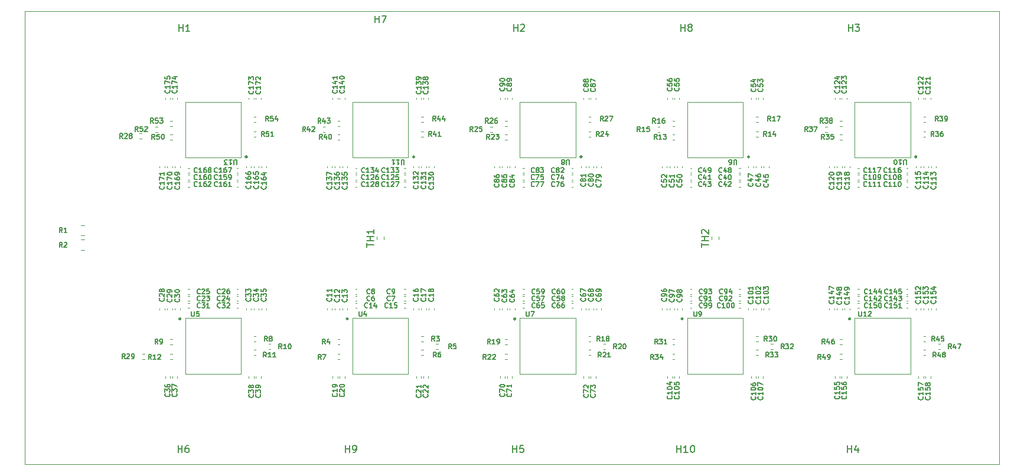
<source format=gbr>
%TF.GenerationSoftware,KiCad,Pcbnew,8.0.6*%
%TF.CreationDate,2024-12-06T19:08:15+01:00*%
%TF.ProjectId,AsicsBoard - 10xBM1370 - 01A,41736963-7342-46f6-9172-64202d203130,rev?*%
%TF.SameCoordinates,Original*%
%TF.FileFunction,Legend,Top*%
%TF.FilePolarity,Positive*%
%FSLAX46Y46*%
G04 Gerber Fmt 4.6, Leading zero omitted, Abs format (unit mm)*
G04 Created by KiCad (PCBNEW 8.0.6) date 2024-12-06 19:08:15*
%MOMM*%
%LPD*%
G01*
G04 APERTURE LIST*
%ADD10C,0.150000*%
%ADD11C,0.120000*%
%ADD12C,0.050000*%
%ADD13C,0.227485*%
%TA.AperFunction,Profile*%
%ADD14C,0.100000*%
%TD*%
G04 APERTURE END LIST*
D10*
X194749366Y-110283333D02*
X194782700Y-110316666D01*
X194782700Y-110316666D02*
X194816033Y-110416666D01*
X194816033Y-110416666D02*
X194816033Y-110483333D01*
X194816033Y-110483333D02*
X194782700Y-110583333D01*
X194782700Y-110583333D02*
X194716033Y-110650000D01*
X194716033Y-110650000D02*
X194649366Y-110683333D01*
X194649366Y-110683333D02*
X194516033Y-110716666D01*
X194516033Y-110716666D02*
X194416033Y-110716666D01*
X194416033Y-110716666D02*
X194282700Y-110683333D01*
X194282700Y-110683333D02*
X194216033Y-110650000D01*
X194216033Y-110650000D02*
X194149366Y-110583333D01*
X194149366Y-110583333D02*
X194116033Y-110483333D01*
X194116033Y-110483333D02*
X194116033Y-110416666D01*
X194116033Y-110416666D02*
X194149366Y-110316666D01*
X194149366Y-110316666D02*
X194182700Y-110283333D01*
X194816033Y-109616666D02*
X194816033Y-110016666D01*
X194816033Y-109816666D02*
X194116033Y-109816666D01*
X194116033Y-109816666D02*
X194216033Y-109883333D01*
X194216033Y-109883333D02*
X194282700Y-109950000D01*
X194282700Y-109950000D02*
X194316033Y-110016666D01*
X194116033Y-108983333D02*
X194116033Y-109316666D01*
X194116033Y-109316666D02*
X194449366Y-109349999D01*
X194449366Y-109349999D02*
X194416033Y-109316666D01*
X194416033Y-109316666D02*
X194382700Y-109249999D01*
X194382700Y-109249999D02*
X194382700Y-109083333D01*
X194382700Y-109083333D02*
X194416033Y-109016666D01*
X194416033Y-109016666D02*
X194449366Y-108983333D01*
X194449366Y-108983333D02*
X194516033Y-108949999D01*
X194516033Y-108949999D02*
X194682700Y-108949999D01*
X194682700Y-108949999D02*
X194749366Y-108983333D01*
X194749366Y-108983333D02*
X194782700Y-109016666D01*
X194782700Y-109016666D02*
X194816033Y-109083333D01*
X194816033Y-109083333D02*
X194816033Y-109249999D01*
X194816033Y-109249999D02*
X194782700Y-109316666D01*
X194782700Y-109316666D02*
X194749366Y-109349999D01*
X194416033Y-108549999D02*
X194382700Y-108616666D01*
X194382700Y-108616666D02*
X194349366Y-108649999D01*
X194349366Y-108649999D02*
X194282700Y-108683332D01*
X194282700Y-108683332D02*
X194249366Y-108683332D01*
X194249366Y-108683332D02*
X194182700Y-108649999D01*
X194182700Y-108649999D02*
X194149366Y-108616666D01*
X194149366Y-108616666D02*
X194116033Y-108549999D01*
X194116033Y-108549999D02*
X194116033Y-108416666D01*
X194116033Y-108416666D02*
X194149366Y-108349999D01*
X194149366Y-108349999D02*
X194182700Y-108316666D01*
X194182700Y-108316666D02*
X194249366Y-108283332D01*
X194249366Y-108283332D02*
X194282700Y-108283332D01*
X194282700Y-108283332D02*
X194349366Y-108316666D01*
X194349366Y-108316666D02*
X194382700Y-108349999D01*
X194382700Y-108349999D02*
X194416033Y-108416666D01*
X194416033Y-108416666D02*
X194416033Y-108549999D01*
X194416033Y-108549999D02*
X194449366Y-108616666D01*
X194449366Y-108616666D02*
X194482700Y-108649999D01*
X194482700Y-108649999D02*
X194549366Y-108683332D01*
X194549366Y-108683332D02*
X194682700Y-108683332D01*
X194682700Y-108683332D02*
X194749366Y-108649999D01*
X194749366Y-108649999D02*
X194782700Y-108616666D01*
X194782700Y-108616666D02*
X194816033Y-108549999D01*
X194816033Y-108549999D02*
X194816033Y-108416666D01*
X194816033Y-108416666D02*
X194782700Y-108349999D01*
X194782700Y-108349999D02*
X194749366Y-108316666D01*
X194749366Y-108316666D02*
X194682700Y-108283332D01*
X194682700Y-108283332D02*
X194549366Y-108283332D01*
X194549366Y-108283332D02*
X194482700Y-108316666D01*
X194482700Y-108316666D02*
X194449366Y-108349999D01*
X194449366Y-108349999D02*
X194416033Y-108416666D01*
X86983095Y-118295819D02*
X86983095Y-117295819D01*
X86983095Y-117772009D02*
X87554523Y-117772009D01*
X87554523Y-118295819D02*
X87554523Y-117295819D01*
X88459285Y-117295819D02*
X88268809Y-117295819D01*
X88268809Y-117295819D02*
X88173571Y-117343438D01*
X88173571Y-117343438D02*
X88125952Y-117391057D01*
X88125952Y-117391057D02*
X88030714Y-117533914D01*
X88030714Y-117533914D02*
X87983095Y-117724390D01*
X87983095Y-117724390D02*
X87983095Y-118105342D01*
X87983095Y-118105342D02*
X88030714Y-118200580D01*
X88030714Y-118200580D02*
X88078333Y-118248200D01*
X88078333Y-118248200D02*
X88173571Y-118295819D01*
X88173571Y-118295819D02*
X88364047Y-118295819D01*
X88364047Y-118295819D02*
X88459285Y-118248200D01*
X88459285Y-118248200D02*
X88506904Y-118200580D01*
X88506904Y-118200580D02*
X88554523Y-118105342D01*
X88554523Y-118105342D02*
X88554523Y-117867247D01*
X88554523Y-117867247D02*
X88506904Y-117772009D01*
X88506904Y-117772009D02*
X88459285Y-117724390D01*
X88459285Y-117724390D02*
X88364047Y-117676771D01*
X88364047Y-117676771D02*
X88173571Y-117676771D01*
X88173571Y-117676771D02*
X88078333Y-117724390D01*
X88078333Y-117724390D02*
X88030714Y-117772009D01*
X88030714Y-117772009D02*
X87983095Y-117867247D01*
X159149366Y-96250000D02*
X159182700Y-96283333D01*
X159182700Y-96283333D02*
X159216033Y-96383333D01*
X159216033Y-96383333D02*
X159216033Y-96450000D01*
X159216033Y-96450000D02*
X159182700Y-96550000D01*
X159182700Y-96550000D02*
X159116033Y-96616667D01*
X159116033Y-96616667D02*
X159049366Y-96650000D01*
X159049366Y-96650000D02*
X158916033Y-96683333D01*
X158916033Y-96683333D02*
X158816033Y-96683333D01*
X158816033Y-96683333D02*
X158682700Y-96650000D01*
X158682700Y-96650000D02*
X158616033Y-96616667D01*
X158616033Y-96616667D02*
X158549366Y-96550000D01*
X158549366Y-96550000D02*
X158516033Y-96450000D01*
X158516033Y-96450000D02*
X158516033Y-96383333D01*
X158516033Y-96383333D02*
X158549366Y-96283333D01*
X158549366Y-96283333D02*
X158582700Y-96250000D01*
X159216033Y-95916667D02*
X159216033Y-95783333D01*
X159216033Y-95783333D02*
X159182700Y-95716667D01*
X159182700Y-95716667D02*
X159149366Y-95683333D01*
X159149366Y-95683333D02*
X159049366Y-95616667D01*
X159049366Y-95616667D02*
X158916033Y-95583333D01*
X158916033Y-95583333D02*
X158649366Y-95583333D01*
X158649366Y-95583333D02*
X158582700Y-95616667D01*
X158582700Y-95616667D02*
X158549366Y-95650000D01*
X158549366Y-95650000D02*
X158516033Y-95716667D01*
X158516033Y-95716667D02*
X158516033Y-95850000D01*
X158516033Y-95850000D02*
X158549366Y-95916667D01*
X158549366Y-95916667D02*
X158582700Y-95950000D01*
X158582700Y-95950000D02*
X158649366Y-95983333D01*
X158649366Y-95983333D02*
X158816033Y-95983333D01*
X158816033Y-95983333D02*
X158882700Y-95950000D01*
X158882700Y-95950000D02*
X158916033Y-95916667D01*
X158916033Y-95916667D02*
X158949366Y-95850000D01*
X158949366Y-95850000D02*
X158949366Y-95716667D01*
X158949366Y-95716667D02*
X158916033Y-95650000D01*
X158916033Y-95650000D02*
X158882700Y-95616667D01*
X158882700Y-95616667D02*
X158816033Y-95583333D01*
X158816033Y-95183333D02*
X158782700Y-95250000D01*
X158782700Y-95250000D02*
X158749366Y-95283333D01*
X158749366Y-95283333D02*
X158682700Y-95316666D01*
X158682700Y-95316666D02*
X158649366Y-95316666D01*
X158649366Y-95316666D02*
X158582700Y-95283333D01*
X158582700Y-95283333D02*
X158549366Y-95250000D01*
X158549366Y-95250000D02*
X158516033Y-95183333D01*
X158516033Y-95183333D02*
X158516033Y-95050000D01*
X158516033Y-95050000D02*
X158549366Y-94983333D01*
X158549366Y-94983333D02*
X158582700Y-94950000D01*
X158582700Y-94950000D02*
X158649366Y-94916666D01*
X158649366Y-94916666D02*
X158682700Y-94916666D01*
X158682700Y-94916666D02*
X158749366Y-94950000D01*
X158749366Y-94950000D02*
X158782700Y-94983333D01*
X158782700Y-94983333D02*
X158816033Y-95050000D01*
X158816033Y-95050000D02*
X158816033Y-95183333D01*
X158816033Y-95183333D02*
X158849366Y-95250000D01*
X158849366Y-95250000D02*
X158882700Y-95283333D01*
X158882700Y-95283333D02*
X158949366Y-95316666D01*
X158949366Y-95316666D02*
X159082700Y-95316666D01*
X159082700Y-95316666D02*
X159149366Y-95283333D01*
X159149366Y-95283333D02*
X159182700Y-95250000D01*
X159182700Y-95250000D02*
X159216033Y-95183333D01*
X159216033Y-95183333D02*
X159216033Y-95050000D01*
X159216033Y-95050000D02*
X159182700Y-94983333D01*
X159182700Y-94983333D02*
X159149366Y-94950000D01*
X159149366Y-94950000D02*
X159082700Y-94916666D01*
X159082700Y-94916666D02*
X158949366Y-94916666D01*
X158949366Y-94916666D02*
X158882700Y-94950000D01*
X158882700Y-94950000D02*
X158849366Y-94983333D01*
X158849366Y-94983333D02*
X158816033Y-95050000D01*
X79367999Y-104822033D02*
X79134666Y-104488700D01*
X78967999Y-104822033D02*
X78967999Y-104122033D01*
X78967999Y-104122033D02*
X79234666Y-104122033D01*
X79234666Y-104122033D02*
X79301333Y-104155366D01*
X79301333Y-104155366D02*
X79334666Y-104188700D01*
X79334666Y-104188700D02*
X79367999Y-104255366D01*
X79367999Y-104255366D02*
X79367999Y-104355366D01*
X79367999Y-104355366D02*
X79334666Y-104422033D01*
X79334666Y-104422033D02*
X79301333Y-104455366D01*
X79301333Y-104455366D02*
X79234666Y-104488700D01*
X79234666Y-104488700D02*
X78967999Y-104488700D01*
X79634666Y-104188700D02*
X79667999Y-104155366D01*
X79667999Y-104155366D02*
X79734666Y-104122033D01*
X79734666Y-104122033D02*
X79901333Y-104122033D01*
X79901333Y-104122033D02*
X79967999Y-104155366D01*
X79967999Y-104155366D02*
X80001333Y-104188700D01*
X80001333Y-104188700D02*
X80034666Y-104255366D01*
X80034666Y-104255366D02*
X80034666Y-104322033D01*
X80034666Y-104322033D02*
X80001333Y-104422033D01*
X80001333Y-104422033D02*
X79601333Y-104822033D01*
X79601333Y-104822033D02*
X80034666Y-104822033D01*
X80368000Y-104822033D02*
X80501333Y-104822033D01*
X80501333Y-104822033D02*
X80568000Y-104788700D01*
X80568000Y-104788700D02*
X80601333Y-104755366D01*
X80601333Y-104755366D02*
X80668000Y-104655366D01*
X80668000Y-104655366D02*
X80701333Y-104522033D01*
X80701333Y-104522033D02*
X80701333Y-104255366D01*
X80701333Y-104255366D02*
X80668000Y-104188700D01*
X80668000Y-104188700D02*
X80634666Y-104155366D01*
X80634666Y-104155366D02*
X80568000Y-104122033D01*
X80568000Y-104122033D02*
X80434666Y-104122033D01*
X80434666Y-104122033D02*
X80368000Y-104155366D01*
X80368000Y-104155366D02*
X80334666Y-104188700D01*
X80334666Y-104188700D02*
X80301333Y-104255366D01*
X80301333Y-104255366D02*
X80301333Y-104422033D01*
X80301333Y-104422033D02*
X80334666Y-104488700D01*
X80334666Y-104488700D02*
X80368000Y-104522033D01*
X80368000Y-104522033D02*
X80434666Y-104555366D01*
X80434666Y-104555366D02*
X80568000Y-104555366D01*
X80568000Y-104555366D02*
X80634666Y-104522033D01*
X80634666Y-104522033D02*
X80668000Y-104488700D01*
X80668000Y-104488700D02*
X80701333Y-104422033D01*
X185816666Y-96449366D02*
X185783333Y-96482700D01*
X185783333Y-96482700D02*
X185683333Y-96516033D01*
X185683333Y-96516033D02*
X185616666Y-96516033D01*
X185616666Y-96516033D02*
X185516666Y-96482700D01*
X185516666Y-96482700D02*
X185450000Y-96416033D01*
X185450000Y-96416033D02*
X185416666Y-96349366D01*
X185416666Y-96349366D02*
X185383333Y-96216033D01*
X185383333Y-96216033D02*
X185383333Y-96116033D01*
X185383333Y-96116033D02*
X185416666Y-95982700D01*
X185416666Y-95982700D02*
X185450000Y-95916033D01*
X185450000Y-95916033D02*
X185516666Y-95849366D01*
X185516666Y-95849366D02*
X185616666Y-95816033D01*
X185616666Y-95816033D02*
X185683333Y-95816033D01*
X185683333Y-95816033D02*
X185783333Y-95849366D01*
X185783333Y-95849366D02*
X185816666Y-95882700D01*
X186483333Y-96516033D02*
X186083333Y-96516033D01*
X186283333Y-96516033D02*
X186283333Y-95816033D01*
X186283333Y-95816033D02*
X186216666Y-95916033D01*
X186216666Y-95916033D02*
X186150000Y-95982700D01*
X186150000Y-95982700D02*
X186083333Y-96016033D01*
X187083333Y-96049366D02*
X187083333Y-96516033D01*
X186916667Y-95782700D02*
X186750000Y-96282700D01*
X186750000Y-96282700D02*
X187183333Y-96282700D01*
X187416667Y-95882700D02*
X187450000Y-95849366D01*
X187450000Y-95849366D02*
X187516667Y-95816033D01*
X187516667Y-95816033D02*
X187683334Y-95816033D01*
X187683334Y-95816033D02*
X187750000Y-95849366D01*
X187750000Y-95849366D02*
X187783334Y-95882700D01*
X187783334Y-95882700D02*
X187816667Y-95949366D01*
X187816667Y-95949366D02*
X187816667Y-96016033D01*
X187816667Y-96016033D02*
X187783334Y-96116033D01*
X187783334Y-96116033D02*
X187383334Y-96516033D01*
X187383334Y-96516033D02*
X187816667Y-96516033D01*
X195449999Y-102316033D02*
X195216666Y-101982700D01*
X195049999Y-102316033D02*
X195049999Y-101616033D01*
X195049999Y-101616033D02*
X195316666Y-101616033D01*
X195316666Y-101616033D02*
X195383333Y-101649366D01*
X195383333Y-101649366D02*
X195416666Y-101682700D01*
X195416666Y-101682700D02*
X195449999Y-101749366D01*
X195449999Y-101749366D02*
X195449999Y-101849366D01*
X195449999Y-101849366D02*
X195416666Y-101916033D01*
X195416666Y-101916033D02*
X195383333Y-101949366D01*
X195383333Y-101949366D02*
X195316666Y-101982700D01*
X195316666Y-101982700D02*
X195049999Y-101982700D01*
X196049999Y-101849366D02*
X196049999Y-102316033D01*
X195883333Y-101582700D02*
X195716666Y-102082700D01*
X195716666Y-102082700D02*
X196149999Y-102082700D01*
X196750000Y-101616033D02*
X196416666Y-101616033D01*
X196416666Y-101616033D02*
X196383333Y-101949366D01*
X196383333Y-101949366D02*
X196416666Y-101916033D01*
X196416666Y-101916033D02*
X196483333Y-101882700D01*
X196483333Y-101882700D02*
X196650000Y-101882700D01*
X196650000Y-101882700D02*
X196716666Y-101916033D01*
X196716666Y-101916033D02*
X196750000Y-101949366D01*
X196750000Y-101949366D02*
X196783333Y-102016033D01*
X196783333Y-102016033D02*
X196783333Y-102182700D01*
X196783333Y-102182700D02*
X196750000Y-102249366D01*
X196750000Y-102249366D02*
X196716666Y-102282700D01*
X196716666Y-102282700D02*
X196650000Y-102316033D01*
X196650000Y-102316033D02*
X196483333Y-102316033D01*
X196483333Y-102316033D02*
X196416666Y-102282700D01*
X196416666Y-102282700D02*
X196383333Y-102249366D01*
X157749367Y-65950000D02*
X157782701Y-65983333D01*
X157782701Y-65983333D02*
X157816034Y-66083333D01*
X157816034Y-66083333D02*
X157816034Y-66150000D01*
X157816034Y-66150000D02*
X157782701Y-66250000D01*
X157782701Y-66250000D02*
X157716034Y-66316667D01*
X157716034Y-66316667D02*
X157649367Y-66350000D01*
X157649367Y-66350000D02*
X157516034Y-66383333D01*
X157516034Y-66383333D02*
X157416034Y-66383333D01*
X157416034Y-66383333D02*
X157282701Y-66350000D01*
X157282701Y-66350000D02*
X157216034Y-66316667D01*
X157216034Y-66316667D02*
X157149367Y-66250000D01*
X157149367Y-66250000D02*
X157116034Y-66150000D01*
X157116034Y-66150000D02*
X157116034Y-66083333D01*
X157116034Y-66083333D02*
X157149367Y-65983333D01*
X157149367Y-65983333D02*
X157182701Y-65950000D01*
X157116034Y-65316667D02*
X157116034Y-65650000D01*
X157116034Y-65650000D02*
X157449367Y-65683333D01*
X157449367Y-65683333D02*
X157416034Y-65650000D01*
X157416034Y-65650000D02*
X157382701Y-65583333D01*
X157382701Y-65583333D02*
X157382701Y-65416667D01*
X157382701Y-65416667D02*
X157416034Y-65350000D01*
X157416034Y-65350000D02*
X157449367Y-65316667D01*
X157449367Y-65316667D02*
X157516034Y-65283333D01*
X157516034Y-65283333D02*
X157682701Y-65283333D01*
X157682701Y-65283333D02*
X157749367Y-65316667D01*
X157749367Y-65316667D02*
X157782701Y-65350000D01*
X157782701Y-65350000D02*
X157816034Y-65416667D01*
X157816034Y-65416667D02*
X157816034Y-65583333D01*
X157816034Y-65583333D02*
X157782701Y-65650000D01*
X157782701Y-65650000D02*
X157749367Y-65683333D01*
X157116034Y-64683333D02*
X157116034Y-64816666D01*
X157116034Y-64816666D02*
X157149367Y-64883333D01*
X157149367Y-64883333D02*
X157182701Y-64916666D01*
X157182701Y-64916666D02*
X157282701Y-64983333D01*
X157282701Y-64983333D02*
X157416034Y-65016666D01*
X157416034Y-65016666D02*
X157682701Y-65016666D01*
X157682701Y-65016666D02*
X157749367Y-64983333D01*
X157749367Y-64983333D02*
X157782701Y-64950000D01*
X157782701Y-64950000D02*
X157816034Y-64883333D01*
X157816034Y-64883333D02*
X157816034Y-64750000D01*
X157816034Y-64750000D02*
X157782701Y-64683333D01*
X157782701Y-64683333D02*
X157749367Y-64650000D01*
X157749367Y-64650000D02*
X157682701Y-64616666D01*
X157682701Y-64616666D02*
X157516034Y-64616666D01*
X157516034Y-64616666D02*
X157449367Y-64650000D01*
X157449367Y-64650000D02*
X157416034Y-64683333D01*
X157416034Y-64683333D02*
X157382701Y-64750000D01*
X157382701Y-64750000D02*
X157382701Y-64883333D01*
X157382701Y-64883333D02*
X157416034Y-64950000D01*
X157416034Y-64950000D02*
X157449367Y-64983333D01*
X157449367Y-64983333D02*
X157516034Y-65016666D01*
X185716666Y-79049366D02*
X185683333Y-79082700D01*
X185683333Y-79082700D02*
X185583333Y-79116033D01*
X185583333Y-79116033D02*
X185516666Y-79116033D01*
X185516666Y-79116033D02*
X185416666Y-79082700D01*
X185416666Y-79082700D02*
X185350000Y-79016033D01*
X185350000Y-79016033D02*
X185316666Y-78949366D01*
X185316666Y-78949366D02*
X185283333Y-78816033D01*
X185283333Y-78816033D02*
X185283333Y-78716033D01*
X185283333Y-78716033D02*
X185316666Y-78582700D01*
X185316666Y-78582700D02*
X185350000Y-78516033D01*
X185350000Y-78516033D02*
X185416666Y-78449366D01*
X185416666Y-78449366D02*
X185516666Y-78416033D01*
X185516666Y-78416033D02*
X185583333Y-78416033D01*
X185583333Y-78416033D02*
X185683333Y-78449366D01*
X185683333Y-78449366D02*
X185716666Y-78482700D01*
X186383333Y-79116033D02*
X185983333Y-79116033D01*
X186183333Y-79116033D02*
X186183333Y-78416033D01*
X186183333Y-78416033D02*
X186116666Y-78516033D01*
X186116666Y-78516033D02*
X186050000Y-78582700D01*
X186050000Y-78582700D02*
X185983333Y-78616033D01*
X186816667Y-78416033D02*
X186883333Y-78416033D01*
X186883333Y-78416033D02*
X186950000Y-78449366D01*
X186950000Y-78449366D02*
X186983333Y-78482700D01*
X186983333Y-78482700D02*
X187016667Y-78549366D01*
X187016667Y-78549366D02*
X187050000Y-78682700D01*
X187050000Y-78682700D02*
X187050000Y-78849366D01*
X187050000Y-78849366D02*
X187016667Y-78982700D01*
X187016667Y-78982700D02*
X186983333Y-79049366D01*
X186983333Y-79049366D02*
X186950000Y-79082700D01*
X186950000Y-79082700D02*
X186883333Y-79116033D01*
X186883333Y-79116033D02*
X186816667Y-79116033D01*
X186816667Y-79116033D02*
X186750000Y-79082700D01*
X186750000Y-79082700D02*
X186716667Y-79049366D01*
X186716667Y-79049366D02*
X186683333Y-78982700D01*
X186683333Y-78982700D02*
X186650000Y-78849366D01*
X186650000Y-78849366D02*
X186650000Y-78682700D01*
X186650000Y-78682700D02*
X186683333Y-78549366D01*
X186683333Y-78549366D02*
X186716667Y-78482700D01*
X186716667Y-78482700D02*
X186750000Y-78449366D01*
X186750000Y-78449366D02*
X186816667Y-78416033D01*
X187383334Y-79116033D02*
X187516667Y-79116033D01*
X187516667Y-79116033D02*
X187583334Y-79082700D01*
X187583334Y-79082700D02*
X187616667Y-79049366D01*
X187616667Y-79049366D02*
X187683334Y-78949366D01*
X187683334Y-78949366D02*
X187716667Y-78816033D01*
X187716667Y-78816033D02*
X187716667Y-78549366D01*
X187716667Y-78549366D02*
X187683334Y-78482700D01*
X187683334Y-78482700D02*
X187650000Y-78449366D01*
X187650000Y-78449366D02*
X187583334Y-78416033D01*
X187583334Y-78416033D02*
X187450000Y-78416033D01*
X187450000Y-78416033D02*
X187383334Y-78449366D01*
X187383334Y-78449366D02*
X187350000Y-78482700D01*
X187350000Y-78482700D02*
X187316667Y-78549366D01*
X187316667Y-78549366D02*
X187316667Y-78716033D01*
X187316667Y-78716033D02*
X187350000Y-78782700D01*
X187350000Y-78782700D02*
X187383334Y-78816033D01*
X187383334Y-78816033D02*
X187450000Y-78849366D01*
X187450000Y-78849366D02*
X187583334Y-78849366D01*
X187583334Y-78849366D02*
X187650000Y-78816033D01*
X187650000Y-78816033D02*
X187683334Y-78782700D01*
X187683334Y-78782700D02*
X187716667Y-78716033D01*
X147549366Y-96150000D02*
X147582700Y-96183333D01*
X147582700Y-96183333D02*
X147616033Y-96283333D01*
X147616033Y-96283333D02*
X147616033Y-96350000D01*
X147616033Y-96350000D02*
X147582700Y-96450000D01*
X147582700Y-96450000D02*
X147516033Y-96516667D01*
X147516033Y-96516667D02*
X147449366Y-96550000D01*
X147449366Y-96550000D02*
X147316033Y-96583333D01*
X147316033Y-96583333D02*
X147216033Y-96583333D01*
X147216033Y-96583333D02*
X147082700Y-96550000D01*
X147082700Y-96550000D02*
X147016033Y-96516667D01*
X147016033Y-96516667D02*
X146949366Y-96450000D01*
X146949366Y-96450000D02*
X146916033Y-96350000D01*
X146916033Y-96350000D02*
X146916033Y-96283333D01*
X146916033Y-96283333D02*
X146949366Y-96183333D01*
X146949366Y-96183333D02*
X146982700Y-96150000D01*
X146916033Y-95550000D02*
X146916033Y-95683333D01*
X146916033Y-95683333D02*
X146949366Y-95750000D01*
X146949366Y-95750000D02*
X146982700Y-95783333D01*
X146982700Y-95783333D02*
X147082700Y-95850000D01*
X147082700Y-95850000D02*
X147216033Y-95883333D01*
X147216033Y-95883333D02*
X147482700Y-95883333D01*
X147482700Y-95883333D02*
X147549366Y-95850000D01*
X147549366Y-95850000D02*
X147582700Y-95816667D01*
X147582700Y-95816667D02*
X147616033Y-95750000D01*
X147616033Y-95750000D02*
X147616033Y-95616667D01*
X147616033Y-95616667D02*
X147582700Y-95550000D01*
X147582700Y-95550000D02*
X147549366Y-95516667D01*
X147549366Y-95516667D02*
X147482700Y-95483333D01*
X147482700Y-95483333D02*
X147316033Y-95483333D01*
X147316033Y-95483333D02*
X147249366Y-95516667D01*
X147249366Y-95516667D02*
X147216033Y-95550000D01*
X147216033Y-95550000D02*
X147182700Y-95616667D01*
X147182700Y-95616667D02*
X147182700Y-95750000D01*
X147182700Y-95750000D02*
X147216033Y-95816667D01*
X147216033Y-95816667D02*
X147249366Y-95850000D01*
X147249366Y-95850000D02*
X147316033Y-95883333D01*
X147616033Y-95150000D02*
X147616033Y-95016666D01*
X147616033Y-95016666D02*
X147582700Y-94950000D01*
X147582700Y-94950000D02*
X147549366Y-94916666D01*
X147549366Y-94916666D02*
X147449366Y-94850000D01*
X147449366Y-94850000D02*
X147316033Y-94816666D01*
X147316033Y-94816666D02*
X147049366Y-94816666D01*
X147049366Y-94816666D02*
X146982700Y-94850000D01*
X146982700Y-94850000D02*
X146949366Y-94883333D01*
X146949366Y-94883333D02*
X146916033Y-94950000D01*
X146916033Y-94950000D02*
X146916033Y-95083333D01*
X146916033Y-95083333D02*
X146949366Y-95150000D01*
X146949366Y-95150000D02*
X146982700Y-95183333D01*
X146982700Y-95183333D02*
X147049366Y-95216666D01*
X147049366Y-95216666D02*
X147216033Y-95216666D01*
X147216033Y-95216666D02*
X147282700Y-95183333D01*
X147282700Y-95183333D02*
X147316033Y-95150000D01*
X147316033Y-95150000D02*
X147349366Y-95083333D01*
X147349366Y-95083333D02*
X147349366Y-94950000D01*
X147349366Y-94950000D02*
X147316033Y-94883333D01*
X147316033Y-94883333D02*
X147282700Y-94850000D01*
X147282700Y-94850000D02*
X147216033Y-94816666D01*
X122749366Y-109950000D02*
X122782700Y-109983333D01*
X122782700Y-109983333D02*
X122816033Y-110083333D01*
X122816033Y-110083333D02*
X122816033Y-110150000D01*
X122816033Y-110150000D02*
X122782700Y-110250000D01*
X122782700Y-110250000D02*
X122716033Y-110316667D01*
X122716033Y-110316667D02*
X122649366Y-110350000D01*
X122649366Y-110350000D02*
X122516033Y-110383333D01*
X122516033Y-110383333D02*
X122416033Y-110383333D01*
X122416033Y-110383333D02*
X122282700Y-110350000D01*
X122282700Y-110350000D02*
X122216033Y-110316667D01*
X122216033Y-110316667D02*
X122149366Y-110250000D01*
X122149366Y-110250000D02*
X122116033Y-110150000D01*
X122116033Y-110150000D02*
X122116033Y-110083333D01*
X122116033Y-110083333D02*
X122149366Y-109983333D01*
X122149366Y-109983333D02*
X122182700Y-109950000D01*
X122182700Y-109683333D02*
X122149366Y-109650000D01*
X122149366Y-109650000D02*
X122116033Y-109583333D01*
X122116033Y-109583333D02*
X122116033Y-109416667D01*
X122116033Y-109416667D02*
X122149366Y-109350000D01*
X122149366Y-109350000D02*
X122182700Y-109316667D01*
X122182700Y-109316667D02*
X122249366Y-109283333D01*
X122249366Y-109283333D02*
X122316033Y-109283333D01*
X122316033Y-109283333D02*
X122416033Y-109316667D01*
X122416033Y-109316667D02*
X122816033Y-109716667D01*
X122816033Y-109716667D02*
X122816033Y-109283333D01*
X122182700Y-109016666D02*
X122149366Y-108983333D01*
X122149366Y-108983333D02*
X122116033Y-108916666D01*
X122116033Y-108916666D02*
X122116033Y-108750000D01*
X122116033Y-108750000D02*
X122149366Y-108683333D01*
X122149366Y-108683333D02*
X122182700Y-108650000D01*
X122182700Y-108650000D02*
X122249366Y-108616666D01*
X122249366Y-108616666D02*
X122316033Y-108616666D01*
X122316033Y-108616666D02*
X122416033Y-108650000D01*
X122416033Y-108650000D02*
X122816033Y-109050000D01*
X122816033Y-109050000D02*
X122816033Y-108616666D01*
X107649999Y-73316032D02*
X107416666Y-72982699D01*
X107249999Y-73316032D02*
X107249999Y-72616032D01*
X107249999Y-72616032D02*
X107516666Y-72616032D01*
X107516666Y-72616032D02*
X107583333Y-72649365D01*
X107583333Y-72649365D02*
X107616666Y-72682699D01*
X107616666Y-72682699D02*
X107649999Y-72749365D01*
X107649999Y-72749365D02*
X107649999Y-72849365D01*
X107649999Y-72849365D02*
X107616666Y-72916032D01*
X107616666Y-72916032D02*
X107583333Y-72949365D01*
X107583333Y-72949365D02*
X107516666Y-72982699D01*
X107516666Y-72982699D02*
X107249999Y-72982699D01*
X108249999Y-72849365D02*
X108249999Y-73316032D01*
X108083333Y-72582699D02*
X107916666Y-73082699D01*
X107916666Y-73082699D02*
X108349999Y-73082699D01*
X108750000Y-72616032D02*
X108816666Y-72616032D01*
X108816666Y-72616032D02*
X108883333Y-72649365D01*
X108883333Y-72649365D02*
X108916666Y-72682699D01*
X108916666Y-72682699D02*
X108950000Y-72749365D01*
X108950000Y-72749365D02*
X108983333Y-72882699D01*
X108983333Y-72882699D02*
X108983333Y-73049365D01*
X108983333Y-73049365D02*
X108950000Y-73182699D01*
X108950000Y-73182699D02*
X108916666Y-73249365D01*
X108916666Y-73249365D02*
X108883333Y-73282699D01*
X108883333Y-73282699D02*
X108816666Y-73316032D01*
X108816666Y-73316032D02*
X108750000Y-73316032D01*
X108750000Y-73316032D02*
X108683333Y-73282699D01*
X108683333Y-73282699D02*
X108650000Y-73249365D01*
X108650000Y-73249365D02*
X108616666Y-73182699D01*
X108616666Y-73182699D02*
X108583333Y-73049365D01*
X108583333Y-73049365D02*
X108583333Y-72882699D01*
X108583333Y-72882699D02*
X108616666Y-72749365D01*
X108616666Y-72749365D02*
X108650000Y-72682699D01*
X108650000Y-72682699D02*
X108683333Y-72649365D01*
X108683333Y-72649365D02*
X108750000Y-72616032D01*
X116616665Y-79049366D02*
X116583332Y-79082700D01*
X116583332Y-79082700D02*
X116483332Y-79116033D01*
X116483332Y-79116033D02*
X116416665Y-79116033D01*
X116416665Y-79116033D02*
X116316665Y-79082700D01*
X116316665Y-79082700D02*
X116249999Y-79016033D01*
X116249999Y-79016033D02*
X116216665Y-78949366D01*
X116216665Y-78949366D02*
X116183332Y-78816033D01*
X116183332Y-78816033D02*
X116183332Y-78716033D01*
X116183332Y-78716033D02*
X116216665Y-78582700D01*
X116216665Y-78582700D02*
X116249999Y-78516033D01*
X116249999Y-78516033D02*
X116316665Y-78449366D01*
X116316665Y-78449366D02*
X116416665Y-78416033D01*
X116416665Y-78416033D02*
X116483332Y-78416033D01*
X116483332Y-78416033D02*
X116583332Y-78449366D01*
X116583332Y-78449366D02*
X116616665Y-78482700D01*
X117283332Y-79116033D02*
X116883332Y-79116033D01*
X117083332Y-79116033D02*
X117083332Y-78416033D01*
X117083332Y-78416033D02*
X117016665Y-78516033D01*
X117016665Y-78516033D02*
X116949999Y-78582700D01*
X116949999Y-78582700D02*
X116883332Y-78616033D01*
X117549999Y-78482700D02*
X117583332Y-78449366D01*
X117583332Y-78449366D02*
X117649999Y-78416033D01*
X117649999Y-78416033D02*
X117816666Y-78416033D01*
X117816666Y-78416033D02*
X117883332Y-78449366D01*
X117883332Y-78449366D02*
X117916666Y-78482700D01*
X117916666Y-78482700D02*
X117949999Y-78549366D01*
X117949999Y-78549366D02*
X117949999Y-78616033D01*
X117949999Y-78616033D02*
X117916666Y-78716033D01*
X117916666Y-78716033D02*
X117516666Y-79116033D01*
X117516666Y-79116033D02*
X117949999Y-79116033D01*
X118583333Y-78416033D02*
X118249999Y-78416033D01*
X118249999Y-78416033D02*
X118216666Y-78749366D01*
X118216666Y-78749366D02*
X118249999Y-78716033D01*
X118249999Y-78716033D02*
X118316666Y-78682700D01*
X118316666Y-78682700D02*
X118483333Y-78682700D01*
X118483333Y-78682700D02*
X118549999Y-78716033D01*
X118549999Y-78716033D02*
X118583333Y-78749366D01*
X118583333Y-78749366D02*
X118616666Y-78816033D01*
X118616666Y-78816033D02*
X118616666Y-78982700D01*
X118616666Y-78982700D02*
X118583333Y-79049366D01*
X118583333Y-79049366D02*
X118549999Y-79082700D01*
X118549999Y-79082700D02*
X118483333Y-79116033D01*
X118483333Y-79116033D02*
X118316666Y-79116033D01*
X118316666Y-79116033D02*
X118249999Y-79082700D01*
X118249999Y-79082700D02*
X118216666Y-79049366D01*
X109749367Y-66283333D02*
X109782701Y-66316666D01*
X109782701Y-66316666D02*
X109816034Y-66416666D01*
X109816034Y-66416666D02*
X109816034Y-66483333D01*
X109816034Y-66483333D02*
X109782701Y-66583333D01*
X109782701Y-66583333D02*
X109716034Y-66650000D01*
X109716034Y-66650000D02*
X109649367Y-66683333D01*
X109649367Y-66683333D02*
X109516034Y-66716666D01*
X109516034Y-66716666D02*
X109416034Y-66716666D01*
X109416034Y-66716666D02*
X109282701Y-66683333D01*
X109282701Y-66683333D02*
X109216034Y-66650000D01*
X109216034Y-66650000D02*
X109149367Y-66583333D01*
X109149367Y-66583333D02*
X109116034Y-66483333D01*
X109116034Y-66483333D02*
X109116034Y-66416666D01*
X109116034Y-66416666D02*
X109149367Y-66316666D01*
X109149367Y-66316666D02*
X109182701Y-66283333D01*
X109816034Y-65616666D02*
X109816034Y-66016666D01*
X109816034Y-65816666D02*
X109116034Y-65816666D01*
X109116034Y-65816666D02*
X109216034Y-65883333D01*
X109216034Y-65883333D02*
X109282701Y-65950000D01*
X109282701Y-65950000D02*
X109316034Y-66016666D01*
X109349367Y-65016666D02*
X109816034Y-65016666D01*
X109082701Y-65183333D02*
X109582701Y-65349999D01*
X109582701Y-65349999D02*
X109582701Y-64916666D01*
X109816034Y-64283332D02*
X109816034Y-64683332D01*
X109816034Y-64483332D02*
X109116034Y-64483332D01*
X109116034Y-64483332D02*
X109216034Y-64549999D01*
X109216034Y-64549999D02*
X109282701Y-64616666D01*
X109282701Y-64616666D02*
X109316034Y-64683332D01*
X121749366Y-66383334D02*
X121782700Y-66416667D01*
X121782700Y-66416667D02*
X121816033Y-66516667D01*
X121816033Y-66516667D02*
X121816033Y-66583334D01*
X121816033Y-66583334D02*
X121782700Y-66683334D01*
X121782700Y-66683334D02*
X121716033Y-66750001D01*
X121716033Y-66750001D02*
X121649366Y-66783334D01*
X121649366Y-66783334D02*
X121516033Y-66816667D01*
X121516033Y-66816667D02*
X121416033Y-66816667D01*
X121416033Y-66816667D02*
X121282700Y-66783334D01*
X121282700Y-66783334D02*
X121216033Y-66750001D01*
X121216033Y-66750001D02*
X121149366Y-66683334D01*
X121149366Y-66683334D02*
X121116033Y-66583334D01*
X121116033Y-66583334D02*
X121116033Y-66516667D01*
X121116033Y-66516667D02*
X121149366Y-66416667D01*
X121149366Y-66416667D02*
X121182700Y-66383334D01*
X121816033Y-65716667D02*
X121816033Y-66116667D01*
X121816033Y-65916667D02*
X121116033Y-65916667D01*
X121116033Y-65916667D02*
X121216033Y-65983334D01*
X121216033Y-65983334D02*
X121282700Y-66050001D01*
X121282700Y-66050001D02*
X121316033Y-66116667D01*
X121116033Y-65483334D02*
X121116033Y-65050000D01*
X121116033Y-65050000D02*
X121382700Y-65283334D01*
X121382700Y-65283334D02*
X121382700Y-65183334D01*
X121382700Y-65183334D02*
X121416033Y-65116667D01*
X121416033Y-65116667D02*
X121449366Y-65083334D01*
X121449366Y-65083334D02*
X121516033Y-65050000D01*
X121516033Y-65050000D02*
X121682700Y-65050000D01*
X121682700Y-65050000D02*
X121749366Y-65083334D01*
X121749366Y-65083334D02*
X121782700Y-65116667D01*
X121782700Y-65116667D02*
X121816033Y-65183334D01*
X121816033Y-65183334D02*
X121816033Y-65383334D01*
X121816033Y-65383334D02*
X121782700Y-65450000D01*
X121782700Y-65450000D02*
X121749366Y-65483334D01*
X121816033Y-64716667D02*
X121816033Y-64583333D01*
X121816033Y-64583333D02*
X121782700Y-64516667D01*
X121782700Y-64516667D02*
X121749366Y-64483333D01*
X121749366Y-64483333D02*
X121649366Y-64416667D01*
X121649366Y-64416667D02*
X121516033Y-64383333D01*
X121516033Y-64383333D02*
X121249366Y-64383333D01*
X121249366Y-64383333D02*
X121182700Y-64416667D01*
X121182700Y-64416667D02*
X121149366Y-64450000D01*
X121149366Y-64450000D02*
X121116033Y-64516667D01*
X121116033Y-64516667D02*
X121116033Y-64650000D01*
X121116033Y-64650000D02*
X121149366Y-64716667D01*
X121149366Y-64716667D02*
X121182700Y-64750000D01*
X121182700Y-64750000D02*
X121249366Y-64783333D01*
X121249366Y-64783333D02*
X121416033Y-64783333D01*
X121416033Y-64783333D02*
X121482700Y-64750000D01*
X121482700Y-64750000D02*
X121516033Y-64716667D01*
X121516033Y-64716667D02*
X121549366Y-64650000D01*
X121549366Y-64650000D02*
X121549366Y-64516667D01*
X121549366Y-64516667D02*
X121516033Y-64450000D01*
X121516033Y-64450000D02*
X121482700Y-64416667D01*
X121482700Y-64416667D02*
X121416033Y-64383333D01*
X135149366Y-96250000D02*
X135182700Y-96283333D01*
X135182700Y-96283333D02*
X135216033Y-96383333D01*
X135216033Y-96383333D02*
X135216033Y-96450000D01*
X135216033Y-96450000D02*
X135182700Y-96550000D01*
X135182700Y-96550000D02*
X135116033Y-96616667D01*
X135116033Y-96616667D02*
X135049366Y-96650000D01*
X135049366Y-96650000D02*
X134916033Y-96683333D01*
X134916033Y-96683333D02*
X134816033Y-96683333D01*
X134816033Y-96683333D02*
X134682700Y-96650000D01*
X134682700Y-96650000D02*
X134616033Y-96616667D01*
X134616033Y-96616667D02*
X134549366Y-96550000D01*
X134549366Y-96550000D02*
X134516033Y-96450000D01*
X134516033Y-96450000D02*
X134516033Y-96383333D01*
X134516033Y-96383333D02*
X134549366Y-96283333D01*
X134549366Y-96283333D02*
X134582700Y-96250000D01*
X134516033Y-95650000D02*
X134516033Y-95783333D01*
X134516033Y-95783333D02*
X134549366Y-95850000D01*
X134549366Y-95850000D02*
X134582700Y-95883333D01*
X134582700Y-95883333D02*
X134682700Y-95950000D01*
X134682700Y-95950000D02*
X134816033Y-95983333D01*
X134816033Y-95983333D02*
X135082700Y-95983333D01*
X135082700Y-95983333D02*
X135149366Y-95950000D01*
X135149366Y-95950000D02*
X135182700Y-95916667D01*
X135182700Y-95916667D02*
X135216033Y-95850000D01*
X135216033Y-95850000D02*
X135216033Y-95716667D01*
X135216033Y-95716667D02*
X135182700Y-95650000D01*
X135182700Y-95650000D02*
X135149366Y-95616667D01*
X135149366Y-95616667D02*
X135082700Y-95583333D01*
X135082700Y-95583333D02*
X134916033Y-95583333D01*
X134916033Y-95583333D02*
X134849366Y-95616667D01*
X134849366Y-95616667D02*
X134816033Y-95650000D01*
X134816033Y-95650000D02*
X134782700Y-95716667D01*
X134782700Y-95716667D02*
X134782700Y-95850000D01*
X134782700Y-95850000D02*
X134816033Y-95916667D01*
X134816033Y-95916667D02*
X134849366Y-95950000D01*
X134849366Y-95950000D02*
X134916033Y-95983333D01*
X134749366Y-94983333D02*
X135216033Y-94983333D01*
X134482700Y-95150000D02*
X134982700Y-95316666D01*
X134982700Y-95316666D02*
X134982700Y-94883333D01*
X183149366Y-80083332D02*
X183182700Y-80116665D01*
X183182700Y-80116665D02*
X183216033Y-80216665D01*
X183216033Y-80216665D02*
X183216033Y-80283332D01*
X183216033Y-80283332D02*
X183182700Y-80383332D01*
X183182700Y-80383332D02*
X183116033Y-80449999D01*
X183116033Y-80449999D02*
X183049366Y-80483332D01*
X183049366Y-80483332D02*
X182916033Y-80516665D01*
X182916033Y-80516665D02*
X182816033Y-80516665D01*
X182816033Y-80516665D02*
X182682700Y-80483332D01*
X182682700Y-80483332D02*
X182616033Y-80449999D01*
X182616033Y-80449999D02*
X182549366Y-80383332D01*
X182549366Y-80383332D02*
X182516033Y-80283332D01*
X182516033Y-80283332D02*
X182516033Y-80216665D01*
X182516033Y-80216665D02*
X182549366Y-80116665D01*
X182549366Y-80116665D02*
X182582700Y-80083332D01*
X183216033Y-79416665D02*
X183216033Y-79816665D01*
X183216033Y-79616665D02*
X182516033Y-79616665D01*
X182516033Y-79616665D02*
X182616033Y-79683332D01*
X182616033Y-79683332D02*
X182682700Y-79749999D01*
X182682700Y-79749999D02*
X182716033Y-79816665D01*
X183216033Y-78749998D02*
X183216033Y-79149998D01*
X183216033Y-78949998D02*
X182516033Y-78949998D01*
X182516033Y-78949998D02*
X182616033Y-79016665D01*
X182616033Y-79016665D02*
X182682700Y-79083332D01*
X182682700Y-79083332D02*
X182716033Y-79149998D01*
X182816033Y-78349998D02*
X182782700Y-78416665D01*
X182782700Y-78416665D02*
X182749366Y-78449998D01*
X182749366Y-78449998D02*
X182682700Y-78483331D01*
X182682700Y-78483331D02*
X182649366Y-78483331D01*
X182649366Y-78483331D02*
X182582700Y-78449998D01*
X182582700Y-78449998D02*
X182549366Y-78416665D01*
X182549366Y-78416665D02*
X182516033Y-78349998D01*
X182516033Y-78349998D02*
X182516033Y-78216665D01*
X182516033Y-78216665D02*
X182549366Y-78149998D01*
X182549366Y-78149998D02*
X182582700Y-78116665D01*
X182582700Y-78116665D02*
X182649366Y-78083331D01*
X182649366Y-78083331D02*
X182682700Y-78083331D01*
X182682700Y-78083331D02*
X182749366Y-78116665D01*
X182749366Y-78116665D02*
X182782700Y-78149998D01*
X182782700Y-78149998D02*
X182816033Y-78216665D01*
X182816033Y-78216665D02*
X182816033Y-78349998D01*
X182816033Y-78349998D02*
X182849366Y-78416665D01*
X182849366Y-78416665D02*
X182882700Y-78449998D01*
X182882700Y-78449998D02*
X182949366Y-78483331D01*
X182949366Y-78483331D02*
X183082700Y-78483331D01*
X183082700Y-78483331D02*
X183149366Y-78449998D01*
X183149366Y-78449998D02*
X183182700Y-78416665D01*
X183182700Y-78416665D02*
X183216033Y-78349998D01*
X183216033Y-78349998D02*
X183216033Y-78216665D01*
X183216033Y-78216665D02*
X183182700Y-78149998D01*
X183182700Y-78149998D02*
X183149366Y-78116665D01*
X183149366Y-78116665D02*
X183082700Y-78083331D01*
X183082700Y-78083331D02*
X182949366Y-78083331D01*
X182949366Y-78083331D02*
X182882700Y-78116665D01*
X182882700Y-78116665D02*
X182849366Y-78149998D01*
X182849366Y-78149998D02*
X182816033Y-78216665D01*
X162149999Y-95449366D02*
X162116666Y-95482700D01*
X162116666Y-95482700D02*
X162016666Y-95516033D01*
X162016666Y-95516033D02*
X161949999Y-95516033D01*
X161949999Y-95516033D02*
X161849999Y-95482700D01*
X161849999Y-95482700D02*
X161783333Y-95416033D01*
X161783333Y-95416033D02*
X161749999Y-95349366D01*
X161749999Y-95349366D02*
X161716666Y-95216033D01*
X161716666Y-95216033D02*
X161716666Y-95116033D01*
X161716666Y-95116033D02*
X161749999Y-94982700D01*
X161749999Y-94982700D02*
X161783333Y-94916033D01*
X161783333Y-94916033D02*
X161849999Y-94849366D01*
X161849999Y-94849366D02*
X161949999Y-94816033D01*
X161949999Y-94816033D02*
X162016666Y-94816033D01*
X162016666Y-94816033D02*
X162116666Y-94849366D01*
X162116666Y-94849366D02*
X162149999Y-94882700D01*
X162483333Y-95516033D02*
X162616666Y-95516033D01*
X162616666Y-95516033D02*
X162683333Y-95482700D01*
X162683333Y-95482700D02*
X162716666Y-95449366D01*
X162716666Y-95449366D02*
X162783333Y-95349366D01*
X162783333Y-95349366D02*
X162816666Y-95216033D01*
X162816666Y-95216033D02*
X162816666Y-94949366D01*
X162816666Y-94949366D02*
X162783333Y-94882700D01*
X162783333Y-94882700D02*
X162749999Y-94849366D01*
X162749999Y-94849366D02*
X162683333Y-94816033D01*
X162683333Y-94816033D02*
X162549999Y-94816033D01*
X162549999Y-94816033D02*
X162483333Y-94849366D01*
X162483333Y-94849366D02*
X162449999Y-94882700D01*
X162449999Y-94882700D02*
X162416666Y-94949366D01*
X162416666Y-94949366D02*
X162416666Y-95116033D01*
X162416666Y-95116033D02*
X162449999Y-95182700D01*
X162449999Y-95182700D02*
X162483333Y-95216033D01*
X162483333Y-95216033D02*
X162549999Y-95249366D01*
X162549999Y-95249366D02*
X162683333Y-95249366D01*
X162683333Y-95249366D02*
X162749999Y-95216033D01*
X162749999Y-95216033D02*
X162783333Y-95182700D01*
X162783333Y-95182700D02*
X162816666Y-95116033D01*
X163050000Y-94816033D02*
X163483333Y-94816033D01*
X163483333Y-94816033D02*
X163250000Y-95082700D01*
X163250000Y-95082700D02*
X163350000Y-95082700D01*
X163350000Y-95082700D02*
X163416666Y-95116033D01*
X163416666Y-95116033D02*
X163450000Y-95149366D01*
X163450000Y-95149366D02*
X163483333Y-95216033D01*
X163483333Y-95216033D02*
X163483333Y-95382700D01*
X163483333Y-95382700D02*
X163450000Y-95449366D01*
X163450000Y-95449366D02*
X163416666Y-95482700D01*
X163416666Y-95482700D02*
X163350000Y-95516033D01*
X163350000Y-95516033D02*
X163150000Y-95516033D01*
X163150000Y-95516033D02*
X163083333Y-95482700D01*
X163083333Y-95482700D02*
X163050000Y-95449366D01*
X191406665Y-76955966D02*
X191406665Y-76389300D01*
X191406665Y-76389300D02*
X191373332Y-76322633D01*
X191373332Y-76322633D02*
X191339998Y-76289300D01*
X191339998Y-76289300D02*
X191273332Y-76255966D01*
X191273332Y-76255966D02*
X191139998Y-76255966D01*
X191139998Y-76255966D02*
X191073332Y-76289300D01*
X191073332Y-76289300D02*
X191039998Y-76322633D01*
X191039998Y-76322633D02*
X191006665Y-76389300D01*
X191006665Y-76389300D02*
X191006665Y-76955966D01*
X190306665Y-76255966D02*
X190706665Y-76255966D01*
X190506665Y-76255966D02*
X190506665Y-76955966D01*
X190506665Y-76955966D02*
X190573332Y-76855966D01*
X190573332Y-76855966D02*
X190639999Y-76789300D01*
X190639999Y-76789300D02*
X190706665Y-76755966D01*
X189873332Y-76955966D02*
X189806665Y-76955966D01*
X189806665Y-76955966D02*
X189739998Y-76922633D01*
X189739998Y-76922633D02*
X189706665Y-76889300D01*
X189706665Y-76889300D02*
X189673332Y-76822633D01*
X189673332Y-76822633D02*
X189639998Y-76689300D01*
X189639998Y-76689300D02*
X189639998Y-76522633D01*
X189639998Y-76522633D02*
X189673332Y-76389300D01*
X189673332Y-76389300D02*
X189706665Y-76322633D01*
X189706665Y-76322633D02*
X189739998Y-76289300D01*
X189739998Y-76289300D02*
X189806665Y-76255966D01*
X189806665Y-76255966D02*
X189873332Y-76255966D01*
X189873332Y-76255966D02*
X189939998Y-76289300D01*
X189939998Y-76289300D02*
X189973332Y-76322633D01*
X189973332Y-76322633D02*
X190006665Y-76389300D01*
X190006665Y-76389300D02*
X190039998Y-76522633D01*
X190039998Y-76522633D02*
X190039998Y-76689300D01*
X190039998Y-76689300D02*
X190006665Y-76822633D01*
X190006665Y-76822633D02*
X189973332Y-76889300D01*
X189973332Y-76889300D02*
X189939998Y-76922633D01*
X189939998Y-76922633D02*
X189873332Y-76955966D01*
X193349366Y-96483333D02*
X193382700Y-96516666D01*
X193382700Y-96516666D02*
X193416033Y-96616666D01*
X193416033Y-96616666D02*
X193416033Y-96683333D01*
X193416033Y-96683333D02*
X193382700Y-96783333D01*
X193382700Y-96783333D02*
X193316033Y-96850000D01*
X193316033Y-96850000D02*
X193249366Y-96883333D01*
X193249366Y-96883333D02*
X193116033Y-96916666D01*
X193116033Y-96916666D02*
X193016033Y-96916666D01*
X193016033Y-96916666D02*
X192882700Y-96883333D01*
X192882700Y-96883333D02*
X192816033Y-96850000D01*
X192816033Y-96850000D02*
X192749366Y-96783333D01*
X192749366Y-96783333D02*
X192716033Y-96683333D01*
X192716033Y-96683333D02*
X192716033Y-96616666D01*
X192716033Y-96616666D02*
X192749366Y-96516666D01*
X192749366Y-96516666D02*
X192782700Y-96483333D01*
X193416033Y-95816666D02*
X193416033Y-96216666D01*
X193416033Y-96016666D02*
X192716033Y-96016666D01*
X192716033Y-96016666D02*
X192816033Y-96083333D01*
X192816033Y-96083333D02*
X192882700Y-96150000D01*
X192882700Y-96150000D02*
X192916033Y-96216666D01*
X192716033Y-95183333D02*
X192716033Y-95516666D01*
X192716033Y-95516666D02*
X193049366Y-95549999D01*
X193049366Y-95549999D02*
X193016033Y-95516666D01*
X193016033Y-95516666D02*
X192982700Y-95449999D01*
X192982700Y-95449999D02*
X192982700Y-95283333D01*
X192982700Y-95283333D02*
X193016033Y-95216666D01*
X193016033Y-95216666D02*
X193049366Y-95183333D01*
X193049366Y-95183333D02*
X193116033Y-95149999D01*
X193116033Y-95149999D02*
X193282700Y-95149999D01*
X193282700Y-95149999D02*
X193349366Y-95183333D01*
X193349366Y-95183333D02*
X193382700Y-95216666D01*
X193382700Y-95216666D02*
X193416033Y-95283333D01*
X193416033Y-95283333D02*
X193416033Y-95449999D01*
X193416033Y-95449999D02*
X193382700Y-95516666D01*
X193382700Y-95516666D02*
X193349366Y-95549999D01*
X192782700Y-94883332D02*
X192749366Y-94849999D01*
X192749366Y-94849999D02*
X192716033Y-94783332D01*
X192716033Y-94783332D02*
X192716033Y-94616666D01*
X192716033Y-94616666D02*
X192749366Y-94549999D01*
X192749366Y-94549999D02*
X192782700Y-94516666D01*
X192782700Y-94516666D02*
X192849366Y-94483332D01*
X192849366Y-94483332D02*
X192916033Y-94483332D01*
X192916033Y-94483332D02*
X193016033Y-94516666D01*
X193016033Y-94516666D02*
X193416033Y-94916666D01*
X193416033Y-94916666D02*
X193416033Y-94483332D01*
X141049999Y-96449366D02*
X141016666Y-96482700D01*
X141016666Y-96482700D02*
X140916666Y-96516033D01*
X140916666Y-96516033D02*
X140849999Y-96516033D01*
X140849999Y-96516033D02*
X140749999Y-96482700D01*
X140749999Y-96482700D02*
X140683333Y-96416033D01*
X140683333Y-96416033D02*
X140649999Y-96349366D01*
X140649999Y-96349366D02*
X140616666Y-96216033D01*
X140616666Y-96216033D02*
X140616666Y-96116033D01*
X140616666Y-96116033D02*
X140649999Y-95982700D01*
X140649999Y-95982700D02*
X140683333Y-95916033D01*
X140683333Y-95916033D02*
X140749999Y-95849366D01*
X140749999Y-95849366D02*
X140849999Y-95816033D01*
X140849999Y-95816033D02*
X140916666Y-95816033D01*
X140916666Y-95816033D02*
X141016666Y-95849366D01*
X141016666Y-95849366D02*
X141049999Y-95882700D01*
X141683333Y-95816033D02*
X141349999Y-95816033D01*
X141349999Y-95816033D02*
X141316666Y-96149366D01*
X141316666Y-96149366D02*
X141349999Y-96116033D01*
X141349999Y-96116033D02*
X141416666Y-96082700D01*
X141416666Y-96082700D02*
X141583333Y-96082700D01*
X141583333Y-96082700D02*
X141649999Y-96116033D01*
X141649999Y-96116033D02*
X141683333Y-96149366D01*
X141683333Y-96149366D02*
X141716666Y-96216033D01*
X141716666Y-96216033D02*
X141716666Y-96382700D01*
X141716666Y-96382700D02*
X141683333Y-96449366D01*
X141683333Y-96449366D02*
X141649999Y-96482700D01*
X141649999Y-96482700D02*
X141583333Y-96516033D01*
X141583333Y-96516033D02*
X141416666Y-96516033D01*
X141416666Y-96516033D02*
X141349999Y-96482700D01*
X141349999Y-96482700D02*
X141316666Y-96449366D01*
X142116666Y-96116033D02*
X142050000Y-96082700D01*
X142050000Y-96082700D02*
X142016666Y-96049366D01*
X142016666Y-96049366D02*
X141983333Y-95982700D01*
X141983333Y-95982700D02*
X141983333Y-95949366D01*
X141983333Y-95949366D02*
X142016666Y-95882700D01*
X142016666Y-95882700D02*
X142050000Y-95849366D01*
X142050000Y-95849366D02*
X142116666Y-95816033D01*
X142116666Y-95816033D02*
X142250000Y-95816033D01*
X142250000Y-95816033D02*
X142316666Y-95849366D01*
X142316666Y-95849366D02*
X142350000Y-95882700D01*
X142350000Y-95882700D02*
X142383333Y-95949366D01*
X142383333Y-95949366D02*
X142383333Y-95982700D01*
X142383333Y-95982700D02*
X142350000Y-96049366D01*
X142350000Y-96049366D02*
X142316666Y-96082700D01*
X142316666Y-96082700D02*
X142250000Y-96116033D01*
X142250000Y-96116033D02*
X142116666Y-96116033D01*
X142116666Y-96116033D02*
X142050000Y-96149366D01*
X142050000Y-96149366D02*
X142016666Y-96182700D01*
X142016666Y-96182700D02*
X141983333Y-96249366D01*
X141983333Y-96249366D02*
X141983333Y-96382700D01*
X141983333Y-96382700D02*
X142016666Y-96449366D01*
X142016666Y-96449366D02*
X142050000Y-96482700D01*
X142050000Y-96482700D02*
X142116666Y-96516033D01*
X142116666Y-96516033D02*
X142250000Y-96516033D01*
X142250000Y-96516033D02*
X142316666Y-96482700D01*
X142316666Y-96482700D02*
X142350000Y-96449366D01*
X142350000Y-96449366D02*
X142383333Y-96382700D01*
X142383333Y-96382700D02*
X142383333Y-96249366D01*
X142383333Y-96249366D02*
X142350000Y-96182700D01*
X142350000Y-96182700D02*
X142316666Y-96149366D01*
X142316666Y-96149366D02*
X142250000Y-96116033D01*
X110749366Y-109850000D02*
X110782700Y-109883333D01*
X110782700Y-109883333D02*
X110816033Y-109983333D01*
X110816033Y-109983333D02*
X110816033Y-110050000D01*
X110816033Y-110050000D02*
X110782700Y-110150000D01*
X110782700Y-110150000D02*
X110716033Y-110216667D01*
X110716033Y-110216667D02*
X110649366Y-110250000D01*
X110649366Y-110250000D02*
X110516033Y-110283333D01*
X110516033Y-110283333D02*
X110416033Y-110283333D01*
X110416033Y-110283333D02*
X110282700Y-110250000D01*
X110282700Y-110250000D02*
X110216033Y-110216667D01*
X110216033Y-110216667D02*
X110149366Y-110150000D01*
X110149366Y-110150000D02*
X110116033Y-110050000D01*
X110116033Y-110050000D02*
X110116033Y-109983333D01*
X110116033Y-109983333D02*
X110149366Y-109883333D01*
X110149366Y-109883333D02*
X110182700Y-109850000D01*
X110182700Y-109583333D02*
X110149366Y-109550000D01*
X110149366Y-109550000D02*
X110116033Y-109483333D01*
X110116033Y-109483333D02*
X110116033Y-109316667D01*
X110116033Y-109316667D02*
X110149366Y-109250000D01*
X110149366Y-109250000D02*
X110182700Y-109216667D01*
X110182700Y-109216667D02*
X110249366Y-109183333D01*
X110249366Y-109183333D02*
X110316033Y-109183333D01*
X110316033Y-109183333D02*
X110416033Y-109216667D01*
X110416033Y-109216667D02*
X110816033Y-109616667D01*
X110816033Y-109616667D02*
X110816033Y-109183333D01*
X110116033Y-108750000D02*
X110116033Y-108683333D01*
X110116033Y-108683333D02*
X110149366Y-108616666D01*
X110149366Y-108616666D02*
X110182700Y-108583333D01*
X110182700Y-108583333D02*
X110249366Y-108550000D01*
X110249366Y-108550000D02*
X110382700Y-108516666D01*
X110382700Y-108516666D02*
X110549366Y-108516666D01*
X110549366Y-108516666D02*
X110682700Y-108550000D01*
X110682700Y-108550000D02*
X110749366Y-108583333D01*
X110749366Y-108583333D02*
X110782700Y-108616666D01*
X110782700Y-108616666D02*
X110816033Y-108683333D01*
X110816033Y-108683333D02*
X110816033Y-108750000D01*
X110816033Y-108750000D02*
X110782700Y-108816666D01*
X110782700Y-108816666D02*
X110749366Y-108850000D01*
X110749366Y-108850000D02*
X110682700Y-108883333D01*
X110682700Y-108883333D02*
X110549366Y-108916666D01*
X110549366Y-108916666D02*
X110382700Y-108916666D01*
X110382700Y-108916666D02*
X110249366Y-108883333D01*
X110249366Y-108883333D02*
X110182700Y-108850000D01*
X110182700Y-108850000D02*
X110149366Y-108816666D01*
X110149366Y-108816666D02*
X110116033Y-108750000D01*
X145749366Y-66050001D02*
X145782700Y-66083334D01*
X145782700Y-66083334D02*
X145816033Y-66183334D01*
X145816033Y-66183334D02*
X145816033Y-66250001D01*
X145816033Y-66250001D02*
X145782700Y-66350001D01*
X145782700Y-66350001D02*
X145716033Y-66416668D01*
X145716033Y-66416668D02*
X145649366Y-66450001D01*
X145649366Y-66450001D02*
X145516033Y-66483334D01*
X145516033Y-66483334D02*
X145416033Y-66483334D01*
X145416033Y-66483334D02*
X145282700Y-66450001D01*
X145282700Y-66450001D02*
X145216033Y-66416668D01*
X145216033Y-66416668D02*
X145149366Y-66350001D01*
X145149366Y-66350001D02*
X145116033Y-66250001D01*
X145116033Y-66250001D02*
X145116033Y-66183334D01*
X145116033Y-66183334D02*
X145149366Y-66083334D01*
X145149366Y-66083334D02*
X145182700Y-66050001D01*
X145416033Y-65650001D02*
X145382700Y-65716668D01*
X145382700Y-65716668D02*
X145349366Y-65750001D01*
X145349366Y-65750001D02*
X145282700Y-65783334D01*
X145282700Y-65783334D02*
X145249366Y-65783334D01*
X145249366Y-65783334D02*
X145182700Y-65750001D01*
X145182700Y-65750001D02*
X145149366Y-65716668D01*
X145149366Y-65716668D02*
X145116033Y-65650001D01*
X145116033Y-65650001D02*
X145116033Y-65516668D01*
X145116033Y-65516668D02*
X145149366Y-65450001D01*
X145149366Y-65450001D02*
X145182700Y-65416668D01*
X145182700Y-65416668D02*
X145249366Y-65383334D01*
X145249366Y-65383334D02*
X145282700Y-65383334D01*
X145282700Y-65383334D02*
X145349366Y-65416668D01*
X145349366Y-65416668D02*
X145382700Y-65450001D01*
X145382700Y-65450001D02*
X145416033Y-65516668D01*
X145416033Y-65516668D02*
X145416033Y-65650001D01*
X145416033Y-65650001D02*
X145449366Y-65716668D01*
X145449366Y-65716668D02*
X145482700Y-65750001D01*
X145482700Y-65750001D02*
X145549366Y-65783334D01*
X145549366Y-65783334D02*
X145682700Y-65783334D01*
X145682700Y-65783334D02*
X145749366Y-65750001D01*
X145749366Y-65750001D02*
X145782700Y-65716668D01*
X145782700Y-65716668D02*
X145816033Y-65650001D01*
X145816033Y-65650001D02*
X145816033Y-65516668D01*
X145816033Y-65516668D02*
X145782700Y-65450001D01*
X145782700Y-65450001D02*
X145749366Y-65416668D01*
X145749366Y-65416668D02*
X145682700Y-65383334D01*
X145682700Y-65383334D02*
X145549366Y-65383334D01*
X145549366Y-65383334D02*
X145482700Y-65416668D01*
X145482700Y-65416668D02*
X145449366Y-65450001D01*
X145449366Y-65450001D02*
X145416033Y-65516668D01*
X145416033Y-64983334D02*
X145382700Y-65050001D01*
X145382700Y-65050001D02*
X145349366Y-65083334D01*
X145349366Y-65083334D02*
X145282700Y-65116667D01*
X145282700Y-65116667D02*
X145249366Y-65116667D01*
X145249366Y-65116667D02*
X145182700Y-65083334D01*
X145182700Y-65083334D02*
X145149366Y-65050001D01*
X145149366Y-65050001D02*
X145116033Y-64983334D01*
X145116033Y-64983334D02*
X145116033Y-64850001D01*
X145116033Y-64850001D02*
X145149366Y-64783334D01*
X145149366Y-64783334D02*
X145182700Y-64750001D01*
X145182700Y-64750001D02*
X145249366Y-64716667D01*
X145249366Y-64716667D02*
X145282700Y-64716667D01*
X145282700Y-64716667D02*
X145349366Y-64750001D01*
X145349366Y-64750001D02*
X145382700Y-64783334D01*
X145382700Y-64783334D02*
X145416033Y-64850001D01*
X145416033Y-64850001D02*
X145416033Y-64983334D01*
X145416033Y-64983334D02*
X145449366Y-65050001D01*
X145449366Y-65050001D02*
X145482700Y-65083334D01*
X145482700Y-65083334D02*
X145549366Y-65116667D01*
X145549366Y-65116667D02*
X145682700Y-65116667D01*
X145682700Y-65116667D02*
X145749366Y-65083334D01*
X145749366Y-65083334D02*
X145782700Y-65050001D01*
X145782700Y-65050001D02*
X145816033Y-64983334D01*
X145816033Y-64983334D02*
X145816033Y-64850001D01*
X145816033Y-64850001D02*
X145782700Y-64783334D01*
X145782700Y-64783334D02*
X145749366Y-64750001D01*
X145749366Y-64750001D02*
X145682700Y-64716667D01*
X145682700Y-64716667D02*
X145549366Y-64716667D01*
X145549366Y-64716667D02*
X145482700Y-64750001D01*
X145482700Y-64750001D02*
X145449366Y-64783334D01*
X145449366Y-64783334D02*
X145416033Y-64850001D01*
X181749367Y-66283333D02*
X181782701Y-66316666D01*
X181782701Y-66316666D02*
X181816034Y-66416666D01*
X181816034Y-66416666D02*
X181816034Y-66483333D01*
X181816034Y-66483333D02*
X181782701Y-66583333D01*
X181782701Y-66583333D02*
X181716034Y-66650000D01*
X181716034Y-66650000D02*
X181649367Y-66683333D01*
X181649367Y-66683333D02*
X181516034Y-66716666D01*
X181516034Y-66716666D02*
X181416034Y-66716666D01*
X181416034Y-66716666D02*
X181282701Y-66683333D01*
X181282701Y-66683333D02*
X181216034Y-66650000D01*
X181216034Y-66650000D02*
X181149367Y-66583333D01*
X181149367Y-66583333D02*
X181116034Y-66483333D01*
X181116034Y-66483333D02*
X181116034Y-66416666D01*
X181116034Y-66416666D02*
X181149367Y-66316666D01*
X181149367Y-66316666D02*
X181182701Y-66283333D01*
X181816034Y-65616666D02*
X181816034Y-66016666D01*
X181816034Y-65816666D02*
X181116034Y-65816666D01*
X181116034Y-65816666D02*
X181216034Y-65883333D01*
X181216034Y-65883333D02*
X181282701Y-65950000D01*
X181282701Y-65950000D02*
X181316034Y-66016666D01*
X181182701Y-65349999D02*
X181149367Y-65316666D01*
X181149367Y-65316666D02*
X181116034Y-65249999D01*
X181116034Y-65249999D02*
X181116034Y-65083333D01*
X181116034Y-65083333D02*
X181149367Y-65016666D01*
X181149367Y-65016666D02*
X181182701Y-64983333D01*
X181182701Y-64983333D02*
X181249367Y-64949999D01*
X181249367Y-64949999D02*
X181316034Y-64949999D01*
X181316034Y-64949999D02*
X181416034Y-64983333D01*
X181416034Y-64983333D02*
X181816034Y-65383333D01*
X181816034Y-65383333D02*
X181816034Y-64949999D01*
X181349367Y-64349999D02*
X181816034Y-64349999D01*
X181082701Y-64516666D02*
X181582701Y-64683332D01*
X181582701Y-64683332D02*
X181582701Y-64249999D01*
X92616665Y-79049366D02*
X92583332Y-79082700D01*
X92583332Y-79082700D02*
X92483332Y-79116033D01*
X92483332Y-79116033D02*
X92416665Y-79116033D01*
X92416665Y-79116033D02*
X92316665Y-79082700D01*
X92316665Y-79082700D02*
X92249999Y-79016033D01*
X92249999Y-79016033D02*
X92216665Y-78949366D01*
X92216665Y-78949366D02*
X92183332Y-78816033D01*
X92183332Y-78816033D02*
X92183332Y-78716033D01*
X92183332Y-78716033D02*
X92216665Y-78582700D01*
X92216665Y-78582700D02*
X92249999Y-78516033D01*
X92249999Y-78516033D02*
X92316665Y-78449366D01*
X92316665Y-78449366D02*
X92416665Y-78416033D01*
X92416665Y-78416033D02*
X92483332Y-78416033D01*
X92483332Y-78416033D02*
X92583332Y-78449366D01*
X92583332Y-78449366D02*
X92616665Y-78482700D01*
X93283332Y-79116033D02*
X92883332Y-79116033D01*
X93083332Y-79116033D02*
X93083332Y-78416033D01*
X93083332Y-78416033D02*
X93016665Y-78516033D01*
X93016665Y-78516033D02*
X92949999Y-78582700D01*
X92949999Y-78582700D02*
X92883332Y-78616033D01*
X93916666Y-78416033D02*
X93583332Y-78416033D01*
X93583332Y-78416033D02*
X93549999Y-78749366D01*
X93549999Y-78749366D02*
X93583332Y-78716033D01*
X93583332Y-78716033D02*
X93649999Y-78682700D01*
X93649999Y-78682700D02*
X93816666Y-78682700D01*
X93816666Y-78682700D02*
X93883332Y-78716033D01*
X93883332Y-78716033D02*
X93916666Y-78749366D01*
X93916666Y-78749366D02*
X93949999Y-78816033D01*
X93949999Y-78816033D02*
X93949999Y-78982700D01*
X93949999Y-78982700D02*
X93916666Y-79049366D01*
X93916666Y-79049366D02*
X93883332Y-79082700D01*
X93883332Y-79082700D02*
X93816666Y-79116033D01*
X93816666Y-79116033D02*
X93649999Y-79116033D01*
X93649999Y-79116033D02*
X93583332Y-79082700D01*
X93583332Y-79082700D02*
X93549999Y-79049366D01*
X94283333Y-79116033D02*
X94416666Y-79116033D01*
X94416666Y-79116033D02*
X94483333Y-79082700D01*
X94483333Y-79082700D02*
X94516666Y-79049366D01*
X94516666Y-79049366D02*
X94583333Y-78949366D01*
X94583333Y-78949366D02*
X94616666Y-78816033D01*
X94616666Y-78816033D02*
X94616666Y-78549366D01*
X94616666Y-78549366D02*
X94583333Y-78482700D01*
X94583333Y-78482700D02*
X94549999Y-78449366D01*
X94549999Y-78449366D02*
X94483333Y-78416033D01*
X94483333Y-78416033D02*
X94349999Y-78416033D01*
X94349999Y-78416033D02*
X94283333Y-78449366D01*
X94283333Y-78449366D02*
X94249999Y-78482700D01*
X94249999Y-78482700D02*
X94216666Y-78549366D01*
X94216666Y-78549366D02*
X94216666Y-78716033D01*
X94216666Y-78716033D02*
X94249999Y-78782700D01*
X94249999Y-78782700D02*
X94283333Y-78816033D01*
X94283333Y-78816033D02*
X94349999Y-78849366D01*
X94349999Y-78849366D02*
X94483333Y-78849366D01*
X94483333Y-78849366D02*
X94549999Y-78816033D01*
X94549999Y-78816033D02*
X94583333Y-78782700D01*
X94583333Y-78782700D02*
X94616666Y-78716033D01*
X123949999Y-70716034D02*
X123716666Y-70382701D01*
X123549999Y-70716034D02*
X123549999Y-70016034D01*
X123549999Y-70016034D02*
X123816666Y-70016034D01*
X123816666Y-70016034D02*
X123883333Y-70049367D01*
X123883333Y-70049367D02*
X123916666Y-70082701D01*
X123916666Y-70082701D02*
X123949999Y-70149367D01*
X123949999Y-70149367D02*
X123949999Y-70249367D01*
X123949999Y-70249367D02*
X123916666Y-70316034D01*
X123916666Y-70316034D02*
X123883333Y-70349367D01*
X123883333Y-70349367D02*
X123816666Y-70382701D01*
X123816666Y-70382701D02*
X123549999Y-70382701D01*
X124549999Y-70249367D02*
X124549999Y-70716034D01*
X124383333Y-69982701D02*
X124216666Y-70482701D01*
X124216666Y-70482701D02*
X124649999Y-70482701D01*
X125216666Y-70249367D02*
X125216666Y-70716034D01*
X125050000Y-69982701D02*
X124883333Y-70482701D01*
X124883333Y-70482701D02*
X125316666Y-70482701D01*
X122749366Y-66383334D02*
X122782700Y-66416667D01*
X122782700Y-66416667D02*
X122816033Y-66516667D01*
X122816033Y-66516667D02*
X122816033Y-66583334D01*
X122816033Y-66583334D02*
X122782700Y-66683334D01*
X122782700Y-66683334D02*
X122716033Y-66750001D01*
X122716033Y-66750001D02*
X122649366Y-66783334D01*
X122649366Y-66783334D02*
X122516033Y-66816667D01*
X122516033Y-66816667D02*
X122416033Y-66816667D01*
X122416033Y-66816667D02*
X122282700Y-66783334D01*
X122282700Y-66783334D02*
X122216033Y-66750001D01*
X122216033Y-66750001D02*
X122149366Y-66683334D01*
X122149366Y-66683334D02*
X122116033Y-66583334D01*
X122116033Y-66583334D02*
X122116033Y-66516667D01*
X122116033Y-66516667D02*
X122149366Y-66416667D01*
X122149366Y-66416667D02*
X122182700Y-66383334D01*
X122816033Y-65716667D02*
X122816033Y-66116667D01*
X122816033Y-65916667D02*
X122116033Y-65916667D01*
X122116033Y-65916667D02*
X122216033Y-65983334D01*
X122216033Y-65983334D02*
X122282700Y-66050001D01*
X122282700Y-66050001D02*
X122316033Y-66116667D01*
X122116033Y-65483334D02*
X122116033Y-65050000D01*
X122116033Y-65050000D02*
X122382700Y-65283334D01*
X122382700Y-65283334D02*
X122382700Y-65183334D01*
X122382700Y-65183334D02*
X122416033Y-65116667D01*
X122416033Y-65116667D02*
X122449366Y-65083334D01*
X122449366Y-65083334D02*
X122516033Y-65050000D01*
X122516033Y-65050000D02*
X122682700Y-65050000D01*
X122682700Y-65050000D02*
X122749366Y-65083334D01*
X122749366Y-65083334D02*
X122782700Y-65116667D01*
X122782700Y-65116667D02*
X122816033Y-65183334D01*
X122816033Y-65183334D02*
X122816033Y-65383334D01*
X122816033Y-65383334D02*
X122782700Y-65450000D01*
X122782700Y-65450000D02*
X122749366Y-65483334D01*
X122416033Y-64650000D02*
X122382700Y-64716667D01*
X122382700Y-64716667D02*
X122349366Y-64750000D01*
X122349366Y-64750000D02*
X122282700Y-64783333D01*
X122282700Y-64783333D02*
X122249366Y-64783333D01*
X122249366Y-64783333D02*
X122182700Y-64750000D01*
X122182700Y-64750000D02*
X122149366Y-64716667D01*
X122149366Y-64716667D02*
X122116033Y-64650000D01*
X122116033Y-64650000D02*
X122116033Y-64516667D01*
X122116033Y-64516667D02*
X122149366Y-64450000D01*
X122149366Y-64450000D02*
X122182700Y-64416667D01*
X122182700Y-64416667D02*
X122249366Y-64383333D01*
X122249366Y-64383333D02*
X122282700Y-64383333D01*
X122282700Y-64383333D02*
X122349366Y-64416667D01*
X122349366Y-64416667D02*
X122382700Y-64450000D01*
X122382700Y-64450000D02*
X122416033Y-64516667D01*
X122416033Y-64516667D02*
X122416033Y-64650000D01*
X122416033Y-64650000D02*
X122449366Y-64716667D01*
X122449366Y-64716667D02*
X122482700Y-64750000D01*
X122482700Y-64750000D02*
X122549366Y-64783333D01*
X122549366Y-64783333D02*
X122682700Y-64783333D01*
X122682700Y-64783333D02*
X122749366Y-64750000D01*
X122749366Y-64750000D02*
X122782700Y-64716667D01*
X122782700Y-64716667D02*
X122816033Y-64650000D01*
X122816033Y-64650000D02*
X122816033Y-64516667D01*
X122816033Y-64516667D02*
X122782700Y-64450000D01*
X122782700Y-64450000D02*
X122749366Y-64416667D01*
X122749366Y-64416667D02*
X122682700Y-64383333D01*
X122682700Y-64383333D02*
X122549366Y-64383333D01*
X122549366Y-64383333D02*
X122482700Y-64416667D01*
X122482700Y-64416667D02*
X122449366Y-64450000D01*
X122449366Y-64450000D02*
X122416033Y-64516667D01*
X182049366Y-96583333D02*
X182082700Y-96616666D01*
X182082700Y-96616666D02*
X182116033Y-96716666D01*
X182116033Y-96716666D02*
X182116033Y-96783333D01*
X182116033Y-96783333D02*
X182082700Y-96883333D01*
X182082700Y-96883333D02*
X182016033Y-96950000D01*
X182016033Y-96950000D02*
X181949366Y-96983333D01*
X181949366Y-96983333D02*
X181816033Y-97016666D01*
X181816033Y-97016666D02*
X181716033Y-97016666D01*
X181716033Y-97016666D02*
X181582700Y-96983333D01*
X181582700Y-96983333D02*
X181516033Y-96950000D01*
X181516033Y-96950000D02*
X181449366Y-96883333D01*
X181449366Y-96883333D02*
X181416033Y-96783333D01*
X181416033Y-96783333D02*
X181416033Y-96716666D01*
X181416033Y-96716666D02*
X181449366Y-96616666D01*
X181449366Y-96616666D02*
X181482700Y-96583333D01*
X182116033Y-95916666D02*
X182116033Y-96316666D01*
X182116033Y-96116666D02*
X181416033Y-96116666D01*
X181416033Y-96116666D02*
X181516033Y-96183333D01*
X181516033Y-96183333D02*
X181582700Y-96250000D01*
X181582700Y-96250000D02*
X181616033Y-96316666D01*
X181649366Y-95316666D02*
X182116033Y-95316666D01*
X181382700Y-95483333D02*
X181882700Y-95649999D01*
X181882700Y-95649999D02*
X181882700Y-95216666D01*
X181716033Y-94849999D02*
X181682700Y-94916666D01*
X181682700Y-94916666D02*
X181649366Y-94949999D01*
X181649366Y-94949999D02*
X181582700Y-94983332D01*
X181582700Y-94983332D02*
X181549366Y-94983332D01*
X181549366Y-94983332D02*
X181482700Y-94949999D01*
X181482700Y-94949999D02*
X181449366Y-94916666D01*
X181449366Y-94916666D02*
X181416033Y-94849999D01*
X181416033Y-94849999D02*
X181416033Y-94716666D01*
X181416033Y-94716666D02*
X181449366Y-94649999D01*
X181449366Y-94649999D02*
X181482700Y-94616666D01*
X181482700Y-94616666D02*
X181549366Y-94583332D01*
X181549366Y-94583332D02*
X181582700Y-94583332D01*
X181582700Y-94583332D02*
X181649366Y-94616666D01*
X181649366Y-94616666D02*
X181682700Y-94649999D01*
X181682700Y-94649999D02*
X181716033Y-94716666D01*
X181716033Y-94716666D02*
X181716033Y-94849999D01*
X181716033Y-94849999D02*
X181749366Y-94916666D01*
X181749366Y-94916666D02*
X181782700Y-94949999D01*
X181782700Y-94949999D02*
X181849366Y-94983332D01*
X181849366Y-94983332D02*
X181982700Y-94983332D01*
X181982700Y-94983332D02*
X182049366Y-94949999D01*
X182049366Y-94949999D02*
X182082700Y-94916666D01*
X182082700Y-94916666D02*
X182116033Y-94849999D01*
X182116033Y-94849999D02*
X182116033Y-94716666D01*
X182116033Y-94716666D02*
X182082700Y-94649999D01*
X182082700Y-94649999D02*
X182049366Y-94616666D01*
X182049366Y-94616666D02*
X181982700Y-94583332D01*
X181982700Y-94583332D02*
X181849366Y-94583332D01*
X181849366Y-94583332D02*
X181782700Y-94616666D01*
X181782700Y-94616666D02*
X181749366Y-94649999D01*
X181749366Y-94649999D02*
X181716033Y-94716666D01*
X97349365Y-79983333D02*
X97382699Y-80016666D01*
X97382699Y-80016666D02*
X97416032Y-80116666D01*
X97416032Y-80116666D02*
X97416032Y-80183333D01*
X97416032Y-80183333D02*
X97382699Y-80283333D01*
X97382699Y-80283333D02*
X97316032Y-80350000D01*
X97316032Y-80350000D02*
X97249365Y-80383333D01*
X97249365Y-80383333D02*
X97116032Y-80416666D01*
X97116032Y-80416666D02*
X97016032Y-80416666D01*
X97016032Y-80416666D02*
X96882699Y-80383333D01*
X96882699Y-80383333D02*
X96816032Y-80350000D01*
X96816032Y-80350000D02*
X96749365Y-80283333D01*
X96749365Y-80283333D02*
X96716032Y-80183333D01*
X96716032Y-80183333D02*
X96716032Y-80116666D01*
X96716032Y-80116666D02*
X96749365Y-80016666D01*
X96749365Y-80016666D02*
X96782699Y-79983333D01*
X97416032Y-79316666D02*
X97416032Y-79716666D01*
X97416032Y-79516666D02*
X96716032Y-79516666D01*
X96716032Y-79516666D02*
X96816032Y-79583333D01*
X96816032Y-79583333D02*
X96882699Y-79650000D01*
X96882699Y-79650000D02*
X96916032Y-79716666D01*
X96716032Y-78716666D02*
X96716032Y-78849999D01*
X96716032Y-78849999D02*
X96749365Y-78916666D01*
X96749365Y-78916666D02*
X96782699Y-78949999D01*
X96782699Y-78949999D02*
X96882699Y-79016666D01*
X96882699Y-79016666D02*
X97016032Y-79049999D01*
X97016032Y-79049999D02*
X97282699Y-79049999D01*
X97282699Y-79049999D02*
X97349365Y-79016666D01*
X97349365Y-79016666D02*
X97382699Y-78983333D01*
X97382699Y-78983333D02*
X97416032Y-78916666D01*
X97416032Y-78916666D02*
X97416032Y-78783333D01*
X97416032Y-78783333D02*
X97382699Y-78716666D01*
X97382699Y-78716666D02*
X97349365Y-78683333D01*
X97349365Y-78683333D02*
X97282699Y-78649999D01*
X97282699Y-78649999D02*
X97116032Y-78649999D01*
X97116032Y-78649999D02*
X97049365Y-78683333D01*
X97049365Y-78683333D02*
X97016032Y-78716666D01*
X97016032Y-78716666D02*
X96982699Y-78783333D01*
X96982699Y-78783333D02*
X96982699Y-78916666D01*
X96982699Y-78916666D02*
X97016032Y-78983333D01*
X97016032Y-78983333D02*
X97049365Y-79016666D01*
X97049365Y-79016666D02*
X97116032Y-79049999D01*
X96716032Y-78049999D02*
X96716032Y-78183332D01*
X96716032Y-78183332D02*
X96749365Y-78249999D01*
X96749365Y-78249999D02*
X96782699Y-78283332D01*
X96782699Y-78283332D02*
X96882699Y-78349999D01*
X96882699Y-78349999D02*
X97016032Y-78383332D01*
X97016032Y-78383332D02*
X97282699Y-78383332D01*
X97282699Y-78383332D02*
X97349365Y-78349999D01*
X97349365Y-78349999D02*
X97382699Y-78316666D01*
X97382699Y-78316666D02*
X97416032Y-78249999D01*
X97416032Y-78249999D02*
X97416032Y-78116666D01*
X97416032Y-78116666D02*
X97382699Y-78049999D01*
X97382699Y-78049999D02*
X97349365Y-78016666D01*
X97349365Y-78016666D02*
X97282699Y-77983332D01*
X97282699Y-77983332D02*
X97116032Y-77983332D01*
X97116032Y-77983332D02*
X97049365Y-78016666D01*
X97049365Y-78016666D02*
X97016032Y-78049999D01*
X97016032Y-78049999D02*
X96982699Y-78116666D01*
X96982699Y-78116666D02*
X96982699Y-78249999D01*
X96982699Y-78249999D02*
X97016032Y-78316666D01*
X97016032Y-78316666D02*
X97049365Y-78349999D01*
X97049365Y-78349999D02*
X97116032Y-78383332D01*
X114483333Y-95449366D02*
X114450000Y-95482700D01*
X114450000Y-95482700D02*
X114350000Y-95516033D01*
X114350000Y-95516033D02*
X114283333Y-95516033D01*
X114283333Y-95516033D02*
X114183333Y-95482700D01*
X114183333Y-95482700D02*
X114116667Y-95416033D01*
X114116667Y-95416033D02*
X114083333Y-95349366D01*
X114083333Y-95349366D02*
X114050000Y-95216033D01*
X114050000Y-95216033D02*
X114050000Y-95116033D01*
X114050000Y-95116033D02*
X114083333Y-94982700D01*
X114083333Y-94982700D02*
X114116667Y-94916033D01*
X114116667Y-94916033D02*
X114183333Y-94849366D01*
X114183333Y-94849366D02*
X114283333Y-94816033D01*
X114283333Y-94816033D02*
X114350000Y-94816033D01*
X114350000Y-94816033D02*
X114450000Y-94849366D01*
X114450000Y-94849366D02*
X114483333Y-94882700D01*
X114883333Y-95116033D02*
X114816667Y-95082700D01*
X114816667Y-95082700D02*
X114783333Y-95049366D01*
X114783333Y-95049366D02*
X114750000Y-94982700D01*
X114750000Y-94982700D02*
X114750000Y-94949366D01*
X114750000Y-94949366D02*
X114783333Y-94882700D01*
X114783333Y-94882700D02*
X114816667Y-94849366D01*
X114816667Y-94849366D02*
X114883333Y-94816033D01*
X114883333Y-94816033D02*
X115016667Y-94816033D01*
X115016667Y-94816033D02*
X115083333Y-94849366D01*
X115083333Y-94849366D02*
X115116667Y-94882700D01*
X115116667Y-94882700D02*
X115150000Y-94949366D01*
X115150000Y-94949366D02*
X115150000Y-94982700D01*
X115150000Y-94982700D02*
X115116667Y-95049366D01*
X115116667Y-95049366D02*
X115083333Y-95082700D01*
X115083333Y-95082700D02*
X115016667Y-95116033D01*
X115016667Y-95116033D02*
X114883333Y-95116033D01*
X114883333Y-95116033D02*
X114816667Y-95149366D01*
X114816667Y-95149366D02*
X114783333Y-95182700D01*
X114783333Y-95182700D02*
X114750000Y-95249366D01*
X114750000Y-95249366D02*
X114750000Y-95382700D01*
X114750000Y-95382700D02*
X114783333Y-95449366D01*
X114783333Y-95449366D02*
X114816667Y-95482700D01*
X114816667Y-95482700D02*
X114883333Y-95516033D01*
X114883333Y-95516033D02*
X115016667Y-95516033D01*
X115016667Y-95516033D02*
X115083333Y-95482700D01*
X115083333Y-95482700D02*
X115116667Y-95449366D01*
X115116667Y-95449366D02*
X115150000Y-95382700D01*
X115150000Y-95382700D02*
X115150000Y-95249366D01*
X115150000Y-95249366D02*
X115116667Y-95182700D01*
X115116667Y-95182700D02*
X115083333Y-95149366D01*
X115083333Y-95149366D02*
X115016667Y-95116033D01*
X109749366Y-109850000D02*
X109782700Y-109883333D01*
X109782700Y-109883333D02*
X109816033Y-109983333D01*
X109816033Y-109983333D02*
X109816033Y-110050000D01*
X109816033Y-110050000D02*
X109782700Y-110150000D01*
X109782700Y-110150000D02*
X109716033Y-110216667D01*
X109716033Y-110216667D02*
X109649366Y-110250000D01*
X109649366Y-110250000D02*
X109516033Y-110283333D01*
X109516033Y-110283333D02*
X109416033Y-110283333D01*
X109416033Y-110283333D02*
X109282700Y-110250000D01*
X109282700Y-110250000D02*
X109216033Y-110216667D01*
X109216033Y-110216667D02*
X109149366Y-110150000D01*
X109149366Y-110150000D02*
X109116033Y-110050000D01*
X109116033Y-110050000D02*
X109116033Y-109983333D01*
X109116033Y-109983333D02*
X109149366Y-109883333D01*
X109149366Y-109883333D02*
X109182700Y-109850000D01*
X109816033Y-109183333D02*
X109816033Y-109583333D01*
X109816033Y-109383333D02*
X109116033Y-109383333D01*
X109116033Y-109383333D02*
X109216033Y-109450000D01*
X109216033Y-109450000D02*
X109282700Y-109516667D01*
X109282700Y-109516667D02*
X109316033Y-109583333D01*
X109816033Y-108850000D02*
X109816033Y-108716666D01*
X109816033Y-108716666D02*
X109782700Y-108650000D01*
X109782700Y-108650000D02*
X109749366Y-108616666D01*
X109749366Y-108616666D02*
X109649366Y-108550000D01*
X109649366Y-108550000D02*
X109516033Y-108516666D01*
X109516033Y-108516666D02*
X109249366Y-108516666D01*
X109249366Y-108516666D02*
X109182700Y-108550000D01*
X109182700Y-108550000D02*
X109149366Y-108583333D01*
X109149366Y-108583333D02*
X109116033Y-108650000D01*
X109116033Y-108650000D02*
X109116033Y-108783333D01*
X109116033Y-108783333D02*
X109149366Y-108850000D01*
X109149366Y-108850000D02*
X109182700Y-108883333D01*
X109182700Y-108883333D02*
X109249366Y-108916666D01*
X109249366Y-108916666D02*
X109416033Y-108916666D01*
X109416033Y-108916666D02*
X109482700Y-108883333D01*
X109482700Y-108883333D02*
X109516033Y-108850000D01*
X109516033Y-108850000D02*
X109549366Y-108783333D01*
X109549366Y-108783333D02*
X109549366Y-108650000D01*
X109549366Y-108650000D02*
X109516033Y-108583333D01*
X109516033Y-108583333D02*
X109482700Y-108550000D01*
X109482700Y-108550000D02*
X109416033Y-108516666D01*
X141049999Y-97449366D02*
X141016666Y-97482700D01*
X141016666Y-97482700D02*
X140916666Y-97516033D01*
X140916666Y-97516033D02*
X140849999Y-97516033D01*
X140849999Y-97516033D02*
X140749999Y-97482700D01*
X140749999Y-97482700D02*
X140683333Y-97416033D01*
X140683333Y-97416033D02*
X140649999Y-97349366D01*
X140649999Y-97349366D02*
X140616666Y-97216033D01*
X140616666Y-97216033D02*
X140616666Y-97116033D01*
X140616666Y-97116033D02*
X140649999Y-96982700D01*
X140649999Y-96982700D02*
X140683333Y-96916033D01*
X140683333Y-96916033D02*
X140749999Y-96849366D01*
X140749999Y-96849366D02*
X140849999Y-96816033D01*
X140849999Y-96816033D02*
X140916666Y-96816033D01*
X140916666Y-96816033D02*
X141016666Y-96849366D01*
X141016666Y-96849366D02*
X141049999Y-96882700D01*
X141649999Y-96816033D02*
X141516666Y-96816033D01*
X141516666Y-96816033D02*
X141449999Y-96849366D01*
X141449999Y-96849366D02*
X141416666Y-96882700D01*
X141416666Y-96882700D02*
X141349999Y-96982700D01*
X141349999Y-96982700D02*
X141316666Y-97116033D01*
X141316666Y-97116033D02*
X141316666Y-97382700D01*
X141316666Y-97382700D02*
X141349999Y-97449366D01*
X141349999Y-97449366D02*
X141383333Y-97482700D01*
X141383333Y-97482700D02*
X141449999Y-97516033D01*
X141449999Y-97516033D02*
X141583333Y-97516033D01*
X141583333Y-97516033D02*
X141649999Y-97482700D01*
X141649999Y-97482700D02*
X141683333Y-97449366D01*
X141683333Y-97449366D02*
X141716666Y-97382700D01*
X141716666Y-97382700D02*
X141716666Y-97216033D01*
X141716666Y-97216033D02*
X141683333Y-97149366D01*
X141683333Y-97149366D02*
X141649999Y-97116033D01*
X141649999Y-97116033D02*
X141583333Y-97082700D01*
X141583333Y-97082700D02*
X141449999Y-97082700D01*
X141449999Y-97082700D02*
X141383333Y-97116033D01*
X141383333Y-97116033D02*
X141349999Y-97149366D01*
X141349999Y-97149366D02*
X141316666Y-97216033D01*
X142316666Y-96816033D02*
X142183333Y-96816033D01*
X142183333Y-96816033D02*
X142116666Y-96849366D01*
X142116666Y-96849366D02*
X142083333Y-96882700D01*
X142083333Y-96882700D02*
X142016666Y-96982700D01*
X142016666Y-96982700D02*
X141983333Y-97116033D01*
X141983333Y-97116033D02*
X141983333Y-97382700D01*
X141983333Y-97382700D02*
X142016666Y-97449366D01*
X142016666Y-97449366D02*
X142050000Y-97482700D01*
X142050000Y-97482700D02*
X142116666Y-97516033D01*
X142116666Y-97516033D02*
X142250000Y-97516033D01*
X142250000Y-97516033D02*
X142316666Y-97482700D01*
X142316666Y-97482700D02*
X142350000Y-97449366D01*
X142350000Y-97449366D02*
X142383333Y-97382700D01*
X142383333Y-97382700D02*
X142383333Y-97216033D01*
X142383333Y-97216033D02*
X142350000Y-97149366D01*
X142350000Y-97149366D02*
X142316666Y-97116033D01*
X142316666Y-97116033D02*
X142250000Y-97082700D01*
X142250000Y-97082700D02*
X142116666Y-97082700D01*
X142116666Y-97082700D02*
X142050000Y-97116033D01*
X142050000Y-97116033D02*
X142016666Y-97149366D01*
X142016666Y-97149366D02*
X141983333Y-97216033D01*
X92616665Y-78049366D02*
X92583332Y-78082700D01*
X92583332Y-78082700D02*
X92483332Y-78116033D01*
X92483332Y-78116033D02*
X92416665Y-78116033D01*
X92416665Y-78116033D02*
X92316665Y-78082700D01*
X92316665Y-78082700D02*
X92249999Y-78016033D01*
X92249999Y-78016033D02*
X92216665Y-77949366D01*
X92216665Y-77949366D02*
X92183332Y-77816033D01*
X92183332Y-77816033D02*
X92183332Y-77716033D01*
X92183332Y-77716033D02*
X92216665Y-77582700D01*
X92216665Y-77582700D02*
X92249999Y-77516033D01*
X92249999Y-77516033D02*
X92316665Y-77449366D01*
X92316665Y-77449366D02*
X92416665Y-77416033D01*
X92416665Y-77416033D02*
X92483332Y-77416033D01*
X92483332Y-77416033D02*
X92583332Y-77449366D01*
X92583332Y-77449366D02*
X92616665Y-77482700D01*
X93283332Y-78116033D02*
X92883332Y-78116033D01*
X93083332Y-78116033D02*
X93083332Y-77416033D01*
X93083332Y-77416033D02*
X93016665Y-77516033D01*
X93016665Y-77516033D02*
X92949999Y-77582700D01*
X92949999Y-77582700D02*
X92883332Y-77616033D01*
X93883332Y-77416033D02*
X93749999Y-77416033D01*
X93749999Y-77416033D02*
X93683332Y-77449366D01*
X93683332Y-77449366D02*
X93649999Y-77482700D01*
X93649999Y-77482700D02*
X93583332Y-77582700D01*
X93583332Y-77582700D02*
X93549999Y-77716033D01*
X93549999Y-77716033D02*
X93549999Y-77982700D01*
X93549999Y-77982700D02*
X93583332Y-78049366D01*
X93583332Y-78049366D02*
X93616666Y-78082700D01*
X93616666Y-78082700D02*
X93683332Y-78116033D01*
X93683332Y-78116033D02*
X93816666Y-78116033D01*
X93816666Y-78116033D02*
X93883332Y-78082700D01*
X93883332Y-78082700D02*
X93916666Y-78049366D01*
X93916666Y-78049366D02*
X93949999Y-77982700D01*
X93949999Y-77982700D02*
X93949999Y-77816033D01*
X93949999Y-77816033D02*
X93916666Y-77749366D01*
X93916666Y-77749366D02*
X93883332Y-77716033D01*
X93883332Y-77716033D02*
X93816666Y-77682700D01*
X93816666Y-77682700D02*
X93683332Y-77682700D01*
X93683332Y-77682700D02*
X93616666Y-77716033D01*
X93616666Y-77716033D02*
X93583332Y-77749366D01*
X93583332Y-77749366D02*
X93549999Y-77816033D01*
X94183333Y-77416033D02*
X94649999Y-77416033D01*
X94649999Y-77416033D02*
X94349999Y-78116033D01*
X114483333Y-96449366D02*
X114450000Y-96482700D01*
X114450000Y-96482700D02*
X114350000Y-96516033D01*
X114350000Y-96516033D02*
X114283333Y-96516033D01*
X114283333Y-96516033D02*
X114183333Y-96482700D01*
X114183333Y-96482700D02*
X114116667Y-96416033D01*
X114116667Y-96416033D02*
X114083333Y-96349366D01*
X114083333Y-96349366D02*
X114050000Y-96216033D01*
X114050000Y-96216033D02*
X114050000Y-96116033D01*
X114050000Y-96116033D02*
X114083333Y-95982700D01*
X114083333Y-95982700D02*
X114116667Y-95916033D01*
X114116667Y-95916033D02*
X114183333Y-95849366D01*
X114183333Y-95849366D02*
X114283333Y-95816033D01*
X114283333Y-95816033D02*
X114350000Y-95816033D01*
X114350000Y-95816033D02*
X114450000Y-95849366D01*
X114450000Y-95849366D02*
X114483333Y-95882700D01*
X115083333Y-95816033D02*
X114950000Y-95816033D01*
X114950000Y-95816033D02*
X114883333Y-95849366D01*
X114883333Y-95849366D02*
X114850000Y-95882700D01*
X114850000Y-95882700D02*
X114783333Y-95982700D01*
X114783333Y-95982700D02*
X114750000Y-96116033D01*
X114750000Y-96116033D02*
X114750000Y-96382700D01*
X114750000Y-96382700D02*
X114783333Y-96449366D01*
X114783333Y-96449366D02*
X114816667Y-96482700D01*
X114816667Y-96482700D02*
X114883333Y-96516033D01*
X114883333Y-96516033D02*
X115016667Y-96516033D01*
X115016667Y-96516033D02*
X115083333Y-96482700D01*
X115083333Y-96482700D02*
X115116667Y-96449366D01*
X115116667Y-96449366D02*
X115150000Y-96382700D01*
X115150000Y-96382700D02*
X115150000Y-96216033D01*
X115150000Y-96216033D02*
X115116667Y-96149366D01*
X115116667Y-96149366D02*
X115083333Y-96116033D01*
X115083333Y-96116033D02*
X115016667Y-96082700D01*
X115016667Y-96082700D02*
X114883333Y-96082700D01*
X114883333Y-96082700D02*
X114816667Y-96116033D01*
X114816667Y-96116033D02*
X114783333Y-96149366D01*
X114783333Y-96149366D02*
X114750000Y-96216033D01*
X179149999Y-104916033D02*
X178916666Y-104582700D01*
X178749999Y-104916033D02*
X178749999Y-104216033D01*
X178749999Y-104216033D02*
X179016666Y-104216033D01*
X179016666Y-104216033D02*
X179083333Y-104249366D01*
X179083333Y-104249366D02*
X179116666Y-104282700D01*
X179116666Y-104282700D02*
X179149999Y-104349366D01*
X179149999Y-104349366D02*
X179149999Y-104449366D01*
X179149999Y-104449366D02*
X179116666Y-104516033D01*
X179116666Y-104516033D02*
X179083333Y-104549366D01*
X179083333Y-104549366D02*
X179016666Y-104582700D01*
X179016666Y-104582700D02*
X178749999Y-104582700D01*
X179749999Y-104449366D02*
X179749999Y-104916033D01*
X179583333Y-104182700D02*
X179416666Y-104682700D01*
X179416666Y-104682700D02*
X179849999Y-104682700D01*
X180150000Y-104916033D02*
X180283333Y-104916033D01*
X180283333Y-104916033D02*
X180350000Y-104882700D01*
X180350000Y-104882700D02*
X180383333Y-104849366D01*
X180383333Y-104849366D02*
X180450000Y-104749366D01*
X180450000Y-104749366D02*
X180483333Y-104616033D01*
X180483333Y-104616033D02*
X180483333Y-104349366D01*
X180483333Y-104349366D02*
X180450000Y-104282700D01*
X180450000Y-104282700D02*
X180416666Y-104249366D01*
X180416666Y-104249366D02*
X180350000Y-104216033D01*
X180350000Y-104216033D02*
X180216666Y-104216033D01*
X180216666Y-104216033D02*
X180150000Y-104249366D01*
X180150000Y-104249366D02*
X180116666Y-104282700D01*
X180116666Y-104282700D02*
X180083333Y-104349366D01*
X180083333Y-104349366D02*
X180083333Y-104516033D01*
X180083333Y-104516033D02*
X180116666Y-104582700D01*
X180116666Y-104582700D02*
X180150000Y-104616033D01*
X180150000Y-104616033D02*
X180216666Y-104649366D01*
X180216666Y-104649366D02*
X180350000Y-104649366D01*
X180350000Y-104649366D02*
X180416666Y-104616033D01*
X180416666Y-104616033D02*
X180450000Y-104582700D01*
X180450000Y-104582700D02*
X180483333Y-104516033D01*
X108949366Y-96150000D02*
X108982700Y-96183333D01*
X108982700Y-96183333D02*
X109016033Y-96283333D01*
X109016033Y-96283333D02*
X109016033Y-96350000D01*
X109016033Y-96350000D02*
X108982700Y-96450000D01*
X108982700Y-96450000D02*
X108916033Y-96516667D01*
X108916033Y-96516667D02*
X108849366Y-96550000D01*
X108849366Y-96550000D02*
X108716033Y-96583333D01*
X108716033Y-96583333D02*
X108616033Y-96583333D01*
X108616033Y-96583333D02*
X108482700Y-96550000D01*
X108482700Y-96550000D02*
X108416033Y-96516667D01*
X108416033Y-96516667D02*
X108349366Y-96450000D01*
X108349366Y-96450000D02*
X108316033Y-96350000D01*
X108316033Y-96350000D02*
X108316033Y-96283333D01*
X108316033Y-96283333D02*
X108349366Y-96183333D01*
X108349366Y-96183333D02*
X108382700Y-96150000D01*
X109016033Y-95483333D02*
X109016033Y-95883333D01*
X109016033Y-95683333D02*
X108316033Y-95683333D01*
X108316033Y-95683333D02*
X108416033Y-95750000D01*
X108416033Y-95750000D02*
X108482700Y-95816667D01*
X108482700Y-95816667D02*
X108516033Y-95883333D01*
X109016033Y-94816666D02*
X109016033Y-95216666D01*
X109016033Y-95016666D02*
X108316033Y-95016666D01*
X108316033Y-95016666D02*
X108416033Y-95083333D01*
X108416033Y-95083333D02*
X108482700Y-95150000D01*
X108482700Y-95150000D02*
X108516033Y-95216666D01*
X110749367Y-66283333D02*
X110782701Y-66316666D01*
X110782701Y-66316666D02*
X110816034Y-66416666D01*
X110816034Y-66416666D02*
X110816034Y-66483333D01*
X110816034Y-66483333D02*
X110782701Y-66583333D01*
X110782701Y-66583333D02*
X110716034Y-66650000D01*
X110716034Y-66650000D02*
X110649367Y-66683333D01*
X110649367Y-66683333D02*
X110516034Y-66716666D01*
X110516034Y-66716666D02*
X110416034Y-66716666D01*
X110416034Y-66716666D02*
X110282701Y-66683333D01*
X110282701Y-66683333D02*
X110216034Y-66650000D01*
X110216034Y-66650000D02*
X110149367Y-66583333D01*
X110149367Y-66583333D02*
X110116034Y-66483333D01*
X110116034Y-66483333D02*
X110116034Y-66416666D01*
X110116034Y-66416666D02*
X110149367Y-66316666D01*
X110149367Y-66316666D02*
X110182701Y-66283333D01*
X110816034Y-65616666D02*
X110816034Y-66016666D01*
X110816034Y-65816666D02*
X110116034Y-65816666D01*
X110116034Y-65816666D02*
X110216034Y-65883333D01*
X110216034Y-65883333D02*
X110282701Y-65950000D01*
X110282701Y-65950000D02*
X110316034Y-66016666D01*
X110349367Y-65016666D02*
X110816034Y-65016666D01*
X110082701Y-65183333D02*
X110582701Y-65349999D01*
X110582701Y-65349999D02*
X110582701Y-64916666D01*
X110116034Y-64516666D02*
X110116034Y-64449999D01*
X110116034Y-64449999D02*
X110149367Y-64383332D01*
X110149367Y-64383332D02*
X110182701Y-64349999D01*
X110182701Y-64349999D02*
X110249367Y-64316666D01*
X110249367Y-64316666D02*
X110382701Y-64283332D01*
X110382701Y-64283332D02*
X110549367Y-64283332D01*
X110549367Y-64283332D02*
X110682701Y-64316666D01*
X110682701Y-64316666D02*
X110749367Y-64349999D01*
X110749367Y-64349999D02*
X110782701Y-64383332D01*
X110782701Y-64383332D02*
X110816034Y-64449999D01*
X110816034Y-64449999D02*
X110816034Y-64516666D01*
X110816034Y-64516666D02*
X110782701Y-64583332D01*
X110782701Y-64583332D02*
X110749367Y-64616666D01*
X110749367Y-64616666D02*
X110682701Y-64649999D01*
X110682701Y-64649999D02*
X110549367Y-64683332D01*
X110549367Y-64683332D02*
X110382701Y-64683332D01*
X110382701Y-64683332D02*
X110249367Y-64649999D01*
X110249367Y-64649999D02*
X110182701Y-64616666D01*
X110182701Y-64616666D02*
X110149367Y-64583332D01*
X110149367Y-64583332D02*
X110116034Y-64516666D01*
X184593333Y-98044033D02*
X184593333Y-98610700D01*
X184593333Y-98610700D02*
X184626667Y-98677366D01*
X184626667Y-98677366D02*
X184660000Y-98710700D01*
X184660000Y-98710700D02*
X184726667Y-98744033D01*
X184726667Y-98744033D02*
X184860000Y-98744033D01*
X184860000Y-98744033D02*
X184926667Y-98710700D01*
X184926667Y-98710700D02*
X184960000Y-98677366D01*
X184960000Y-98677366D02*
X184993333Y-98610700D01*
X184993333Y-98610700D02*
X184993333Y-98044033D01*
X185693333Y-98744033D02*
X185293333Y-98744033D01*
X185493333Y-98744033D02*
X185493333Y-98044033D01*
X185493333Y-98044033D02*
X185426666Y-98144033D01*
X185426666Y-98144033D02*
X185360000Y-98210700D01*
X185360000Y-98210700D02*
X185293333Y-98244033D01*
X185960000Y-98110700D02*
X185993333Y-98077366D01*
X185993333Y-98077366D02*
X186060000Y-98044033D01*
X186060000Y-98044033D02*
X186226667Y-98044033D01*
X186226667Y-98044033D02*
X186293333Y-98077366D01*
X186293333Y-98077366D02*
X186326667Y-98110700D01*
X186326667Y-98110700D02*
X186360000Y-98177366D01*
X186360000Y-98177366D02*
X186360000Y-98244033D01*
X186360000Y-98244033D02*
X186326667Y-98344033D01*
X186326667Y-98344033D02*
X185926667Y-98744033D01*
X185926667Y-98744033D02*
X186360000Y-98744033D01*
X138049999Y-79049366D02*
X138016666Y-79082700D01*
X138016666Y-79082700D02*
X137916666Y-79116033D01*
X137916666Y-79116033D02*
X137849999Y-79116033D01*
X137849999Y-79116033D02*
X137749999Y-79082700D01*
X137749999Y-79082700D02*
X137683333Y-79016033D01*
X137683333Y-79016033D02*
X137649999Y-78949366D01*
X137649999Y-78949366D02*
X137616666Y-78816033D01*
X137616666Y-78816033D02*
X137616666Y-78716033D01*
X137616666Y-78716033D02*
X137649999Y-78582700D01*
X137649999Y-78582700D02*
X137683333Y-78516033D01*
X137683333Y-78516033D02*
X137749999Y-78449366D01*
X137749999Y-78449366D02*
X137849999Y-78416033D01*
X137849999Y-78416033D02*
X137916666Y-78416033D01*
X137916666Y-78416033D02*
X138016666Y-78449366D01*
X138016666Y-78449366D02*
X138049999Y-78482700D01*
X138283333Y-78416033D02*
X138749999Y-78416033D01*
X138749999Y-78416033D02*
X138449999Y-79116033D01*
X139350000Y-78416033D02*
X139016666Y-78416033D01*
X139016666Y-78416033D02*
X138983333Y-78749366D01*
X138983333Y-78749366D02*
X139016666Y-78716033D01*
X139016666Y-78716033D02*
X139083333Y-78682700D01*
X139083333Y-78682700D02*
X139250000Y-78682700D01*
X139250000Y-78682700D02*
X139316666Y-78716033D01*
X139316666Y-78716033D02*
X139350000Y-78749366D01*
X139350000Y-78749366D02*
X139383333Y-78816033D01*
X139383333Y-78816033D02*
X139383333Y-78982700D01*
X139383333Y-78982700D02*
X139350000Y-79049366D01*
X139350000Y-79049366D02*
X139316666Y-79082700D01*
X139316666Y-79082700D02*
X139250000Y-79116033D01*
X139250000Y-79116033D02*
X139083333Y-79116033D01*
X139083333Y-79116033D02*
X139016666Y-79082700D01*
X139016666Y-79082700D02*
X138983333Y-79049366D01*
X85749366Y-109850000D02*
X85782700Y-109883333D01*
X85782700Y-109883333D02*
X85816033Y-109983333D01*
X85816033Y-109983333D02*
X85816033Y-110050000D01*
X85816033Y-110050000D02*
X85782700Y-110150000D01*
X85782700Y-110150000D02*
X85716033Y-110216667D01*
X85716033Y-110216667D02*
X85649366Y-110250000D01*
X85649366Y-110250000D02*
X85516033Y-110283333D01*
X85516033Y-110283333D02*
X85416033Y-110283333D01*
X85416033Y-110283333D02*
X85282700Y-110250000D01*
X85282700Y-110250000D02*
X85216033Y-110216667D01*
X85216033Y-110216667D02*
X85149366Y-110150000D01*
X85149366Y-110150000D02*
X85116033Y-110050000D01*
X85116033Y-110050000D02*
X85116033Y-109983333D01*
X85116033Y-109983333D02*
X85149366Y-109883333D01*
X85149366Y-109883333D02*
X85182700Y-109850000D01*
X85116033Y-109616667D02*
X85116033Y-109183333D01*
X85116033Y-109183333D02*
X85382700Y-109416667D01*
X85382700Y-109416667D02*
X85382700Y-109316667D01*
X85382700Y-109316667D02*
X85416033Y-109250000D01*
X85416033Y-109250000D02*
X85449366Y-109216667D01*
X85449366Y-109216667D02*
X85516033Y-109183333D01*
X85516033Y-109183333D02*
X85682700Y-109183333D01*
X85682700Y-109183333D02*
X85749366Y-109216667D01*
X85749366Y-109216667D02*
X85782700Y-109250000D01*
X85782700Y-109250000D02*
X85816033Y-109316667D01*
X85816033Y-109316667D02*
X85816033Y-109516667D01*
X85816033Y-109516667D02*
X85782700Y-109583333D01*
X85782700Y-109583333D02*
X85749366Y-109616667D01*
X85116033Y-108583333D02*
X85116033Y-108716666D01*
X85116033Y-108716666D02*
X85149366Y-108783333D01*
X85149366Y-108783333D02*
X85182700Y-108816666D01*
X85182700Y-108816666D02*
X85282700Y-108883333D01*
X85282700Y-108883333D02*
X85416033Y-108916666D01*
X85416033Y-108916666D02*
X85682700Y-108916666D01*
X85682700Y-108916666D02*
X85749366Y-108883333D01*
X85749366Y-108883333D02*
X85782700Y-108850000D01*
X85782700Y-108850000D02*
X85816033Y-108783333D01*
X85816033Y-108783333D02*
X85816033Y-108650000D01*
X85816033Y-108650000D02*
X85782700Y-108583333D01*
X85782700Y-108583333D02*
X85749366Y-108550000D01*
X85749366Y-108550000D02*
X85682700Y-108516666D01*
X85682700Y-108516666D02*
X85516033Y-108516666D01*
X85516033Y-108516666D02*
X85449366Y-108550000D01*
X85449366Y-108550000D02*
X85416033Y-108583333D01*
X85416033Y-108583333D02*
X85382700Y-108650000D01*
X85382700Y-108650000D02*
X85382700Y-108783333D01*
X85382700Y-108783333D02*
X85416033Y-108850000D01*
X85416033Y-108850000D02*
X85449366Y-108883333D01*
X85449366Y-108883333D02*
X85516033Y-108916666D01*
X146749366Y-109950000D02*
X146782700Y-109983333D01*
X146782700Y-109983333D02*
X146816033Y-110083333D01*
X146816033Y-110083333D02*
X146816033Y-110150000D01*
X146816033Y-110150000D02*
X146782700Y-110250000D01*
X146782700Y-110250000D02*
X146716033Y-110316667D01*
X146716033Y-110316667D02*
X146649366Y-110350000D01*
X146649366Y-110350000D02*
X146516033Y-110383333D01*
X146516033Y-110383333D02*
X146416033Y-110383333D01*
X146416033Y-110383333D02*
X146282700Y-110350000D01*
X146282700Y-110350000D02*
X146216033Y-110316667D01*
X146216033Y-110316667D02*
X146149366Y-110250000D01*
X146149366Y-110250000D02*
X146116033Y-110150000D01*
X146116033Y-110150000D02*
X146116033Y-110083333D01*
X146116033Y-110083333D02*
X146149366Y-109983333D01*
X146149366Y-109983333D02*
X146182700Y-109950000D01*
X146116033Y-109716667D02*
X146116033Y-109250000D01*
X146116033Y-109250000D02*
X146816033Y-109550000D01*
X146116033Y-109050000D02*
X146116033Y-108616666D01*
X146116033Y-108616666D02*
X146382700Y-108850000D01*
X146382700Y-108850000D02*
X146382700Y-108750000D01*
X146382700Y-108750000D02*
X146416033Y-108683333D01*
X146416033Y-108683333D02*
X146449366Y-108650000D01*
X146449366Y-108650000D02*
X146516033Y-108616666D01*
X146516033Y-108616666D02*
X146682700Y-108616666D01*
X146682700Y-108616666D02*
X146749366Y-108650000D01*
X146749366Y-108650000D02*
X146782700Y-108683333D01*
X146782700Y-108683333D02*
X146816033Y-108750000D01*
X146816033Y-108750000D02*
X146816033Y-108950000D01*
X146816033Y-108950000D02*
X146782700Y-109016666D01*
X146782700Y-109016666D02*
X146749366Y-109050000D01*
X110049366Y-96250000D02*
X110082700Y-96283333D01*
X110082700Y-96283333D02*
X110116033Y-96383333D01*
X110116033Y-96383333D02*
X110116033Y-96450000D01*
X110116033Y-96450000D02*
X110082700Y-96550000D01*
X110082700Y-96550000D02*
X110016033Y-96616667D01*
X110016033Y-96616667D02*
X109949366Y-96650000D01*
X109949366Y-96650000D02*
X109816033Y-96683333D01*
X109816033Y-96683333D02*
X109716033Y-96683333D01*
X109716033Y-96683333D02*
X109582700Y-96650000D01*
X109582700Y-96650000D02*
X109516033Y-96616667D01*
X109516033Y-96616667D02*
X109449366Y-96550000D01*
X109449366Y-96550000D02*
X109416033Y-96450000D01*
X109416033Y-96450000D02*
X109416033Y-96383333D01*
X109416033Y-96383333D02*
X109449366Y-96283333D01*
X109449366Y-96283333D02*
X109482700Y-96250000D01*
X110116033Y-95583333D02*
X110116033Y-95983333D01*
X110116033Y-95783333D02*
X109416033Y-95783333D01*
X109416033Y-95783333D02*
X109516033Y-95850000D01*
X109516033Y-95850000D02*
X109582700Y-95916667D01*
X109582700Y-95916667D02*
X109616033Y-95983333D01*
X109482700Y-95316666D02*
X109449366Y-95283333D01*
X109449366Y-95283333D02*
X109416033Y-95216666D01*
X109416033Y-95216666D02*
X109416033Y-95050000D01*
X109416033Y-95050000D02*
X109449366Y-94983333D01*
X109449366Y-94983333D02*
X109482700Y-94950000D01*
X109482700Y-94950000D02*
X109549366Y-94916666D01*
X109549366Y-94916666D02*
X109616033Y-94916666D01*
X109616033Y-94916666D02*
X109716033Y-94950000D01*
X109716033Y-94950000D02*
X110116033Y-95350000D01*
X110116033Y-95350000D02*
X110116033Y-94916666D01*
X84949366Y-96150000D02*
X84982700Y-96183333D01*
X84982700Y-96183333D02*
X85016033Y-96283333D01*
X85016033Y-96283333D02*
X85016033Y-96350000D01*
X85016033Y-96350000D02*
X84982700Y-96450000D01*
X84982700Y-96450000D02*
X84916033Y-96516667D01*
X84916033Y-96516667D02*
X84849366Y-96550000D01*
X84849366Y-96550000D02*
X84716033Y-96583333D01*
X84716033Y-96583333D02*
X84616033Y-96583333D01*
X84616033Y-96583333D02*
X84482700Y-96550000D01*
X84482700Y-96550000D02*
X84416033Y-96516667D01*
X84416033Y-96516667D02*
X84349366Y-96450000D01*
X84349366Y-96450000D02*
X84316033Y-96350000D01*
X84316033Y-96350000D02*
X84316033Y-96283333D01*
X84316033Y-96283333D02*
X84349366Y-96183333D01*
X84349366Y-96183333D02*
X84382700Y-96150000D01*
X84382700Y-95883333D02*
X84349366Y-95850000D01*
X84349366Y-95850000D02*
X84316033Y-95783333D01*
X84316033Y-95783333D02*
X84316033Y-95616667D01*
X84316033Y-95616667D02*
X84349366Y-95550000D01*
X84349366Y-95550000D02*
X84382700Y-95516667D01*
X84382700Y-95516667D02*
X84449366Y-95483333D01*
X84449366Y-95483333D02*
X84516033Y-95483333D01*
X84516033Y-95483333D02*
X84616033Y-95516667D01*
X84616033Y-95516667D02*
X85016033Y-95916667D01*
X85016033Y-95916667D02*
X85016033Y-95483333D01*
X84616033Y-95083333D02*
X84582700Y-95150000D01*
X84582700Y-95150000D02*
X84549366Y-95183333D01*
X84549366Y-95183333D02*
X84482700Y-95216666D01*
X84482700Y-95216666D02*
X84449366Y-95216666D01*
X84449366Y-95216666D02*
X84382700Y-95183333D01*
X84382700Y-95183333D02*
X84349366Y-95150000D01*
X84349366Y-95150000D02*
X84316033Y-95083333D01*
X84316033Y-95083333D02*
X84316033Y-94950000D01*
X84316033Y-94950000D02*
X84349366Y-94883333D01*
X84349366Y-94883333D02*
X84382700Y-94850000D01*
X84382700Y-94850000D02*
X84449366Y-94816666D01*
X84449366Y-94816666D02*
X84482700Y-94816666D01*
X84482700Y-94816666D02*
X84549366Y-94850000D01*
X84549366Y-94850000D02*
X84582700Y-94883333D01*
X84582700Y-94883333D02*
X84616033Y-94950000D01*
X84616033Y-94950000D02*
X84616033Y-95083333D01*
X84616033Y-95083333D02*
X84649366Y-95150000D01*
X84649366Y-95150000D02*
X84682700Y-95183333D01*
X84682700Y-95183333D02*
X84749366Y-95216666D01*
X84749366Y-95216666D02*
X84882700Y-95216666D01*
X84882700Y-95216666D02*
X84949366Y-95183333D01*
X84949366Y-95183333D02*
X84982700Y-95150000D01*
X84982700Y-95150000D02*
X85016033Y-95083333D01*
X85016033Y-95083333D02*
X85016033Y-94950000D01*
X85016033Y-94950000D02*
X84982700Y-94883333D01*
X84982700Y-94883333D02*
X84949366Y-94850000D01*
X84949366Y-94850000D02*
X84882700Y-94816666D01*
X84882700Y-94816666D02*
X84749366Y-94816666D01*
X84749366Y-94816666D02*
X84682700Y-94850000D01*
X84682700Y-94850000D02*
X84649366Y-94883333D01*
X84649366Y-94883333D02*
X84616033Y-94950000D01*
X112926666Y-98044033D02*
X112926666Y-98610700D01*
X112926666Y-98610700D02*
X112960000Y-98677366D01*
X112960000Y-98677366D02*
X112993333Y-98710700D01*
X112993333Y-98710700D02*
X113060000Y-98744033D01*
X113060000Y-98744033D02*
X113193333Y-98744033D01*
X113193333Y-98744033D02*
X113260000Y-98710700D01*
X113260000Y-98710700D02*
X113293333Y-98677366D01*
X113293333Y-98677366D02*
X113326666Y-98610700D01*
X113326666Y-98610700D02*
X113326666Y-98044033D01*
X113959999Y-98277366D02*
X113959999Y-98744033D01*
X113793333Y-98010700D02*
X113626666Y-98510700D01*
X113626666Y-98510700D02*
X114059999Y-98510700D01*
X70383333Y-86716033D02*
X70150000Y-86382700D01*
X69983333Y-86716033D02*
X69983333Y-86016033D01*
X69983333Y-86016033D02*
X70250000Y-86016033D01*
X70250000Y-86016033D02*
X70316667Y-86049366D01*
X70316667Y-86049366D02*
X70350000Y-86082700D01*
X70350000Y-86082700D02*
X70383333Y-86149366D01*
X70383333Y-86149366D02*
X70383333Y-86249366D01*
X70383333Y-86249366D02*
X70350000Y-86316033D01*
X70350000Y-86316033D02*
X70316667Y-86349366D01*
X70316667Y-86349366D02*
X70250000Y-86382700D01*
X70250000Y-86382700D02*
X69983333Y-86382700D01*
X71050000Y-86716033D02*
X70650000Y-86716033D01*
X70850000Y-86716033D02*
X70850000Y-86016033D01*
X70850000Y-86016033D02*
X70783333Y-86116033D01*
X70783333Y-86116033D02*
X70716667Y-86182700D01*
X70716667Y-86182700D02*
X70650000Y-86216033D01*
X182749366Y-110183333D02*
X182782700Y-110216666D01*
X182782700Y-110216666D02*
X182816033Y-110316666D01*
X182816033Y-110316666D02*
X182816033Y-110383333D01*
X182816033Y-110383333D02*
X182782700Y-110483333D01*
X182782700Y-110483333D02*
X182716033Y-110550000D01*
X182716033Y-110550000D02*
X182649366Y-110583333D01*
X182649366Y-110583333D02*
X182516033Y-110616666D01*
X182516033Y-110616666D02*
X182416033Y-110616666D01*
X182416033Y-110616666D02*
X182282700Y-110583333D01*
X182282700Y-110583333D02*
X182216033Y-110550000D01*
X182216033Y-110550000D02*
X182149366Y-110483333D01*
X182149366Y-110483333D02*
X182116033Y-110383333D01*
X182116033Y-110383333D02*
X182116033Y-110316666D01*
X182116033Y-110316666D02*
X182149366Y-110216666D01*
X182149366Y-110216666D02*
X182182700Y-110183333D01*
X182816033Y-109516666D02*
X182816033Y-109916666D01*
X182816033Y-109716666D02*
X182116033Y-109716666D01*
X182116033Y-109716666D02*
X182216033Y-109783333D01*
X182216033Y-109783333D02*
X182282700Y-109850000D01*
X182282700Y-109850000D02*
X182316033Y-109916666D01*
X182116033Y-108883333D02*
X182116033Y-109216666D01*
X182116033Y-109216666D02*
X182449366Y-109249999D01*
X182449366Y-109249999D02*
X182416033Y-109216666D01*
X182416033Y-109216666D02*
X182382700Y-109149999D01*
X182382700Y-109149999D02*
X182382700Y-108983333D01*
X182382700Y-108983333D02*
X182416033Y-108916666D01*
X182416033Y-108916666D02*
X182449366Y-108883333D01*
X182449366Y-108883333D02*
X182516033Y-108849999D01*
X182516033Y-108849999D02*
X182682700Y-108849999D01*
X182682700Y-108849999D02*
X182749366Y-108883333D01*
X182749366Y-108883333D02*
X182782700Y-108916666D01*
X182782700Y-108916666D02*
X182816033Y-108983333D01*
X182816033Y-108983333D02*
X182816033Y-109149999D01*
X182816033Y-109149999D02*
X182782700Y-109216666D01*
X182782700Y-109216666D02*
X182749366Y-109249999D01*
X182116033Y-108249999D02*
X182116033Y-108383332D01*
X182116033Y-108383332D02*
X182149366Y-108449999D01*
X182149366Y-108449999D02*
X182182700Y-108483332D01*
X182182700Y-108483332D02*
X182282700Y-108549999D01*
X182282700Y-108549999D02*
X182416033Y-108583332D01*
X182416033Y-108583332D02*
X182682700Y-108583332D01*
X182682700Y-108583332D02*
X182749366Y-108549999D01*
X182749366Y-108549999D02*
X182782700Y-108516666D01*
X182782700Y-108516666D02*
X182816033Y-108449999D01*
X182816033Y-108449999D02*
X182816033Y-108316666D01*
X182816033Y-108316666D02*
X182782700Y-108249999D01*
X182782700Y-108249999D02*
X182749366Y-108216666D01*
X182749366Y-108216666D02*
X182682700Y-108183332D01*
X182682700Y-108183332D02*
X182516033Y-108183332D01*
X182516033Y-108183332D02*
X182449366Y-108216666D01*
X182449366Y-108216666D02*
X182416033Y-108249999D01*
X182416033Y-108249999D02*
X182382700Y-108316666D01*
X182382700Y-108316666D02*
X182382700Y-108449999D01*
X182382700Y-108449999D02*
X182416033Y-108516666D01*
X182416033Y-108516666D02*
X182449366Y-108549999D01*
X182449366Y-108549999D02*
X182516033Y-108583332D01*
X183098095Y-57843819D02*
X183098095Y-56843819D01*
X183098095Y-57320009D02*
X183669523Y-57320009D01*
X183669523Y-57843819D02*
X183669523Y-56843819D01*
X184050476Y-56843819D02*
X184669523Y-56843819D01*
X184669523Y-56843819D02*
X184336190Y-57224771D01*
X184336190Y-57224771D02*
X184479047Y-57224771D01*
X184479047Y-57224771D02*
X184574285Y-57272390D01*
X184574285Y-57272390D02*
X184621904Y-57320009D01*
X184621904Y-57320009D02*
X184669523Y-57415247D01*
X184669523Y-57415247D02*
X184669523Y-57653342D01*
X184669523Y-57653342D02*
X184621904Y-57748580D01*
X184621904Y-57748580D02*
X184574285Y-57796200D01*
X184574285Y-57796200D02*
X184479047Y-57843819D01*
X184479047Y-57843819D02*
X184193333Y-57843819D01*
X184193333Y-57843819D02*
X184098095Y-57796200D01*
X184098095Y-57796200D02*
X184050476Y-57748580D01*
X162149999Y-97449366D02*
X162116666Y-97482700D01*
X162116666Y-97482700D02*
X162016666Y-97516033D01*
X162016666Y-97516033D02*
X161949999Y-97516033D01*
X161949999Y-97516033D02*
X161849999Y-97482700D01*
X161849999Y-97482700D02*
X161783333Y-97416033D01*
X161783333Y-97416033D02*
X161749999Y-97349366D01*
X161749999Y-97349366D02*
X161716666Y-97216033D01*
X161716666Y-97216033D02*
X161716666Y-97116033D01*
X161716666Y-97116033D02*
X161749999Y-96982700D01*
X161749999Y-96982700D02*
X161783333Y-96916033D01*
X161783333Y-96916033D02*
X161849999Y-96849366D01*
X161849999Y-96849366D02*
X161949999Y-96816033D01*
X161949999Y-96816033D02*
X162016666Y-96816033D01*
X162016666Y-96816033D02*
X162116666Y-96849366D01*
X162116666Y-96849366D02*
X162149999Y-96882700D01*
X162483333Y-97516033D02*
X162616666Y-97516033D01*
X162616666Y-97516033D02*
X162683333Y-97482700D01*
X162683333Y-97482700D02*
X162716666Y-97449366D01*
X162716666Y-97449366D02*
X162783333Y-97349366D01*
X162783333Y-97349366D02*
X162816666Y-97216033D01*
X162816666Y-97216033D02*
X162816666Y-96949366D01*
X162816666Y-96949366D02*
X162783333Y-96882700D01*
X162783333Y-96882700D02*
X162749999Y-96849366D01*
X162749999Y-96849366D02*
X162683333Y-96816033D01*
X162683333Y-96816033D02*
X162549999Y-96816033D01*
X162549999Y-96816033D02*
X162483333Y-96849366D01*
X162483333Y-96849366D02*
X162449999Y-96882700D01*
X162449999Y-96882700D02*
X162416666Y-96949366D01*
X162416666Y-96949366D02*
X162416666Y-97116033D01*
X162416666Y-97116033D02*
X162449999Y-97182700D01*
X162449999Y-97182700D02*
X162483333Y-97216033D01*
X162483333Y-97216033D02*
X162549999Y-97249366D01*
X162549999Y-97249366D02*
X162683333Y-97249366D01*
X162683333Y-97249366D02*
X162749999Y-97216033D01*
X162749999Y-97216033D02*
X162783333Y-97182700D01*
X162783333Y-97182700D02*
X162816666Y-97116033D01*
X163150000Y-97516033D02*
X163283333Y-97516033D01*
X163283333Y-97516033D02*
X163350000Y-97482700D01*
X163350000Y-97482700D02*
X163383333Y-97449366D01*
X163383333Y-97449366D02*
X163450000Y-97349366D01*
X163450000Y-97349366D02*
X163483333Y-97216033D01*
X163483333Y-97216033D02*
X163483333Y-96949366D01*
X163483333Y-96949366D02*
X163450000Y-96882700D01*
X163450000Y-96882700D02*
X163416666Y-96849366D01*
X163416666Y-96849366D02*
X163350000Y-96816033D01*
X163350000Y-96816033D02*
X163216666Y-96816033D01*
X163216666Y-96816033D02*
X163150000Y-96849366D01*
X163150000Y-96849366D02*
X163116666Y-96882700D01*
X163116666Y-96882700D02*
X163083333Y-96949366D01*
X163083333Y-96949366D02*
X163083333Y-97116033D01*
X163083333Y-97116033D02*
X163116666Y-97182700D01*
X163116666Y-97182700D02*
X163150000Y-97216033D01*
X163150000Y-97216033D02*
X163216666Y-97249366D01*
X163216666Y-97249366D02*
X163350000Y-97249366D01*
X163350000Y-97249366D02*
X163416666Y-97216033D01*
X163416666Y-97216033D02*
X163450000Y-97182700D01*
X163450000Y-97182700D02*
X163483333Y-97116033D01*
X87149366Y-80083332D02*
X87182700Y-80116665D01*
X87182700Y-80116665D02*
X87216033Y-80216665D01*
X87216033Y-80216665D02*
X87216033Y-80283332D01*
X87216033Y-80283332D02*
X87182700Y-80383332D01*
X87182700Y-80383332D02*
X87116033Y-80449999D01*
X87116033Y-80449999D02*
X87049366Y-80483332D01*
X87049366Y-80483332D02*
X86916033Y-80516665D01*
X86916033Y-80516665D02*
X86816033Y-80516665D01*
X86816033Y-80516665D02*
X86682700Y-80483332D01*
X86682700Y-80483332D02*
X86616033Y-80449999D01*
X86616033Y-80449999D02*
X86549366Y-80383332D01*
X86549366Y-80383332D02*
X86516033Y-80283332D01*
X86516033Y-80283332D02*
X86516033Y-80216665D01*
X86516033Y-80216665D02*
X86549366Y-80116665D01*
X86549366Y-80116665D02*
X86582700Y-80083332D01*
X87216033Y-79416665D02*
X87216033Y-79816665D01*
X87216033Y-79616665D02*
X86516033Y-79616665D01*
X86516033Y-79616665D02*
X86616033Y-79683332D01*
X86616033Y-79683332D02*
X86682700Y-79749999D01*
X86682700Y-79749999D02*
X86716033Y-79816665D01*
X86516033Y-78816665D02*
X86516033Y-78949998D01*
X86516033Y-78949998D02*
X86549366Y-79016665D01*
X86549366Y-79016665D02*
X86582700Y-79049998D01*
X86582700Y-79049998D02*
X86682700Y-79116665D01*
X86682700Y-79116665D02*
X86816033Y-79149998D01*
X86816033Y-79149998D02*
X87082700Y-79149998D01*
X87082700Y-79149998D02*
X87149366Y-79116665D01*
X87149366Y-79116665D02*
X87182700Y-79083332D01*
X87182700Y-79083332D02*
X87216033Y-79016665D01*
X87216033Y-79016665D02*
X87216033Y-78883332D01*
X87216033Y-78883332D02*
X87182700Y-78816665D01*
X87182700Y-78816665D02*
X87149366Y-78783332D01*
X87149366Y-78783332D02*
X87082700Y-78749998D01*
X87082700Y-78749998D02*
X86916033Y-78749998D01*
X86916033Y-78749998D02*
X86849366Y-78783332D01*
X86849366Y-78783332D02*
X86816033Y-78816665D01*
X86816033Y-78816665D02*
X86782700Y-78883332D01*
X86782700Y-78883332D02*
X86782700Y-79016665D01*
X86782700Y-79016665D02*
X86816033Y-79083332D01*
X86816033Y-79083332D02*
X86849366Y-79116665D01*
X86849366Y-79116665D02*
X86916033Y-79149998D01*
X87216033Y-78416665D02*
X87216033Y-78283331D01*
X87216033Y-78283331D02*
X87182700Y-78216665D01*
X87182700Y-78216665D02*
X87149366Y-78183331D01*
X87149366Y-78183331D02*
X87049366Y-78116665D01*
X87049366Y-78116665D02*
X86916033Y-78083331D01*
X86916033Y-78083331D02*
X86649366Y-78083331D01*
X86649366Y-78083331D02*
X86582700Y-78116665D01*
X86582700Y-78116665D02*
X86549366Y-78149998D01*
X86549366Y-78149998D02*
X86516033Y-78216665D01*
X86516033Y-78216665D02*
X86516033Y-78349998D01*
X86516033Y-78349998D02*
X86549366Y-78416665D01*
X86549366Y-78416665D02*
X86582700Y-78449998D01*
X86582700Y-78449998D02*
X86649366Y-78483331D01*
X86649366Y-78483331D02*
X86816033Y-78483331D01*
X86816033Y-78483331D02*
X86882700Y-78449998D01*
X86882700Y-78449998D02*
X86916033Y-78416665D01*
X86916033Y-78416665D02*
X86949366Y-78349998D01*
X86949366Y-78349998D02*
X86949366Y-78216665D01*
X86949366Y-78216665D02*
X86916033Y-78149998D01*
X86916033Y-78149998D02*
X86882700Y-78116665D01*
X86882700Y-78116665D02*
X86816033Y-78083331D01*
X188616665Y-79049366D02*
X188583332Y-79082700D01*
X188583332Y-79082700D02*
X188483332Y-79116033D01*
X188483332Y-79116033D02*
X188416665Y-79116033D01*
X188416665Y-79116033D02*
X188316665Y-79082700D01*
X188316665Y-79082700D02*
X188249999Y-79016033D01*
X188249999Y-79016033D02*
X188216665Y-78949366D01*
X188216665Y-78949366D02*
X188183332Y-78816033D01*
X188183332Y-78816033D02*
X188183332Y-78716033D01*
X188183332Y-78716033D02*
X188216665Y-78582700D01*
X188216665Y-78582700D02*
X188249999Y-78516033D01*
X188249999Y-78516033D02*
X188316665Y-78449366D01*
X188316665Y-78449366D02*
X188416665Y-78416033D01*
X188416665Y-78416033D02*
X188483332Y-78416033D01*
X188483332Y-78416033D02*
X188583332Y-78449366D01*
X188583332Y-78449366D02*
X188616665Y-78482700D01*
X189283332Y-79116033D02*
X188883332Y-79116033D01*
X189083332Y-79116033D02*
X189083332Y-78416033D01*
X189083332Y-78416033D02*
X189016665Y-78516033D01*
X189016665Y-78516033D02*
X188949999Y-78582700D01*
X188949999Y-78582700D02*
X188883332Y-78616033D01*
X189716666Y-78416033D02*
X189783332Y-78416033D01*
X189783332Y-78416033D02*
X189849999Y-78449366D01*
X189849999Y-78449366D02*
X189883332Y-78482700D01*
X189883332Y-78482700D02*
X189916666Y-78549366D01*
X189916666Y-78549366D02*
X189949999Y-78682700D01*
X189949999Y-78682700D02*
X189949999Y-78849366D01*
X189949999Y-78849366D02*
X189916666Y-78982700D01*
X189916666Y-78982700D02*
X189883332Y-79049366D01*
X189883332Y-79049366D02*
X189849999Y-79082700D01*
X189849999Y-79082700D02*
X189783332Y-79116033D01*
X189783332Y-79116033D02*
X189716666Y-79116033D01*
X189716666Y-79116033D02*
X189649999Y-79082700D01*
X189649999Y-79082700D02*
X189616666Y-79049366D01*
X189616666Y-79049366D02*
X189583332Y-78982700D01*
X189583332Y-78982700D02*
X189549999Y-78849366D01*
X189549999Y-78849366D02*
X189549999Y-78682700D01*
X189549999Y-78682700D02*
X189583332Y-78549366D01*
X189583332Y-78549366D02*
X189616666Y-78482700D01*
X189616666Y-78482700D02*
X189649999Y-78449366D01*
X189649999Y-78449366D02*
X189716666Y-78416033D01*
X190349999Y-78716033D02*
X190283333Y-78682700D01*
X190283333Y-78682700D02*
X190249999Y-78649366D01*
X190249999Y-78649366D02*
X190216666Y-78582700D01*
X190216666Y-78582700D02*
X190216666Y-78549366D01*
X190216666Y-78549366D02*
X190249999Y-78482700D01*
X190249999Y-78482700D02*
X190283333Y-78449366D01*
X190283333Y-78449366D02*
X190349999Y-78416033D01*
X190349999Y-78416033D02*
X190483333Y-78416033D01*
X190483333Y-78416033D02*
X190549999Y-78449366D01*
X190549999Y-78449366D02*
X190583333Y-78482700D01*
X190583333Y-78482700D02*
X190616666Y-78549366D01*
X190616666Y-78549366D02*
X190616666Y-78582700D01*
X190616666Y-78582700D02*
X190583333Y-78649366D01*
X190583333Y-78649366D02*
X190549999Y-78682700D01*
X190549999Y-78682700D02*
X190483333Y-78716033D01*
X190483333Y-78716033D02*
X190349999Y-78716033D01*
X190349999Y-78716033D02*
X190283333Y-78749366D01*
X190283333Y-78749366D02*
X190249999Y-78782700D01*
X190249999Y-78782700D02*
X190216666Y-78849366D01*
X190216666Y-78849366D02*
X190216666Y-78982700D01*
X190216666Y-78982700D02*
X190249999Y-79049366D01*
X190249999Y-79049366D02*
X190283333Y-79082700D01*
X190283333Y-79082700D02*
X190349999Y-79116033D01*
X190349999Y-79116033D02*
X190483333Y-79116033D01*
X190483333Y-79116033D02*
X190549999Y-79082700D01*
X190549999Y-79082700D02*
X190583333Y-79049366D01*
X190583333Y-79049366D02*
X190616666Y-78982700D01*
X190616666Y-78982700D02*
X190616666Y-78849366D01*
X190616666Y-78849366D02*
X190583333Y-78782700D01*
X190583333Y-78782700D02*
X190549999Y-78749366D01*
X190549999Y-78749366D02*
X190483333Y-78716033D01*
X116616665Y-78049366D02*
X116583332Y-78082700D01*
X116583332Y-78082700D02*
X116483332Y-78116033D01*
X116483332Y-78116033D02*
X116416665Y-78116033D01*
X116416665Y-78116033D02*
X116316665Y-78082700D01*
X116316665Y-78082700D02*
X116249999Y-78016033D01*
X116249999Y-78016033D02*
X116216665Y-77949366D01*
X116216665Y-77949366D02*
X116183332Y-77816033D01*
X116183332Y-77816033D02*
X116183332Y-77716033D01*
X116183332Y-77716033D02*
X116216665Y-77582700D01*
X116216665Y-77582700D02*
X116249999Y-77516033D01*
X116249999Y-77516033D02*
X116316665Y-77449366D01*
X116316665Y-77449366D02*
X116416665Y-77416033D01*
X116416665Y-77416033D02*
X116483332Y-77416033D01*
X116483332Y-77416033D02*
X116583332Y-77449366D01*
X116583332Y-77449366D02*
X116616665Y-77482700D01*
X117283332Y-78116033D02*
X116883332Y-78116033D01*
X117083332Y-78116033D02*
X117083332Y-77416033D01*
X117083332Y-77416033D02*
X117016665Y-77516033D01*
X117016665Y-77516033D02*
X116949999Y-77582700D01*
X116949999Y-77582700D02*
X116883332Y-77616033D01*
X117516666Y-77416033D02*
X117949999Y-77416033D01*
X117949999Y-77416033D02*
X117716666Y-77682700D01*
X117716666Y-77682700D02*
X117816666Y-77682700D01*
X117816666Y-77682700D02*
X117883332Y-77716033D01*
X117883332Y-77716033D02*
X117916666Y-77749366D01*
X117916666Y-77749366D02*
X117949999Y-77816033D01*
X117949999Y-77816033D02*
X117949999Y-77982700D01*
X117949999Y-77982700D02*
X117916666Y-78049366D01*
X117916666Y-78049366D02*
X117883332Y-78082700D01*
X117883332Y-78082700D02*
X117816666Y-78116033D01*
X117816666Y-78116033D02*
X117616666Y-78116033D01*
X117616666Y-78116033D02*
X117549999Y-78082700D01*
X117549999Y-78082700D02*
X117516666Y-78049366D01*
X118183333Y-77416033D02*
X118616666Y-77416033D01*
X118616666Y-77416033D02*
X118383333Y-77682700D01*
X118383333Y-77682700D02*
X118483333Y-77682700D01*
X118483333Y-77682700D02*
X118549999Y-77716033D01*
X118549999Y-77716033D02*
X118583333Y-77749366D01*
X118583333Y-77749366D02*
X118616666Y-77816033D01*
X118616666Y-77816033D02*
X118616666Y-77982700D01*
X118616666Y-77982700D02*
X118583333Y-78049366D01*
X118583333Y-78049366D02*
X118549999Y-78082700D01*
X118549999Y-78082700D02*
X118483333Y-78116033D01*
X118483333Y-78116033D02*
X118283333Y-78116033D01*
X118283333Y-78116033D02*
X118216666Y-78082700D01*
X118216666Y-78082700D02*
X118183333Y-78049366D01*
X147649999Y-104616033D02*
X147416666Y-104282700D01*
X147249999Y-104616033D02*
X147249999Y-103916033D01*
X147249999Y-103916033D02*
X147516666Y-103916033D01*
X147516666Y-103916033D02*
X147583333Y-103949366D01*
X147583333Y-103949366D02*
X147616666Y-103982700D01*
X147616666Y-103982700D02*
X147649999Y-104049366D01*
X147649999Y-104049366D02*
X147649999Y-104149366D01*
X147649999Y-104149366D02*
X147616666Y-104216033D01*
X147616666Y-104216033D02*
X147583333Y-104249366D01*
X147583333Y-104249366D02*
X147516666Y-104282700D01*
X147516666Y-104282700D02*
X147249999Y-104282700D01*
X147916666Y-103982700D02*
X147949999Y-103949366D01*
X147949999Y-103949366D02*
X148016666Y-103916033D01*
X148016666Y-103916033D02*
X148183333Y-103916033D01*
X148183333Y-103916033D02*
X148249999Y-103949366D01*
X148249999Y-103949366D02*
X148283333Y-103982700D01*
X148283333Y-103982700D02*
X148316666Y-104049366D01*
X148316666Y-104049366D02*
X148316666Y-104116033D01*
X148316666Y-104116033D02*
X148283333Y-104216033D01*
X148283333Y-104216033D02*
X147883333Y-104616033D01*
X147883333Y-104616033D02*
X148316666Y-104616033D01*
X148983333Y-104616033D02*
X148583333Y-104616033D01*
X148783333Y-104616033D02*
X148783333Y-103916033D01*
X148783333Y-103916033D02*
X148716666Y-104016033D01*
X148716666Y-104016033D02*
X148650000Y-104082700D01*
X148650000Y-104082700D02*
X148583333Y-104116033D01*
X138149999Y-96449366D02*
X138116666Y-96482700D01*
X138116666Y-96482700D02*
X138016666Y-96516033D01*
X138016666Y-96516033D02*
X137949999Y-96516033D01*
X137949999Y-96516033D02*
X137849999Y-96482700D01*
X137849999Y-96482700D02*
X137783333Y-96416033D01*
X137783333Y-96416033D02*
X137749999Y-96349366D01*
X137749999Y-96349366D02*
X137716666Y-96216033D01*
X137716666Y-96216033D02*
X137716666Y-96116033D01*
X137716666Y-96116033D02*
X137749999Y-95982700D01*
X137749999Y-95982700D02*
X137783333Y-95916033D01*
X137783333Y-95916033D02*
X137849999Y-95849366D01*
X137849999Y-95849366D02*
X137949999Y-95816033D01*
X137949999Y-95816033D02*
X138016666Y-95816033D01*
X138016666Y-95816033D02*
X138116666Y-95849366D01*
X138116666Y-95849366D02*
X138149999Y-95882700D01*
X138783333Y-95816033D02*
X138449999Y-95816033D01*
X138449999Y-95816033D02*
X138416666Y-96149366D01*
X138416666Y-96149366D02*
X138449999Y-96116033D01*
X138449999Y-96116033D02*
X138516666Y-96082700D01*
X138516666Y-96082700D02*
X138683333Y-96082700D01*
X138683333Y-96082700D02*
X138749999Y-96116033D01*
X138749999Y-96116033D02*
X138783333Y-96149366D01*
X138783333Y-96149366D02*
X138816666Y-96216033D01*
X138816666Y-96216033D02*
X138816666Y-96382700D01*
X138816666Y-96382700D02*
X138783333Y-96449366D01*
X138783333Y-96449366D02*
X138749999Y-96482700D01*
X138749999Y-96482700D02*
X138683333Y-96516033D01*
X138683333Y-96516033D02*
X138516666Y-96516033D01*
X138516666Y-96516033D02*
X138449999Y-96482700D01*
X138449999Y-96482700D02*
X138416666Y-96449366D01*
X139050000Y-95816033D02*
X139516666Y-95816033D01*
X139516666Y-95816033D02*
X139216666Y-96516033D01*
X182749367Y-66283333D02*
X182782701Y-66316666D01*
X182782701Y-66316666D02*
X182816034Y-66416666D01*
X182816034Y-66416666D02*
X182816034Y-66483333D01*
X182816034Y-66483333D02*
X182782701Y-66583333D01*
X182782701Y-66583333D02*
X182716034Y-66650000D01*
X182716034Y-66650000D02*
X182649367Y-66683333D01*
X182649367Y-66683333D02*
X182516034Y-66716666D01*
X182516034Y-66716666D02*
X182416034Y-66716666D01*
X182416034Y-66716666D02*
X182282701Y-66683333D01*
X182282701Y-66683333D02*
X182216034Y-66650000D01*
X182216034Y-66650000D02*
X182149367Y-66583333D01*
X182149367Y-66583333D02*
X182116034Y-66483333D01*
X182116034Y-66483333D02*
X182116034Y-66416666D01*
X182116034Y-66416666D02*
X182149367Y-66316666D01*
X182149367Y-66316666D02*
X182182701Y-66283333D01*
X182816034Y-65616666D02*
X182816034Y-66016666D01*
X182816034Y-65816666D02*
X182116034Y-65816666D01*
X182116034Y-65816666D02*
X182216034Y-65883333D01*
X182216034Y-65883333D02*
X182282701Y-65950000D01*
X182282701Y-65950000D02*
X182316034Y-66016666D01*
X182182701Y-65349999D02*
X182149367Y-65316666D01*
X182149367Y-65316666D02*
X182116034Y-65249999D01*
X182116034Y-65249999D02*
X182116034Y-65083333D01*
X182116034Y-65083333D02*
X182149367Y-65016666D01*
X182149367Y-65016666D02*
X182182701Y-64983333D01*
X182182701Y-64983333D02*
X182249367Y-64949999D01*
X182249367Y-64949999D02*
X182316034Y-64949999D01*
X182316034Y-64949999D02*
X182416034Y-64983333D01*
X182416034Y-64983333D02*
X182816034Y-65383333D01*
X182816034Y-65383333D02*
X182816034Y-64949999D01*
X182116034Y-64716666D02*
X182116034Y-64283332D01*
X182116034Y-64283332D02*
X182382701Y-64516666D01*
X182382701Y-64516666D02*
X182382701Y-64416666D01*
X182382701Y-64416666D02*
X182416034Y-64349999D01*
X182416034Y-64349999D02*
X182449367Y-64316666D01*
X182449367Y-64316666D02*
X182516034Y-64283332D01*
X182516034Y-64283332D02*
X182682701Y-64283332D01*
X182682701Y-64283332D02*
X182749367Y-64316666D01*
X182749367Y-64316666D02*
X182782701Y-64349999D01*
X182782701Y-64349999D02*
X182816034Y-64416666D01*
X182816034Y-64416666D02*
X182816034Y-64616666D01*
X182816034Y-64616666D02*
X182782701Y-64683332D01*
X182782701Y-64683332D02*
X182749367Y-64716666D01*
X117383333Y-95449366D02*
X117350000Y-95482700D01*
X117350000Y-95482700D02*
X117250000Y-95516033D01*
X117250000Y-95516033D02*
X117183333Y-95516033D01*
X117183333Y-95516033D02*
X117083333Y-95482700D01*
X117083333Y-95482700D02*
X117016667Y-95416033D01*
X117016667Y-95416033D02*
X116983333Y-95349366D01*
X116983333Y-95349366D02*
X116950000Y-95216033D01*
X116950000Y-95216033D02*
X116950000Y-95116033D01*
X116950000Y-95116033D02*
X116983333Y-94982700D01*
X116983333Y-94982700D02*
X117016667Y-94916033D01*
X117016667Y-94916033D02*
X117083333Y-94849366D01*
X117083333Y-94849366D02*
X117183333Y-94816033D01*
X117183333Y-94816033D02*
X117250000Y-94816033D01*
X117250000Y-94816033D02*
X117350000Y-94849366D01*
X117350000Y-94849366D02*
X117383333Y-94882700D01*
X117716667Y-95516033D02*
X117850000Y-95516033D01*
X117850000Y-95516033D02*
X117916667Y-95482700D01*
X117916667Y-95482700D02*
X117950000Y-95449366D01*
X117950000Y-95449366D02*
X118016667Y-95349366D01*
X118016667Y-95349366D02*
X118050000Y-95216033D01*
X118050000Y-95216033D02*
X118050000Y-94949366D01*
X118050000Y-94949366D02*
X118016667Y-94882700D01*
X118016667Y-94882700D02*
X117983333Y-94849366D01*
X117983333Y-94849366D02*
X117916667Y-94816033D01*
X117916667Y-94816033D02*
X117783333Y-94816033D01*
X117783333Y-94816033D02*
X117716667Y-94849366D01*
X117716667Y-94849366D02*
X117683333Y-94882700D01*
X117683333Y-94882700D02*
X117650000Y-94949366D01*
X117650000Y-94949366D02*
X117650000Y-95116033D01*
X117650000Y-95116033D02*
X117683333Y-95182700D01*
X117683333Y-95182700D02*
X117716667Y-95216033D01*
X117716667Y-95216033D02*
X117783333Y-95249366D01*
X117783333Y-95249366D02*
X117916667Y-95249366D01*
X117916667Y-95249366D02*
X117983333Y-95216033D01*
X117983333Y-95216033D02*
X118016667Y-95182700D01*
X118016667Y-95182700D02*
X118050000Y-95116033D01*
X131749999Y-102716033D02*
X131516666Y-102382700D01*
X131349999Y-102716033D02*
X131349999Y-102016033D01*
X131349999Y-102016033D02*
X131616666Y-102016033D01*
X131616666Y-102016033D02*
X131683333Y-102049366D01*
X131683333Y-102049366D02*
X131716666Y-102082700D01*
X131716666Y-102082700D02*
X131749999Y-102149366D01*
X131749999Y-102149366D02*
X131749999Y-102249366D01*
X131749999Y-102249366D02*
X131716666Y-102316033D01*
X131716666Y-102316033D02*
X131683333Y-102349366D01*
X131683333Y-102349366D02*
X131616666Y-102382700D01*
X131616666Y-102382700D02*
X131349999Y-102382700D01*
X132416666Y-102716033D02*
X132016666Y-102716033D01*
X132216666Y-102716033D02*
X132216666Y-102016033D01*
X132216666Y-102016033D02*
X132149999Y-102116033D01*
X132149999Y-102116033D02*
X132083333Y-102182700D01*
X132083333Y-102182700D02*
X132016666Y-102216033D01*
X132750000Y-102716033D02*
X132883333Y-102716033D01*
X132883333Y-102716033D02*
X132950000Y-102682700D01*
X132950000Y-102682700D02*
X132983333Y-102649366D01*
X132983333Y-102649366D02*
X133050000Y-102549366D01*
X133050000Y-102549366D02*
X133083333Y-102416033D01*
X133083333Y-102416033D02*
X133083333Y-102149366D01*
X133083333Y-102149366D02*
X133050000Y-102082700D01*
X133050000Y-102082700D02*
X133016666Y-102049366D01*
X133016666Y-102049366D02*
X132950000Y-102016033D01*
X132950000Y-102016033D02*
X132816666Y-102016033D01*
X132816666Y-102016033D02*
X132750000Y-102049366D01*
X132750000Y-102049366D02*
X132716666Y-102082700D01*
X132716666Y-102082700D02*
X132683333Y-102149366D01*
X132683333Y-102149366D02*
X132683333Y-102316033D01*
X132683333Y-102316033D02*
X132716666Y-102382700D01*
X132716666Y-102382700D02*
X132750000Y-102416033D01*
X132750000Y-102416033D02*
X132816666Y-102449366D01*
X132816666Y-102449366D02*
X132950000Y-102449366D01*
X132950000Y-102449366D02*
X133016666Y-102416033D01*
X133016666Y-102416033D02*
X133050000Y-102382700D01*
X133050000Y-102382700D02*
X133083333Y-102316033D01*
X149849999Y-103416033D02*
X149616666Y-103082700D01*
X149449999Y-103416033D02*
X149449999Y-102716033D01*
X149449999Y-102716033D02*
X149716666Y-102716033D01*
X149716666Y-102716033D02*
X149783333Y-102749366D01*
X149783333Y-102749366D02*
X149816666Y-102782700D01*
X149816666Y-102782700D02*
X149849999Y-102849366D01*
X149849999Y-102849366D02*
X149849999Y-102949366D01*
X149849999Y-102949366D02*
X149816666Y-103016033D01*
X149816666Y-103016033D02*
X149783333Y-103049366D01*
X149783333Y-103049366D02*
X149716666Y-103082700D01*
X149716666Y-103082700D02*
X149449999Y-103082700D01*
X150116666Y-102782700D02*
X150149999Y-102749366D01*
X150149999Y-102749366D02*
X150216666Y-102716033D01*
X150216666Y-102716033D02*
X150383333Y-102716033D01*
X150383333Y-102716033D02*
X150449999Y-102749366D01*
X150449999Y-102749366D02*
X150483333Y-102782700D01*
X150483333Y-102782700D02*
X150516666Y-102849366D01*
X150516666Y-102849366D02*
X150516666Y-102916033D01*
X150516666Y-102916033D02*
X150483333Y-103016033D01*
X150483333Y-103016033D02*
X150083333Y-103416033D01*
X150083333Y-103416033D02*
X150516666Y-103416033D01*
X150950000Y-102716033D02*
X151016666Y-102716033D01*
X151016666Y-102716033D02*
X151083333Y-102749366D01*
X151083333Y-102749366D02*
X151116666Y-102782700D01*
X151116666Y-102782700D02*
X151150000Y-102849366D01*
X151150000Y-102849366D02*
X151183333Y-102982700D01*
X151183333Y-102982700D02*
X151183333Y-103149366D01*
X151183333Y-103149366D02*
X151150000Y-103282700D01*
X151150000Y-103282700D02*
X151116666Y-103349366D01*
X151116666Y-103349366D02*
X151083333Y-103382700D01*
X151083333Y-103382700D02*
X151016666Y-103416033D01*
X151016666Y-103416033D02*
X150950000Y-103416033D01*
X150950000Y-103416033D02*
X150883333Y-103382700D01*
X150883333Y-103382700D02*
X150850000Y-103349366D01*
X150850000Y-103349366D02*
X150816666Y-103282700D01*
X150816666Y-103282700D02*
X150783333Y-103149366D01*
X150783333Y-103149366D02*
X150783333Y-102982700D01*
X150783333Y-102982700D02*
X150816666Y-102849366D01*
X150816666Y-102849366D02*
X150850000Y-102782700D01*
X150850000Y-102782700D02*
X150883333Y-102749366D01*
X150883333Y-102749366D02*
X150950000Y-102716033D01*
X132949366Y-96150000D02*
X132982700Y-96183333D01*
X132982700Y-96183333D02*
X133016033Y-96283333D01*
X133016033Y-96283333D02*
X133016033Y-96350000D01*
X133016033Y-96350000D02*
X132982700Y-96450000D01*
X132982700Y-96450000D02*
X132916033Y-96516667D01*
X132916033Y-96516667D02*
X132849366Y-96550000D01*
X132849366Y-96550000D02*
X132716033Y-96583333D01*
X132716033Y-96583333D02*
X132616033Y-96583333D01*
X132616033Y-96583333D02*
X132482700Y-96550000D01*
X132482700Y-96550000D02*
X132416033Y-96516667D01*
X132416033Y-96516667D02*
X132349366Y-96450000D01*
X132349366Y-96450000D02*
X132316033Y-96350000D01*
X132316033Y-96350000D02*
X132316033Y-96283333D01*
X132316033Y-96283333D02*
X132349366Y-96183333D01*
X132349366Y-96183333D02*
X132382700Y-96150000D01*
X132316033Y-95550000D02*
X132316033Y-95683333D01*
X132316033Y-95683333D02*
X132349366Y-95750000D01*
X132349366Y-95750000D02*
X132382700Y-95783333D01*
X132382700Y-95783333D02*
X132482700Y-95850000D01*
X132482700Y-95850000D02*
X132616033Y-95883333D01*
X132616033Y-95883333D02*
X132882700Y-95883333D01*
X132882700Y-95883333D02*
X132949366Y-95850000D01*
X132949366Y-95850000D02*
X132982700Y-95816667D01*
X132982700Y-95816667D02*
X133016033Y-95750000D01*
X133016033Y-95750000D02*
X133016033Y-95616667D01*
X133016033Y-95616667D02*
X132982700Y-95550000D01*
X132982700Y-95550000D02*
X132949366Y-95516667D01*
X132949366Y-95516667D02*
X132882700Y-95483333D01*
X132882700Y-95483333D02*
X132716033Y-95483333D01*
X132716033Y-95483333D02*
X132649366Y-95516667D01*
X132649366Y-95516667D02*
X132616033Y-95550000D01*
X132616033Y-95550000D02*
X132582700Y-95616667D01*
X132582700Y-95616667D02*
X132582700Y-95750000D01*
X132582700Y-95750000D02*
X132616033Y-95816667D01*
X132616033Y-95816667D02*
X132649366Y-95850000D01*
X132649366Y-95850000D02*
X132716033Y-95883333D01*
X132382700Y-95216666D02*
X132349366Y-95183333D01*
X132349366Y-95183333D02*
X132316033Y-95116666D01*
X132316033Y-95116666D02*
X132316033Y-94950000D01*
X132316033Y-94950000D02*
X132349366Y-94883333D01*
X132349366Y-94883333D02*
X132382700Y-94850000D01*
X132382700Y-94850000D02*
X132449366Y-94816666D01*
X132449366Y-94816666D02*
X132516033Y-94816666D01*
X132516033Y-94816666D02*
X132616033Y-94850000D01*
X132616033Y-94850000D02*
X133016033Y-95250000D01*
X133016033Y-95250000D02*
X133016033Y-94816666D01*
X169349366Y-96483333D02*
X169382700Y-96516666D01*
X169382700Y-96516666D02*
X169416033Y-96616666D01*
X169416033Y-96616666D02*
X169416033Y-96683333D01*
X169416033Y-96683333D02*
X169382700Y-96783333D01*
X169382700Y-96783333D02*
X169316033Y-96850000D01*
X169316033Y-96850000D02*
X169249366Y-96883333D01*
X169249366Y-96883333D02*
X169116033Y-96916666D01*
X169116033Y-96916666D02*
X169016033Y-96916666D01*
X169016033Y-96916666D02*
X168882700Y-96883333D01*
X168882700Y-96883333D02*
X168816033Y-96850000D01*
X168816033Y-96850000D02*
X168749366Y-96783333D01*
X168749366Y-96783333D02*
X168716033Y-96683333D01*
X168716033Y-96683333D02*
X168716033Y-96616666D01*
X168716033Y-96616666D02*
X168749366Y-96516666D01*
X168749366Y-96516666D02*
X168782700Y-96483333D01*
X169416033Y-95816666D02*
X169416033Y-96216666D01*
X169416033Y-96016666D02*
X168716033Y-96016666D01*
X168716033Y-96016666D02*
X168816033Y-96083333D01*
X168816033Y-96083333D02*
X168882700Y-96150000D01*
X168882700Y-96150000D02*
X168916033Y-96216666D01*
X168716033Y-95383333D02*
X168716033Y-95316666D01*
X168716033Y-95316666D02*
X168749366Y-95249999D01*
X168749366Y-95249999D02*
X168782700Y-95216666D01*
X168782700Y-95216666D02*
X168849366Y-95183333D01*
X168849366Y-95183333D02*
X168982700Y-95149999D01*
X168982700Y-95149999D02*
X169149366Y-95149999D01*
X169149366Y-95149999D02*
X169282700Y-95183333D01*
X169282700Y-95183333D02*
X169349366Y-95216666D01*
X169349366Y-95216666D02*
X169382700Y-95249999D01*
X169382700Y-95249999D02*
X169416033Y-95316666D01*
X169416033Y-95316666D02*
X169416033Y-95383333D01*
X169416033Y-95383333D02*
X169382700Y-95449999D01*
X169382700Y-95449999D02*
X169349366Y-95483333D01*
X169349366Y-95483333D02*
X169282700Y-95516666D01*
X169282700Y-95516666D02*
X169149366Y-95549999D01*
X169149366Y-95549999D02*
X168982700Y-95549999D01*
X168982700Y-95549999D02*
X168849366Y-95516666D01*
X168849366Y-95516666D02*
X168782700Y-95483333D01*
X168782700Y-95483333D02*
X168749366Y-95449999D01*
X168749366Y-95449999D02*
X168716033Y-95383333D01*
X169416033Y-94483332D02*
X169416033Y-94883332D01*
X169416033Y-94683332D02*
X168716033Y-94683332D01*
X168716033Y-94683332D02*
X168816033Y-94749999D01*
X168816033Y-94749999D02*
X168882700Y-94816666D01*
X168882700Y-94816666D02*
X168916033Y-94883332D01*
X98749366Y-66383334D02*
X98782700Y-66416667D01*
X98782700Y-66416667D02*
X98816033Y-66516667D01*
X98816033Y-66516667D02*
X98816033Y-66583334D01*
X98816033Y-66583334D02*
X98782700Y-66683334D01*
X98782700Y-66683334D02*
X98716033Y-66750001D01*
X98716033Y-66750001D02*
X98649366Y-66783334D01*
X98649366Y-66783334D02*
X98516033Y-66816667D01*
X98516033Y-66816667D02*
X98416033Y-66816667D01*
X98416033Y-66816667D02*
X98282700Y-66783334D01*
X98282700Y-66783334D02*
X98216033Y-66750001D01*
X98216033Y-66750001D02*
X98149366Y-66683334D01*
X98149366Y-66683334D02*
X98116033Y-66583334D01*
X98116033Y-66583334D02*
X98116033Y-66516667D01*
X98116033Y-66516667D02*
X98149366Y-66416667D01*
X98149366Y-66416667D02*
X98182700Y-66383334D01*
X98816033Y-65716667D02*
X98816033Y-66116667D01*
X98816033Y-65916667D02*
X98116033Y-65916667D01*
X98116033Y-65916667D02*
X98216033Y-65983334D01*
X98216033Y-65983334D02*
X98282700Y-66050001D01*
X98282700Y-66050001D02*
X98316033Y-66116667D01*
X98116033Y-65483334D02*
X98116033Y-65016667D01*
X98116033Y-65016667D02*
X98816033Y-65316667D01*
X98182700Y-64783333D02*
X98149366Y-64750000D01*
X98149366Y-64750000D02*
X98116033Y-64683333D01*
X98116033Y-64683333D02*
X98116033Y-64516667D01*
X98116033Y-64516667D02*
X98149366Y-64450000D01*
X98149366Y-64450000D02*
X98182700Y-64416667D01*
X98182700Y-64416667D02*
X98249366Y-64383333D01*
X98249366Y-64383333D02*
X98316033Y-64383333D01*
X98316033Y-64383333D02*
X98416033Y-64416667D01*
X98416033Y-64416667D02*
X98816033Y-64816667D01*
X98816033Y-64816667D02*
X98816033Y-64383333D01*
X185716666Y-80049366D02*
X185683333Y-80082700D01*
X185683333Y-80082700D02*
X185583333Y-80116033D01*
X185583333Y-80116033D02*
X185516666Y-80116033D01*
X185516666Y-80116033D02*
X185416666Y-80082700D01*
X185416666Y-80082700D02*
X185350000Y-80016033D01*
X185350000Y-80016033D02*
X185316666Y-79949366D01*
X185316666Y-79949366D02*
X185283333Y-79816033D01*
X185283333Y-79816033D02*
X185283333Y-79716033D01*
X185283333Y-79716033D02*
X185316666Y-79582700D01*
X185316666Y-79582700D02*
X185350000Y-79516033D01*
X185350000Y-79516033D02*
X185416666Y-79449366D01*
X185416666Y-79449366D02*
X185516666Y-79416033D01*
X185516666Y-79416033D02*
X185583333Y-79416033D01*
X185583333Y-79416033D02*
X185683333Y-79449366D01*
X185683333Y-79449366D02*
X185716666Y-79482700D01*
X186383333Y-80116033D02*
X185983333Y-80116033D01*
X186183333Y-80116033D02*
X186183333Y-79416033D01*
X186183333Y-79416033D02*
X186116666Y-79516033D01*
X186116666Y-79516033D02*
X186050000Y-79582700D01*
X186050000Y-79582700D02*
X185983333Y-79616033D01*
X187050000Y-80116033D02*
X186650000Y-80116033D01*
X186850000Y-80116033D02*
X186850000Y-79416033D01*
X186850000Y-79416033D02*
X186783333Y-79516033D01*
X186783333Y-79516033D02*
X186716667Y-79582700D01*
X186716667Y-79582700D02*
X186650000Y-79616033D01*
X187716667Y-80116033D02*
X187316667Y-80116033D01*
X187516667Y-80116033D02*
X187516667Y-79416033D01*
X187516667Y-79416033D02*
X187450000Y-79516033D01*
X187450000Y-79516033D02*
X187383334Y-79582700D01*
X187383334Y-79582700D02*
X187316667Y-79616033D01*
X179449999Y-71016033D02*
X179216666Y-70682700D01*
X179049999Y-71016033D02*
X179049999Y-70316033D01*
X179049999Y-70316033D02*
X179316666Y-70316033D01*
X179316666Y-70316033D02*
X179383333Y-70349366D01*
X179383333Y-70349366D02*
X179416666Y-70382700D01*
X179416666Y-70382700D02*
X179449999Y-70449366D01*
X179449999Y-70449366D02*
X179449999Y-70549366D01*
X179449999Y-70549366D02*
X179416666Y-70616033D01*
X179416666Y-70616033D02*
X179383333Y-70649366D01*
X179383333Y-70649366D02*
X179316666Y-70682700D01*
X179316666Y-70682700D02*
X179049999Y-70682700D01*
X179683333Y-70316033D02*
X180116666Y-70316033D01*
X180116666Y-70316033D02*
X179883333Y-70582700D01*
X179883333Y-70582700D02*
X179983333Y-70582700D01*
X179983333Y-70582700D02*
X180049999Y-70616033D01*
X180049999Y-70616033D02*
X180083333Y-70649366D01*
X180083333Y-70649366D02*
X180116666Y-70716033D01*
X180116666Y-70716033D02*
X180116666Y-70882700D01*
X180116666Y-70882700D02*
X180083333Y-70949366D01*
X180083333Y-70949366D02*
X180049999Y-70982700D01*
X180049999Y-70982700D02*
X179983333Y-71016033D01*
X179983333Y-71016033D02*
X179783333Y-71016033D01*
X179783333Y-71016033D02*
X179716666Y-70982700D01*
X179716666Y-70982700D02*
X179683333Y-70949366D01*
X180516666Y-70616033D02*
X180450000Y-70582700D01*
X180450000Y-70582700D02*
X180416666Y-70549366D01*
X180416666Y-70549366D02*
X180383333Y-70482700D01*
X180383333Y-70482700D02*
X180383333Y-70449366D01*
X180383333Y-70449366D02*
X180416666Y-70382700D01*
X180416666Y-70382700D02*
X180450000Y-70349366D01*
X180450000Y-70349366D02*
X180516666Y-70316033D01*
X180516666Y-70316033D02*
X180650000Y-70316033D01*
X180650000Y-70316033D02*
X180716666Y-70349366D01*
X180716666Y-70349366D02*
X180750000Y-70382700D01*
X180750000Y-70382700D02*
X180783333Y-70449366D01*
X180783333Y-70449366D02*
X180783333Y-70482700D01*
X180783333Y-70482700D02*
X180750000Y-70549366D01*
X180750000Y-70549366D02*
X180716666Y-70582700D01*
X180716666Y-70582700D02*
X180650000Y-70616033D01*
X180650000Y-70616033D02*
X180516666Y-70616033D01*
X180516666Y-70616033D02*
X180450000Y-70649366D01*
X180450000Y-70649366D02*
X180416666Y-70682700D01*
X180416666Y-70682700D02*
X180383333Y-70749366D01*
X180383333Y-70749366D02*
X180383333Y-70882700D01*
X180383333Y-70882700D02*
X180416666Y-70949366D01*
X180416666Y-70949366D02*
X180450000Y-70982700D01*
X180450000Y-70982700D02*
X180516666Y-71016033D01*
X180516666Y-71016033D02*
X180650000Y-71016033D01*
X180650000Y-71016033D02*
X180716666Y-70982700D01*
X180716666Y-70982700D02*
X180750000Y-70949366D01*
X180750000Y-70949366D02*
X180783333Y-70882700D01*
X180783333Y-70882700D02*
X180783333Y-70749366D01*
X180783333Y-70749366D02*
X180750000Y-70682700D01*
X180750000Y-70682700D02*
X180716666Y-70649366D01*
X180716666Y-70649366D02*
X180650000Y-70616033D01*
X193749366Y-110283333D02*
X193782700Y-110316666D01*
X193782700Y-110316666D02*
X193816033Y-110416666D01*
X193816033Y-110416666D02*
X193816033Y-110483333D01*
X193816033Y-110483333D02*
X193782700Y-110583333D01*
X193782700Y-110583333D02*
X193716033Y-110650000D01*
X193716033Y-110650000D02*
X193649366Y-110683333D01*
X193649366Y-110683333D02*
X193516033Y-110716666D01*
X193516033Y-110716666D02*
X193416033Y-110716666D01*
X193416033Y-110716666D02*
X193282700Y-110683333D01*
X193282700Y-110683333D02*
X193216033Y-110650000D01*
X193216033Y-110650000D02*
X193149366Y-110583333D01*
X193149366Y-110583333D02*
X193116033Y-110483333D01*
X193116033Y-110483333D02*
X193116033Y-110416666D01*
X193116033Y-110416666D02*
X193149366Y-110316666D01*
X193149366Y-110316666D02*
X193182700Y-110283333D01*
X193816033Y-109616666D02*
X193816033Y-110016666D01*
X193816033Y-109816666D02*
X193116033Y-109816666D01*
X193116033Y-109816666D02*
X193216033Y-109883333D01*
X193216033Y-109883333D02*
X193282700Y-109950000D01*
X193282700Y-109950000D02*
X193316033Y-110016666D01*
X193116033Y-108983333D02*
X193116033Y-109316666D01*
X193116033Y-109316666D02*
X193449366Y-109349999D01*
X193449366Y-109349999D02*
X193416033Y-109316666D01*
X193416033Y-109316666D02*
X193382700Y-109249999D01*
X193382700Y-109249999D02*
X193382700Y-109083333D01*
X193382700Y-109083333D02*
X193416033Y-109016666D01*
X193416033Y-109016666D02*
X193449366Y-108983333D01*
X193449366Y-108983333D02*
X193516033Y-108949999D01*
X193516033Y-108949999D02*
X193682700Y-108949999D01*
X193682700Y-108949999D02*
X193749366Y-108983333D01*
X193749366Y-108983333D02*
X193782700Y-109016666D01*
X193782700Y-109016666D02*
X193816033Y-109083333D01*
X193816033Y-109083333D02*
X193816033Y-109249999D01*
X193816033Y-109249999D02*
X193782700Y-109316666D01*
X193782700Y-109316666D02*
X193749366Y-109349999D01*
X193116033Y-108716666D02*
X193116033Y-108249999D01*
X193116033Y-108249999D02*
X193816033Y-108549999D01*
X195349999Y-72916033D02*
X195116666Y-72582700D01*
X194949999Y-72916033D02*
X194949999Y-72216033D01*
X194949999Y-72216033D02*
X195216666Y-72216033D01*
X195216666Y-72216033D02*
X195283333Y-72249366D01*
X195283333Y-72249366D02*
X195316666Y-72282700D01*
X195316666Y-72282700D02*
X195349999Y-72349366D01*
X195349999Y-72349366D02*
X195349999Y-72449366D01*
X195349999Y-72449366D02*
X195316666Y-72516033D01*
X195316666Y-72516033D02*
X195283333Y-72549366D01*
X195283333Y-72549366D02*
X195216666Y-72582700D01*
X195216666Y-72582700D02*
X194949999Y-72582700D01*
X195583333Y-72216033D02*
X196016666Y-72216033D01*
X196016666Y-72216033D02*
X195783333Y-72482700D01*
X195783333Y-72482700D02*
X195883333Y-72482700D01*
X195883333Y-72482700D02*
X195949999Y-72516033D01*
X195949999Y-72516033D02*
X195983333Y-72549366D01*
X195983333Y-72549366D02*
X196016666Y-72616033D01*
X196016666Y-72616033D02*
X196016666Y-72782700D01*
X196016666Y-72782700D02*
X195983333Y-72849366D01*
X195983333Y-72849366D02*
X195949999Y-72882700D01*
X195949999Y-72882700D02*
X195883333Y-72916033D01*
X195883333Y-72916033D02*
X195683333Y-72916033D01*
X195683333Y-72916033D02*
X195616666Y-72882700D01*
X195616666Y-72882700D02*
X195583333Y-72849366D01*
X196616666Y-72216033D02*
X196483333Y-72216033D01*
X196483333Y-72216033D02*
X196416666Y-72249366D01*
X196416666Y-72249366D02*
X196383333Y-72282700D01*
X196383333Y-72282700D02*
X196316666Y-72382700D01*
X196316666Y-72382700D02*
X196283333Y-72516033D01*
X196283333Y-72516033D02*
X196283333Y-72782700D01*
X196283333Y-72782700D02*
X196316666Y-72849366D01*
X196316666Y-72849366D02*
X196350000Y-72882700D01*
X196350000Y-72882700D02*
X196416666Y-72916033D01*
X196416666Y-72916033D02*
X196550000Y-72916033D01*
X196550000Y-72916033D02*
X196616666Y-72882700D01*
X196616666Y-72882700D02*
X196650000Y-72849366D01*
X196650000Y-72849366D02*
X196683333Y-72782700D01*
X196683333Y-72782700D02*
X196683333Y-72616033D01*
X196683333Y-72616033D02*
X196650000Y-72549366D01*
X196650000Y-72549366D02*
X196616666Y-72516033D01*
X196616666Y-72516033D02*
X196550000Y-72482700D01*
X196550000Y-72482700D02*
X196416666Y-72482700D01*
X196416666Y-72482700D02*
X196350000Y-72516033D01*
X196350000Y-72516033D02*
X196316666Y-72549366D01*
X196316666Y-72549366D02*
X196283333Y-72616033D01*
X170449365Y-79650000D02*
X170482699Y-79683333D01*
X170482699Y-79683333D02*
X170516032Y-79783333D01*
X170516032Y-79783333D02*
X170516032Y-79850000D01*
X170516032Y-79850000D02*
X170482699Y-79950000D01*
X170482699Y-79950000D02*
X170416032Y-80016667D01*
X170416032Y-80016667D02*
X170349365Y-80050000D01*
X170349365Y-80050000D02*
X170216032Y-80083333D01*
X170216032Y-80083333D02*
X170116032Y-80083333D01*
X170116032Y-80083333D02*
X169982699Y-80050000D01*
X169982699Y-80050000D02*
X169916032Y-80016667D01*
X169916032Y-80016667D02*
X169849365Y-79950000D01*
X169849365Y-79950000D02*
X169816032Y-79850000D01*
X169816032Y-79850000D02*
X169816032Y-79783333D01*
X169816032Y-79783333D02*
X169849365Y-79683333D01*
X169849365Y-79683333D02*
X169882699Y-79650000D01*
X170049365Y-79050000D02*
X170516032Y-79050000D01*
X169782699Y-79216667D02*
X170282699Y-79383333D01*
X170282699Y-79383333D02*
X170282699Y-78950000D01*
X169816032Y-78383333D02*
X169816032Y-78516666D01*
X169816032Y-78516666D02*
X169849365Y-78583333D01*
X169849365Y-78583333D02*
X169882699Y-78616666D01*
X169882699Y-78616666D02*
X169982699Y-78683333D01*
X169982699Y-78683333D02*
X170116032Y-78716666D01*
X170116032Y-78716666D02*
X170382699Y-78716666D01*
X170382699Y-78716666D02*
X170449365Y-78683333D01*
X170449365Y-78683333D02*
X170482699Y-78650000D01*
X170482699Y-78650000D02*
X170516032Y-78583333D01*
X170516032Y-78583333D02*
X170516032Y-78450000D01*
X170516032Y-78450000D02*
X170482699Y-78383333D01*
X170482699Y-78383333D02*
X170449365Y-78350000D01*
X170449365Y-78350000D02*
X170382699Y-78316666D01*
X170382699Y-78316666D02*
X170216032Y-78316666D01*
X170216032Y-78316666D02*
X170149365Y-78350000D01*
X170149365Y-78350000D02*
X170116032Y-78383333D01*
X170116032Y-78383333D02*
X170082699Y-78450000D01*
X170082699Y-78450000D02*
X170082699Y-78583333D01*
X170082699Y-78583333D02*
X170116032Y-78650000D01*
X170116032Y-78650000D02*
X170149365Y-78683333D01*
X170149365Y-78683333D02*
X170216032Y-78716666D01*
X115238095Y-56604819D02*
X115238095Y-55604819D01*
X115238095Y-56081009D02*
X115809523Y-56081009D01*
X115809523Y-56604819D02*
X115809523Y-55604819D01*
X116190476Y-55604819D02*
X116857142Y-55604819D01*
X116857142Y-55604819D02*
X116428571Y-56604819D01*
X99783333Y-102316033D02*
X99550000Y-101982700D01*
X99383333Y-102316033D02*
X99383333Y-101616033D01*
X99383333Y-101616033D02*
X99650000Y-101616033D01*
X99650000Y-101616033D02*
X99716667Y-101649366D01*
X99716667Y-101649366D02*
X99750000Y-101682700D01*
X99750000Y-101682700D02*
X99783333Y-101749366D01*
X99783333Y-101749366D02*
X99783333Y-101849366D01*
X99783333Y-101849366D02*
X99750000Y-101916033D01*
X99750000Y-101916033D02*
X99716667Y-101949366D01*
X99716667Y-101949366D02*
X99650000Y-101982700D01*
X99650000Y-101982700D02*
X99383333Y-101982700D01*
X100183333Y-101916033D02*
X100116667Y-101882700D01*
X100116667Y-101882700D02*
X100083333Y-101849366D01*
X100083333Y-101849366D02*
X100050000Y-101782700D01*
X100050000Y-101782700D02*
X100050000Y-101749366D01*
X100050000Y-101749366D02*
X100083333Y-101682700D01*
X100083333Y-101682700D02*
X100116667Y-101649366D01*
X100116667Y-101649366D02*
X100183333Y-101616033D01*
X100183333Y-101616033D02*
X100316667Y-101616033D01*
X100316667Y-101616033D02*
X100383333Y-101649366D01*
X100383333Y-101649366D02*
X100416667Y-101682700D01*
X100416667Y-101682700D02*
X100450000Y-101749366D01*
X100450000Y-101749366D02*
X100450000Y-101782700D01*
X100450000Y-101782700D02*
X100416667Y-101849366D01*
X100416667Y-101849366D02*
X100383333Y-101882700D01*
X100383333Y-101882700D02*
X100316667Y-101916033D01*
X100316667Y-101916033D02*
X100183333Y-101916033D01*
X100183333Y-101916033D02*
X100116667Y-101949366D01*
X100116667Y-101949366D02*
X100083333Y-101982700D01*
X100083333Y-101982700D02*
X100050000Y-102049366D01*
X100050000Y-102049366D02*
X100050000Y-102182700D01*
X100050000Y-102182700D02*
X100083333Y-102249366D01*
X100083333Y-102249366D02*
X100116667Y-102282700D01*
X100116667Y-102282700D02*
X100183333Y-102316033D01*
X100183333Y-102316033D02*
X100316667Y-102316033D01*
X100316667Y-102316033D02*
X100383333Y-102282700D01*
X100383333Y-102282700D02*
X100416667Y-102249366D01*
X100416667Y-102249366D02*
X100450000Y-102182700D01*
X100450000Y-102182700D02*
X100450000Y-102049366D01*
X100450000Y-102049366D02*
X100416667Y-101982700D01*
X100416667Y-101982700D02*
X100383333Y-101949366D01*
X100383333Y-101949366D02*
X100316667Y-101916033D01*
X99549366Y-96150000D02*
X99582700Y-96183333D01*
X99582700Y-96183333D02*
X99616033Y-96283333D01*
X99616033Y-96283333D02*
X99616033Y-96350000D01*
X99616033Y-96350000D02*
X99582700Y-96450000D01*
X99582700Y-96450000D02*
X99516033Y-96516667D01*
X99516033Y-96516667D02*
X99449366Y-96550000D01*
X99449366Y-96550000D02*
X99316033Y-96583333D01*
X99316033Y-96583333D02*
X99216033Y-96583333D01*
X99216033Y-96583333D02*
X99082700Y-96550000D01*
X99082700Y-96550000D02*
X99016033Y-96516667D01*
X99016033Y-96516667D02*
X98949366Y-96450000D01*
X98949366Y-96450000D02*
X98916033Y-96350000D01*
X98916033Y-96350000D02*
X98916033Y-96283333D01*
X98916033Y-96283333D02*
X98949366Y-96183333D01*
X98949366Y-96183333D02*
X98982700Y-96150000D01*
X98916033Y-95916667D02*
X98916033Y-95483333D01*
X98916033Y-95483333D02*
X99182700Y-95716667D01*
X99182700Y-95716667D02*
X99182700Y-95616667D01*
X99182700Y-95616667D02*
X99216033Y-95550000D01*
X99216033Y-95550000D02*
X99249366Y-95516667D01*
X99249366Y-95516667D02*
X99316033Y-95483333D01*
X99316033Y-95483333D02*
X99482700Y-95483333D01*
X99482700Y-95483333D02*
X99549366Y-95516667D01*
X99549366Y-95516667D02*
X99582700Y-95550000D01*
X99582700Y-95550000D02*
X99616033Y-95616667D01*
X99616033Y-95616667D02*
X99616033Y-95816667D01*
X99616033Y-95816667D02*
X99582700Y-95883333D01*
X99582700Y-95883333D02*
X99549366Y-95916667D01*
X98916033Y-94850000D02*
X98916033Y-95183333D01*
X98916033Y-95183333D02*
X99249366Y-95216666D01*
X99249366Y-95216666D02*
X99216033Y-95183333D01*
X99216033Y-95183333D02*
X99182700Y-95116666D01*
X99182700Y-95116666D02*
X99182700Y-94950000D01*
X99182700Y-94950000D02*
X99216033Y-94883333D01*
X99216033Y-94883333D02*
X99249366Y-94850000D01*
X99249366Y-94850000D02*
X99316033Y-94816666D01*
X99316033Y-94816666D02*
X99482700Y-94816666D01*
X99482700Y-94816666D02*
X99549366Y-94850000D01*
X99549366Y-94850000D02*
X99582700Y-94883333D01*
X99582700Y-94883333D02*
X99616033Y-94950000D01*
X99616033Y-94950000D02*
X99616033Y-95116666D01*
X99616033Y-95116666D02*
X99582700Y-95183333D01*
X99582700Y-95183333D02*
X99549366Y-95216666D01*
X146449366Y-96150000D02*
X146482700Y-96183333D01*
X146482700Y-96183333D02*
X146516033Y-96283333D01*
X146516033Y-96283333D02*
X146516033Y-96350000D01*
X146516033Y-96350000D02*
X146482700Y-96450000D01*
X146482700Y-96450000D02*
X146416033Y-96516667D01*
X146416033Y-96516667D02*
X146349366Y-96550000D01*
X146349366Y-96550000D02*
X146216033Y-96583333D01*
X146216033Y-96583333D02*
X146116033Y-96583333D01*
X146116033Y-96583333D02*
X145982700Y-96550000D01*
X145982700Y-96550000D02*
X145916033Y-96516667D01*
X145916033Y-96516667D02*
X145849366Y-96450000D01*
X145849366Y-96450000D02*
X145816033Y-96350000D01*
X145816033Y-96350000D02*
X145816033Y-96283333D01*
X145816033Y-96283333D02*
X145849366Y-96183333D01*
X145849366Y-96183333D02*
X145882700Y-96150000D01*
X145816033Y-95550000D02*
X145816033Y-95683333D01*
X145816033Y-95683333D02*
X145849366Y-95750000D01*
X145849366Y-95750000D02*
X145882700Y-95783333D01*
X145882700Y-95783333D02*
X145982700Y-95850000D01*
X145982700Y-95850000D02*
X146116033Y-95883333D01*
X146116033Y-95883333D02*
X146382700Y-95883333D01*
X146382700Y-95883333D02*
X146449366Y-95850000D01*
X146449366Y-95850000D02*
X146482700Y-95816667D01*
X146482700Y-95816667D02*
X146516033Y-95750000D01*
X146516033Y-95750000D02*
X146516033Y-95616667D01*
X146516033Y-95616667D02*
X146482700Y-95550000D01*
X146482700Y-95550000D02*
X146449366Y-95516667D01*
X146449366Y-95516667D02*
X146382700Y-95483333D01*
X146382700Y-95483333D02*
X146216033Y-95483333D01*
X146216033Y-95483333D02*
X146149366Y-95516667D01*
X146149366Y-95516667D02*
X146116033Y-95550000D01*
X146116033Y-95550000D02*
X146082700Y-95616667D01*
X146082700Y-95616667D02*
X146082700Y-95750000D01*
X146082700Y-95750000D02*
X146116033Y-95816667D01*
X146116033Y-95816667D02*
X146149366Y-95850000D01*
X146149366Y-95850000D02*
X146216033Y-95883333D01*
X146116033Y-95083333D02*
X146082700Y-95150000D01*
X146082700Y-95150000D02*
X146049366Y-95183333D01*
X146049366Y-95183333D02*
X145982700Y-95216666D01*
X145982700Y-95216666D02*
X145949366Y-95216666D01*
X145949366Y-95216666D02*
X145882700Y-95183333D01*
X145882700Y-95183333D02*
X145849366Y-95150000D01*
X145849366Y-95150000D02*
X145816033Y-95083333D01*
X145816033Y-95083333D02*
X145816033Y-94950000D01*
X145816033Y-94950000D02*
X145849366Y-94883333D01*
X145849366Y-94883333D02*
X145882700Y-94850000D01*
X145882700Y-94850000D02*
X145949366Y-94816666D01*
X145949366Y-94816666D02*
X145982700Y-94816666D01*
X145982700Y-94816666D02*
X146049366Y-94850000D01*
X146049366Y-94850000D02*
X146082700Y-94883333D01*
X146082700Y-94883333D02*
X146116033Y-94950000D01*
X146116033Y-94950000D02*
X146116033Y-95083333D01*
X146116033Y-95083333D02*
X146149366Y-95150000D01*
X146149366Y-95150000D02*
X146182700Y-95183333D01*
X146182700Y-95183333D02*
X146249366Y-95216666D01*
X146249366Y-95216666D02*
X146382700Y-95216666D01*
X146382700Y-95216666D02*
X146449366Y-95183333D01*
X146449366Y-95183333D02*
X146482700Y-95150000D01*
X146482700Y-95150000D02*
X146516033Y-95083333D01*
X146516033Y-95083333D02*
X146516033Y-94950000D01*
X146516033Y-94950000D02*
X146482700Y-94883333D01*
X146482700Y-94883333D02*
X146449366Y-94850000D01*
X146449366Y-94850000D02*
X146382700Y-94816666D01*
X146382700Y-94816666D02*
X146249366Y-94816666D01*
X146249366Y-94816666D02*
X146182700Y-94850000D01*
X146182700Y-94850000D02*
X146149366Y-94883333D01*
X146149366Y-94883333D02*
X146116033Y-94950000D01*
X114149999Y-97449366D02*
X114116666Y-97482700D01*
X114116666Y-97482700D02*
X114016666Y-97516033D01*
X114016666Y-97516033D02*
X113949999Y-97516033D01*
X113949999Y-97516033D02*
X113849999Y-97482700D01*
X113849999Y-97482700D02*
X113783333Y-97416033D01*
X113783333Y-97416033D02*
X113749999Y-97349366D01*
X113749999Y-97349366D02*
X113716666Y-97216033D01*
X113716666Y-97216033D02*
X113716666Y-97116033D01*
X113716666Y-97116033D02*
X113749999Y-96982700D01*
X113749999Y-96982700D02*
X113783333Y-96916033D01*
X113783333Y-96916033D02*
X113849999Y-96849366D01*
X113849999Y-96849366D02*
X113949999Y-96816033D01*
X113949999Y-96816033D02*
X114016666Y-96816033D01*
X114016666Y-96816033D02*
X114116666Y-96849366D01*
X114116666Y-96849366D02*
X114149999Y-96882700D01*
X114816666Y-97516033D02*
X114416666Y-97516033D01*
X114616666Y-97516033D02*
X114616666Y-96816033D01*
X114616666Y-96816033D02*
X114549999Y-96916033D01*
X114549999Y-96916033D02*
X114483333Y-96982700D01*
X114483333Y-96982700D02*
X114416666Y-97016033D01*
X115416666Y-97049366D02*
X115416666Y-97516033D01*
X115250000Y-96782700D02*
X115083333Y-97282700D01*
X115083333Y-97282700D02*
X115516666Y-97282700D01*
X165049999Y-96449366D02*
X165016666Y-96482700D01*
X165016666Y-96482700D02*
X164916666Y-96516033D01*
X164916666Y-96516033D02*
X164849999Y-96516033D01*
X164849999Y-96516033D02*
X164749999Y-96482700D01*
X164749999Y-96482700D02*
X164683333Y-96416033D01*
X164683333Y-96416033D02*
X164649999Y-96349366D01*
X164649999Y-96349366D02*
X164616666Y-96216033D01*
X164616666Y-96216033D02*
X164616666Y-96116033D01*
X164616666Y-96116033D02*
X164649999Y-95982700D01*
X164649999Y-95982700D02*
X164683333Y-95916033D01*
X164683333Y-95916033D02*
X164749999Y-95849366D01*
X164749999Y-95849366D02*
X164849999Y-95816033D01*
X164849999Y-95816033D02*
X164916666Y-95816033D01*
X164916666Y-95816033D02*
X165016666Y-95849366D01*
X165016666Y-95849366D02*
X165049999Y-95882700D01*
X165383333Y-96516033D02*
X165516666Y-96516033D01*
X165516666Y-96516033D02*
X165583333Y-96482700D01*
X165583333Y-96482700D02*
X165616666Y-96449366D01*
X165616666Y-96449366D02*
X165683333Y-96349366D01*
X165683333Y-96349366D02*
X165716666Y-96216033D01*
X165716666Y-96216033D02*
X165716666Y-95949366D01*
X165716666Y-95949366D02*
X165683333Y-95882700D01*
X165683333Y-95882700D02*
X165649999Y-95849366D01*
X165649999Y-95849366D02*
X165583333Y-95816033D01*
X165583333Y-95816033D02*
X165449999Y-95816033D01*
X165449999Y-95816033D02*
X165383333Y-95849366D01*
X165383333Y-95849366D02*
X165349999Y-95882700D01*
X165349999Y-95882700D02*
X165316666Y-95949366D01*
X165316666Y-95949366D02*
X165316666Y-96116033D01*
X165316666Y-96116033D02*
X165349999Y-96182700D01*
X165349999Y-96182700D02*
X165383333Y-96216033D01*
X165383333Y-96216033D02*
X165449999Y-96249366D01*
X165449999Y-96249366D02*
X165583333Y-96249366D01*
X165583333Y-96249366D02*
X165649999Y-96216033D01*
X165649999Y-96216033D02*
X165683333Y-96182700D01*
X165683333Y-96182700D02*
X165716666Y-96116033D01*
X165983333Y-95882700D02*
X166016666Y-95849366D01*
X166016666Y-95849366D02*
X166083333Y-95816033D01*
X166083333Y-95816033D02*
X166250000Y-95816033D01*
X166250000Y-95816033D02*
X166316666Y-95849366D01*
X166316666Y-95849366D02*
X166350000Y-95882700D01*
X166350000Y-95882700D02*
X166383333Y-95949366D01*
X166383333Y-95949366D02*
X166383333Y-96016033D01*
X166383333Y-96016033D02*
X166350000Y-96116033D01*
X166350000Y-96116033D02*
X165950000Y-96516033D01*
X165950000Y-96516033D02*
X166383333Y-96516033D01*
X99949999Y-70716034D02*
X99716666Y-70382701D01*
X99549999Y-70716034D02*
X99549999Y-70016034D01*
X99549999Y-70016034D02*
X99816666Y-70016034D01*
X99816666Y-70016034D02*
X99883333Y-70049367D01*
X99883333Y-70049367D02*
X99916666Y-70082701D01*
X99916666Y-70082701D02*
X99949999Y-70149367D01*
X99949999Y-70149367D02*
X99949999Y-70249367D01*
X99949999Y-70249367D02*
X99916666Y-70316034D01*
X99916666Y-70316034D02*
X99883333Y-70349367D01*
X99883333Y-70349367D02*
X99816666Y-70382701D01*
X99816666Y-70382701D02*
X99549999Y-70382701D01*
X100583333Y-70016034D02*
X100249999Y-70016034D01*
X100249999Y-70016034D02*
X100216666Y-70349367D01*
X100216666Y-70349367D02*
X100249999Y-70316034D01*
X100249999Y-70316034D02*
X100316666Y-70282701D01*
X100316666Y-70282701D02*
X100483333Y-70282701D01*
X100483333Y-70282701D02*
X100549999Y-70316034D01*
X100549999Y-70316034D02*
X100583333Y-70349367D01*
X100583333Y-70349367D02*
X100616666Y-70416034D01*
X100616666Y-70416034D02*
X100616666Y-70582701D01*
X100616666Y-70582701D02*
X100583333Y-70649367D01*
X100583333Y-70649367D02*
X100549999Y-70682701D01*
X100549999Y-70682701D02*
X100483333Y-70716034D01*
X100483333Y-70716034D02*
X100316666Y-70716034D01*
X100316666Y-70716034D02*
X100249999Y-70682701D01*
X100249999Y-70682701D02*
X100216666Y-70649367D01*
X101216666Y-70249367D02*
X101216666Y-70716034D01*
X101050000Y-69982701D02*
X100883333Y-70482701D01*
X100883333Y-70482701D02*
X101316666Y-70482701D01*
X86749366Y-109850000D02*
X86782700Y-109883333D01*
X86782700Y-109883333D02*
X86816033Y-109983333D01*
X86816033Y-109983333D02*
X86816033Y-110050000D01*
X86816033Y-110050000D02*
X86782700Y-110150000D01*
X86782700Y-110150000D02*
X86716033Y-110216667D01*
X86716033Y-110216667D02*
X86649366Y-110250000D01*
X86649366Y-110250000D02*
X86516033Y-110283333D01*
X86516033Y-110283333D02*
X86416033Y-110283333D01*
X86416033Y-110283333D02*
X86282700Y-110250000D01*
X86282700Y-110250000D02*
X86216033Y-110216667D01*
X86216033Y-110216667D02*
X86149366Y-110150000D01*
X86149366Y-110150000D02*
X86116033Y-110050000D01*
X86116033Y-110050000D02*
X86116033Y-109983333D01*
X86116033Y-109983333D02*
X86149366Y-109883333D01*
X86149366Y-109883333D02*
X86182700Y-109850000D01*
X86116033Y-109616667D02*
X86116033Y-109183333D01*
X86116033Y-109183333D02*
X86382700Y-109416667D01*
X86382700Y-109416667D02*
X86382700Y-109316667D01*
X86382700Y-109316667D02*
X86416033Y-109250000D01*
X86416033Y-109250000D02*
X86449366Y-109216667D01*
X86449366Y-109216667D02*
X86516033Y-109183333D01*
X86516033Y-109183333D02*
X86682700Y-109183333D01*
X86682700Y-109183333D02*
X86749366Y-109216667D01*
X86749366Y-109216667D02*
X86782700Y-109250000D01*
X86782700Y-109250000D02*
X86816033Y-109316667D01*
X86816033Y-109316667D02*
X86816033Y-109516667D01*
X86816033Y-109516667D02*
X86782700Y-109583333D01*
X86782700Y-109583333D02*
X86749366Y-109616667D01*
X86116033Y-108950000D02*
X86116033Y-108483333D01*
X86116033Y-108483333D02*
X86816033Y-108783333D01*
X143073332Y-76955966D02*
X143073332Y-76389300D01*
X143073332Y-76389300D02*
X143039999Y-76322633D01*
X143039999Y-76322633D02*
X143006665Y-76289300D01*
X143006665Y-76289300D02*
X142939999Y-76255966D01*
X142939999Y-76255966D02*
X142806665Y-76255966D01*
X142806665Y-76255966D02*
X142739999Y-76289300D01*
X142739999Y-76289300D02*
X142706665Y-76322633D01*
X142706665Y-76322633D02*
X142673332Y-76389300D01*
X142673332Y-76389300D02*
X142673332Y-76955966D01*
X142239999Y-76655966D02*
X142306666Y-76689300D01*
X142306666Y-76689300D02*
X142339999Y-76722633D01*
X142339999Y-76722633D02*
X142373332Y-76789300D01*
X142373332Y-76789300D02*
X142373332Y-76822633D01*
X142373332Y-76822633D02*
X142339999Y-76889300D01*
X142339999Y-76889300D02*
X142306666Y-76922633D01*
X142306666Y-76922633D02*
X142239999Y-76955966D01*
X142239999Y-76955966D02*
X142106666Y-76955966D01*
X142106666Y-76955966D02*
X142039999Y-76922633D01*
X142039999Y-76922633D02*
X142006666Y-76889300D01*
X142006666Y-76889300D02*
X141973332Y-76822633D01*
X141973332Y-76822633D02*
X141973332Y-76789300D01*
X141973332Y-76789300D02*
X142006666Y-76722633D01*
X142006666Y-76722633D02*
X142039999Y-76689300D01*
X142039999Y-76689300D02*
X142106666Y-76655966D01*
X142106666Y-76655966D02*
X142239999Y-76655966D01*
X142239999Y-76655966D02*
X142306666Y-76622633D01*
X142306666Y-76622633D02*
X142339999Y-76589300D01*
X142339999Y-76589300D02*
X142373332Y-76522633D01*
X142373332Y-76522633D02*
X142373332Y-76389300D01*
X142373332Y-76389300D02*
X142339999Y-76322633D01*
X142339999Y-76322633D02*
X142306666Y-76289300D01*
X142306666Y-76289300D02*
X142239999Y-76255966D01*
X142239999Y-76255966D02*
X142106666Y-76255966D01*
X142106666Y-76255966D02*
X142039999Y-76289300D01*
X142039999Y-76289300D02*
X142006666Y-76322633D01*
X142006666Y-76322633D02*
X141973332Y-76389300D01*
X141973332Y-76389300D02*
X141973332Y-76522633D01*
X141973332Y-76522633D02*
X142006666Y-76589300D01*
X142006666Y-76589300D02*
X142039999Y-76622633D01*
X142039999Y-76622633D02*
X142106666Y-76655966D01*
X155449999Y-71016033D02*
X155216666Y-70682700D01*
X155049999Y-71016033D02*
X155049999Y-70316033D01*
X155049999Y-70316033D02*
X155316666Y-70316033D01*
X155316666Y-70316033D02*
X155383333Y-70349366D01*
X155383333Y-70349366D02*
X155416666Y-70382700D01*
X155416666Y-70382700D02*
X155449999Y-70449366D01*
X155449999Y-70449366D02*
X155449999Y-70549366D01*
X155449999Y-70549366D02*
X155416666Y-70616033D01*
X155416666Y-70616033D02*
X155383333Y-70649366D01*
X155383333Y-70649366D02*
X155316666Y-70682700D01*
X155316666Y-70682700D02*
X155049999Y-70682700D01*
X156116666Y-71016033D02*
X155716666Y-71016033D01*
X155916666Y-71016033D02*
X155916666Y-70316033D01*
X155916666Y-70316033D02*
X155849999Y-70416033D01*
X155849999Y-70416033D02*
X155783333Y-70482700D01*
X155783333Y-70482700D02*
X155716666Y-70516033D01*
X156716666Y-70316033D02*
X156583333Y-70316033D01*
X156583333Y-70316033D02*
X156516666Y-70349366D01*
X156516666Y-70349366D02*
X156483333Y-70382700D01*
X156483333Y-70382700D02*
X156416666Y-70482700D01*
X156416666Y-70482700D02*
X156383333Y-70616033D01*
X156383333Y-70616033D02*
X156383333Y-70882700D01*
X156383333Y-70882700D02*
X156416666Y-70949366D01*
X156416666Y-70949366D02*
X156450000Y-70982700D01*
X156450000Y-70982700D02*
X156516666Y-71016033D01*
X156516666Y-71016033D02*
X156650000Y-71016033D01*
X156650000Y-71016033D02*
X156716666Y-70982700D01*
X156716666Y-70982700D02*
X156750000Y-70949366D01*
X156750000Y-70949366D02*
X156783333Y-70882700D01*
X156783333Y-70882700D02*
X156783333Y-70716033D01*
X156783333Y-70716033D02*
X156750000Y-70649366D01*
X156750000Y-70649366D02*
X156716666Y-70616033D01*
X156716666Y-70616033D02*
X156650000Y-70582700D01*
X156650000Y-70582700D02*
X156516666Y-70582700D01*
X156516666Y-70582700D02*
X156450000Y-70616033D01*
X156450000Y-70616033D02*
X156416666Y-70649366D01*
X156416666Y-70649366D02*
X156383333Y-70716033D01*
X121349365Y-79983333D02*
X121382699Y-80016666D01*
X121382699Y-80016666D02*
X121416032Y-80116666D01*
X121416032Y-80116666D02*
X121416032Y-80183333D01*
X121416032Y-80183333D02*
X121382699Y-80283333D01*
X121382699Y-80283333D02*
X121316032Y-80350000D01*
X121316032Y-80350000D02*
X121249365Y-80383333D01*
X121249365Y-80383333D02*
X121116032Y-80416666D01*
X121116032Y-80416666D02*
X121016032Y-80416666D01*
X121016032Y-80416666D02*
X120882699Y-80383333D01*
X120882699Y-80383333D02*
X120816032Y-80350000D01*
X120816032Y-80350000D02*
X120749365Y-80283333D01*
X120749365Y-80283333D02*
X120716032Y-80183333D01*
X120716032Y-80183333D02*
X120716032Y-80116666D01*
X120716032Y-80116666D02*
X120749365Y-80016666D01*
X120749365Y-80016666D02*
X120782699Y-79983333D01*
X121416032Y-79316666D02*
X121416032Y-79716666D01*
X121416032Y-79516666D02*
X120716032Y-79516666D01*
X120716032Y-79516666D02*
X120816032Y-79583333D01*
X120816032Y-79583333D02*
X120882699Y-79650000D01*
X120882699Y-79650000D02*
X120916032Y-79716666D01*
X120716032Y-79083333D02*
X120716032Y-78649999D01*
X120716032Y-78649999D02*
X120982699Y-78883333D01*
X120982699Y-78883333D02*
X120982699Y-78783333D01*
X120982699Y-78783333D02*
X121016032Y-78716666D01*
X121016032Y-78716666D02*
X121049365Y-78683333D01*
X121049365Y-78683333D02*
X121116032Y-78649999D01*
X121116032Y-78649999D02*
X121282699Y-78649999D01*
X121282699Y-78649999D02*
X121349365Y-78683333D01*
X121349365Y-78683333D02*
X121382699Y-78716666D01*
X121382699Y-78716666D02*
X121416032Y-78783333D01*
X121416032Y-78783333D02*
X121416032Y-78983333D01*
X121416032Y-78983333D02*
X121382699Y-79049999D01*
X121382699Y-79049999D02*
X121349365Y-79083333D01*
X120782699Y-78383332D02*
X120749365Y-78349999D01*
X120749365Y-78349999D02*
X120716032Y-78283332D01*
X120716032Y-78283332D02*
X120716032Y-78116666D01*
X120716032Y-78116666D02*
X120749365Y-78049999D01*
X120749365Y-78049999D02*
X120782699Y-78016666D01*
X120782699Y-78016666D02*
X120849365Y-77983332D01*
X120849365Y-77983332D02*
X120916032Y-77983332D01*
X120916032Y-77983332D02*
X121016032Y-78016666D01*
X121016032Y-78016666D02*
X121416032Y-78416666D01*
X121416032Y-78416666D02*
X121416032Y-77983332D01*
X180949366Y-96483333D02*
X180982700Y-96516666D01*
X180982700Y-96516666D02*
X181016033Y-96616666D01*
X181016033Y-96616666D02*
X181016033Y-96683333D01*
X181016033Y-96683333D02*
X180982700Y-96783333D01*
X180982700Y-96783333D02*
X180916033Y-96850000D01*
X180916033Y-96850000D02*
X180849366Y-96883333D01*
X180849366Y-96883333D02*
X180716033Y-96916666D01*
X180716033Y-96916666D02*
X180616033Y-96916666D01*
X180616033Y-96916666D02*
X180482700Y-96883333D01*
X180482700Y-96883333D02*
X180416033Y-96850000D01*
X180416033Y-96850000D02*
X180349366Y-96783333D01*
X180349366Y-96783333D02*
X180316033Y-96683333D01*
X180316033Y-96683333D02*
X180316033Y-96616666D01*
X180316033Y-96616666D02*
X180349366Y-96516666D01*
X180349366Y-96516666D02*
X180382700Y-96483333D01*
X181016033Y-95816666D02*
X181016033Y-96216666D01*
X181016033Y-96016666D02*
X180316033Y-96016666D01*
X180316033Y-96016666D02*
X180416033Y-96083333D01*
X180416033Y-96083333D02*
X180482700Y-96150000D01*
X180482700Y-96150000D02*
X180516033Y-96216666D01*
X180549366Y-95216666D02*
X181016033Y-95216666D01*
X180282700Y-95383333D02*
X180782700Y-95549999D01*
X180782700Y-95549999D02*
X180782700Y-95116666D01*
X180316033Y-94916666D02*
X180316033Y-94449999D01*
X180316033Y-94449999D02*
X181016033Y-94749999D01*
X146449365Y-79650000D02*
X146482699Y-79683333D01*
X146482699Y-79683333D02*
X146516032Y-79783333D01*
X146516032Y-79783333D02*
X146516032Y-79850000D01*
X146516032Y-79850000D02*
X146482699Y-79950000D01*
X146482699Y-79950000D02*
X146416032Y-80016667D01*
X146416032Y-80016667D02*
X146349365Y-80050000D01*
X146349365Y-80050000D02*
X146216032Y-80083333D01*
X146216032Y-80083333D02*
X146116032Y-80083333D01*
X146116032Y-80083333D02*
X145982699Y-80050000D01*
X145982699Y-80050000D02*
X145916032Y-80016667D01*
X145916032Y-80016667D02*
X145849365Y-79950000D01*
X145849365Y-79950000D02*
X145816032Y-79850000D01*
X145816032Y-79850000D02*
X145816032Y-79783333D01*
X145816032Y-79783333D02*
X145849365Y-79683333D01*
X145849365Y-79683333D02*
X145882699Y-79650000D01*
X146116032Y-79250000D02*
X146082699Y-79316667D01*
X146082699Y-79316667D02*
X146049365Y-79350000D01*
X146049365Y-79350000D02*
X145982699Y-79383333D01*
X145982699Y-79383333D02*
X145949365Y-79383333D01*
X145949365Y-79383333D02*
X145882699Y-79350000D01*
X145882699Y-79350000D02*
X145849365Y-79316667D01*
X145849365Y-79316667D02*
X145816032Y-79250000D01*
X145816032Y-79250000D02*
X145816032Y-79116667D01*
X145816032Y-79116667D02*
X145849365Y-79050000D01*
X145849365Y-79050000D02*
X145882699Y-79016667D01*
X145882699Y-79016667D02*
X145949365Y-78983333D01*
X145949365Y-78983333D02*
X145982699Y-78983333D01*
X145982699Y-78983333D02*
X146049365Y-79016667D01*
X146049365Y-79016667D02*
X146082699Y-79050000D01*
X146082699Y-79050000D02*
X146116032Y-79116667D01*
X146116032Y-79116667D02*
X146116032Y-79250000D01*
X146116032Y-79250000D02*
X146149365Y-79316667D01*
X146149365Y-79316667D02*
X146182699Y-79350000D01*
X146182699Y-79350000D02*
X146249365Y-79383333D01*
X146249365Y-79383333D02*
X146382699Y-79383333D01*
X146382699Y-79383333D02*
X146449365Y-79350000D01*
X146449365Y-79350000D02*
X146482699Y-79316667D01*
X146482699Y-79316667D02*
X146516032Y-79250000D01*
X146516032Y-79250000D02*
X146516032Y-79116667D01*
X146516032Y-79116667D02*
X146482699Y-79050000D01*
X146482699Y-79050000D02*
X146449365Y-79016667D01*
X146449365Y-79016667D02*
X146382699Y-78983333D01*
X146382699Y-78983333D02*
X146249365Y-78983333D01*
X146249365Y-78983333D02*
X146182699Y-79016667D01*
X146182699Y-79016667D02*
X146149365Y-79050000D01*
X146149365Y-79050000D02*
X146116032Y-79116667D01*
X145816032Y-78550000D02*
X145816032Y-78483333D01*
X145816032Y-78483333D02*
X145849365Y-78416666D01*
X145849365Y-78416666D02*
X145882699Y-78383333D01*
X145882699Y-78383333D02*
X145949365Y-78350000D01*
X145949365Y-78350000D02*
X146082699Y-78316666D01*
X146082699Y-78316666D02*
X146249365Y-78316666D01*
X146249365Y-78316666D02*
X146382699Y-78350000D01*
X146382699Y-78350000D02*
X146449365Y-78383333D01*
X146449365Y-78383333D02*
X146482699Y-78416666D01*
X146482699Y-78416666D02*
X146516032Y-78483333D01*
X146516032Y-78483333D02*
X146516032Y-78550000D01*
X146516032Y-78550000D02*
X146482699Y-78616666D01*
X146482699Y-78616666D02*
X146449365Y-78650000D01*
X146449365Y-78650000D02*
X146382699Y-78683333D01*
X146382699Y-78683333D02*
X146249365Y-78716666D01*
X146249365Y-78716666D02*
X146082699Y-78716666D01*
X146082699Y-78716666D02*
X145949365Y-78683333D01*
X145949365Y-78683333D02*
X145882699Y-78650000D01*
X145882699Y-78650000D02*
X145849365Y-78616666D01*
X145849365Y-78616666D02*
X145816032Y-78550000D01*
X99649999Y-104616033D02*
X99416666Y-104282700D01*
X99249999Y-104616033D02*
X99249999Y-103916033D01*
X99249999Y-103916033D02*
X99516666Y-103916033D01*
X99516666Y-103916033D02*
X99583333Y-103949366D01*
X99583333Y-103949366D02*
X99616666Y-103982700D01*
X99616666Y-103982700D02*
X99649999Y-104049366D01*
X99649999Y-104049366D02*
X99649999Y-104149366D01*
X99649999Y-104149366D02*
X99616666Y-104216033D01*
X99616666Y-104216033D02*
X99583333Y-104249366D01*
X99583333Y-104249366D02*
X99516666Y-104282700D01*
X99516666Y-104282700D02*
X99249999Y-104282700D01*
X100316666Y-104616033D02*
X99916666Y-104616033D01*
X100116666Y-104616033D02*
X100116666Y-103916033D01*
X100116666Y-103916033D02*
X100049999Y-104016033D01*
X100049999Y-104016033D02*
X99983333Y-104082700D01*
X99983333Y-104082700D02*
X99916666Y-104116033D01*
X100983333Y-104616033D02*
X100583333Y-104616033D01*
X100783333Y-104616033D02*
X100783333Y-103916033D01*
X100783333Y-103916033D02*
X100716666Y-104016033D01*
X100716666Y-104016033D02*
X100650000Y-104082700D01*
X100650000Y-104082700D02*
X100583333Y-104116033D01*
X110983095Y-118295819D02*
X110983095Y-117295819D01*
X110983095Y-117772009D02*
X111554523Y-117772009D01*
X111554523Y-118295819D02*
X111554523Y-117295819D01*
X112078333Y-118295819D02*
X112268809Y-118295819D01*
X112268809Y-118295819D02*
X112364047Y-118248200D01*
X112364047Y-118248200D02*
X112411666Y-118200580D01*
X112411666Y-118200580D02*
X112506904Y-118057723D01*
X112506904Y-118057723D02*
X112554523Y-117867247D01*
X112554523Y-117867247D02*
X112554523Y-117486295D01*
X112554523Y-117486295D02*
X112506904Y-117391057D01*
X112506904Y-117391057D02*
X112459285Y-117343438D01*
X112459285Y-117343438D02*
X112364047Y-117295819D01*
X112364047Y-117295819D02*
X112173571Y-117295819D01*
X112173571Y-117295819D02*
X112078333Y-117343438D01*
X112078333Y-117343438D02*
X112030714Y-117391057D01*
X112030714Y-117391057D02*
X111983095Y-117486295D01*
X111983095Y-117486295D02*
X111983095Y-117724390D01*
X111983095Y-117724390D02*
X112030714Y-117819628D01*
X112030714Y-117819628D02*
X112078333Y-117867247D01*
X112078333Y-117867247D02*
X112173571Y-117914866D01*
X112173571Y-117914866D02*
X112364047Y-117914866D01*
X112364047Y-117914866D02*
X112459285Y-117867247D01*
X112459285Y-117867247D02*
X112506904Y-117819628D01*
X112506904Y-117819628D02*
X112554523Y-117724390D01*
X164949998Y-79049366D02*
X164916665Y-79082700D01*
X164916665Y-79082700D02*
X164816665Y-79116033D01*
X164816665Y-79116033D02*
X164749998Y-79116033D01*
X164749998Y-79116033D02*
X164649998Y-79082700D01*
X164649998Y-79082700D02*
X164583332Y-79016033D01*
X164583332Y-79016033D02*
X164549998Y-78949366D01*
X164549998Y-78949366D02*
X164516665Y-78816033D01*
X164516665Y-78816033D02*
X164516665Y-78716033D01*
X164516665Y-78716033D02*
X164549998Y-78582700D01*
X164549998Y-78582700D02*
X164583332Y-78516033D01*
X164583332Y-78516033D02*
X164649998Y-78449366D01*
X164649998Y-78449366D02*
X164749998Y-78416033D01*
X164749998Y-78416033D02*
X164816665Y-78416033D01*
X164816665Y-78416033D02*
X164916665Y-78449366D01*
X164916665Y-78449366D02*
X164949998Y-78482700D01*
X165549998Y-78649366D02*
X165549998Y-79116033D01*
X165383332Y-78382700D02*
X165216665Y-78882700D01*
X165216665Y-78882700D02*
X165649998Y-78882700D01*
X166049999Y-78416033D02*
X166116665Y-78416033D01*
X166116665Y-78416033D02*
X166183332Y-78449366D01*
X166183332Y-78449366D02*
X166216665Y-78482700D01*
X166216665Y-78482700D02*
X166249999Y-78549366D01*
X166249999Y-78549366D02*
X166283332Y-78682700D01*
X166283332Y-78682700D02*
X166283332Y-78849366D01*
X166283332Y-78849366D02*
X166249999Y-78982700D01*
X166249999Y-78982700D02*
X166216665Y-79049366D01*
X166216665Y-79049366D02*
X166183332Y-79082700D01*
X166183332Y-79082700D02*
X166116665Y-79116033D01*
X166116665Y-79116033D02*
X166049999Y-79116033D01*
X166049999Y-79116033D02*
X165983332Y-79082700D01*
X165983332Y-79082700D02*
X165949999Y-79049366D01*
X165949999Y-79049366D02*
X165916665Y-78982700D01*
X165916665Y-78982700D02*
X165883332Y-78849366D01*
X165883332Y-78849366D02*
X165883332Y-78682700D01*
X165883332Y-78682700D02*
X165916665Y-78549366D01*
X165916665Y-78549366D02*
X165949999Y-78482700D01*
X165949999Y-78482700D02*
X165983332Y-78449366D01*
X165983332Y-78449366D02*
X166049999Y-78416033D01*
X133749366Y-109850000D02*
X133782700Y-109883333D01*
X133782700Y-109883333D02*
X133816033Y-109983333D01*
X133816033Y-109983333D02*
X133816033Y-110050000D01*
X133816033Y-110050000D02*
X133782700Y-110150000D01*
X133782700Y-110150000D02*
X133716033Y-110216667D01*
X133716033Y-110216667D02*
X133649366Y-110250000D01*
X133649366Y-110250000D02*
X133516033Y-110283333D01*
X133516033Y-110283333D02*
X133416033Y-110283333D01*
X133416033Y-110283333D02*
X133282700Y-110250000D01*
X133282700Y-110250000D02*
X133216033Y-110216667D01*
X133216033Y-110216667D02*
X133149366Y-110150000D01*
X133149366Y-110150000D02*
X133116033Y-110050000D01*
X133116033Y-110050000D02*
X133116033Y-109983333D01*
X133116033Y-109983333D02*
X133149366Y-109883333D01*
X133149366Y-109883333D02*
X133182700Y-109850000D01*
X133116033Y-109616667D02*
X133116033Y-109150000D01*
X133116033Y-109150000D02*
X133816033Y-109450000D01*
X133116033Y-108750000D02*
X133116033Y-108683333D01*
X133116033Y-108683333D02*
X133149366Y-108616666D01*
X133149366Y-108616666D02*
X133182700Y-108583333D01*
X133182700Y-108583333D02*
X133249366Y-108550000D01*
X133249366Y-108550000D02*
X133382700Y-108516666D01*
X133382700Y-108516666D02*
X133549366Y-108516666D01*
X133549366Y-108516666D02*
X133682700Y-108550000D01*
X133682700Y-108550000D02*
X133749366Y-108583333D01*
X133749366Y-108583333D02*
X133782700Y-108616666D01*
X133782700Y-108616666D02*
X133816033Y-108683333D01*
X133816033Y-108683333D02*
X133816033Y-108750000D01*
X133816033Y-108750000D02*
X133782700Y-108816666D01*
X133782700Y-108816666D02*
X133749366Y-108850000D01*
X133749366Y-108850000D02*
X133682700Y-108883333D01*
X133682700Y-108883333D02*
X133549366Y-108916666D01*
X133549366Y-108916666D02*
X133382700Y-108916666D01*
X133382700Y-108916666D02*
X133249366Y-108883333D01*
X133249366Y-108883333D02*
X133182700Y-108850000D01*
X133182700Y-108850000D02*
X133149366Y-108816666D01*
X133149366Y-108816666D02*
X133116033Y-108750000D01*
X162024819Y-88785713D02*
X162024819Y-88214285D01*
X163024819Y-88499999D02*
X162024819Y-88499999D01*
X163024819Y-87880951D02*
X162024819Y-87880951D01*
X162501009Y-87880951D02*
X162501009Y-87309523D01*
X163024819Y-87309523D02*
X162024819Y-87309523D01*
X162120057Y-86880951D02*
X162072438Y-86833332D01*
X162072438Y-86833332D02*
X162024819Y-86738094D01*
X162024819Y-86738094D02*
X162024819Y-86499999D01*
X162024819Y-86499999D02*
X162072438Y-86404761D01*
X162072438Y-86404761D02*
X162120057Y-86357142D01*
X162120057Y-86357142D02*
X162215295Y-86309523D01*
X162215295Y-86309523D02*
X162310533Y-86309523D01*
X162310533Y-86309523D02*
X162453390Y-86357142D01*
X162453390Y-86357142D02*
X163024819Y-86928570D01*
X163024819Y-86928570D02*
X163024819Y-86309523D01*
X95406665Y-76955966D02*
X95406665Y-76389300D01*
X95406665Y-76389300D02*
X95373332Y-76322633D01*
X95373332Y-76322633D02*
X95339998Y-76289300D01*
X95339998Y-76289300D02*
X95273332Y-76255966D01*
X95273332Y-76255966D02*
X95139998Y-76255966D01*
X95139998Y-76255966D02*
X95073332Y-76289300D01*
X95073332Y-76289300D02*
X95039998Y-76322633D01*
X95039998Y-76322633D02*
X95006665Y-76389300D01*
X95006665Y-76389300D02*
X95006665Y-76955966D01*
X94306665Y-76255966D02*
X94706665Y-76255966D01*
X94506665Y-76255966D02*
X94506665Y-76955966D01*
X94506665Y-76955966D02*
X94573332Y-76855966D01*
X94573332Y-76855966D02*
X94639999Y-76789300D01*
X94639999Y-76789300D02*
X94706665Y-76755966D01*
X94073332Y-76955966D02*
X93639998Y-76955966D01*
X93639998Y-76955966D02*
X93873332Y-76689300D01*
X93873332Y-76689300D02*
X93773332Y-76689300D01*
X93773332Y-76689300D02*
X93706665Y-76655966D01*
X93706665Y-76655966D02*
X93673332Y-76622633D01*
X93673332Y-76622633D02*
X93639998Y-76555966D01*
X93639998Y-76555966D02*
X93639998Y-76389300D01*
X93639998Y-76389300D02*
X93673332Y-76322633D01*
X93673332Y-76322633D02*
X93706665Y-76289300D01*
X93706665Y-76289300D02*
X93773332Y-76255966D01*
X93773332Y-76255966D02*
X93973332Y-76255966D01*
X93973332Y-76255966D02*
X94039998Y-76289300D01*
X94039998Y-76289300D02*
X94073332Y-76322633D01*
X197849999Y-103416033D02*
X197616666Y-103082700D01*
X197449999Y-103416033D02*
X197449999Y-102716033D01*
X197449999Y-102716033D02*
X197716666Y-102716033D01*
X197716666Y-102716033D02*
X197783333Y-102749366D01*
X197783333Y-102749366D02*
X197816666Y-102782700D01*
X197816666Y-102782700D02*
X197849999Y-102849366D01*
X197849999Y-102849366D02*
X197849999Y-102949366D01*
X197849999Y-102949366D02*
X197816666Y-103016033D01*
X197816666Y-103016033D02*
X197783333Y-103049366D01*
X197783333Y-103049366D02*
X197716666Y-103082700D01*
X197716666Y-103082700D02*
X197449999Y-103082700D01*
X198449999Y-102949366D02*
X198449999Y-103416033D01*
X198283333Y-102682700D02*
X198116666Y-103182700D01*
X198116666Y-103182700D02*
X198549999Y-103182700D01*
X198750000Y-102716033D02*
X199216666Y-102716033D01*
X199216666Y-102716033D02*
X198916666Y-103416033D01*
X134977095Y-118295819D02*
X134977095Y-117295819D01*
X134977095Y-117772009D02*
X135548523Y-117772009D01*
X135548523Y-118295819D02*
X135548523Y-117295819D01*
X136500904Y-117295819D02*
X136024714Y-117295819D01*
X136024714Y-117295819D02*
X135977095Y-117772009D01*
X135977095Y-117772009D02*
X136024714Y-117724390D01*
X136024714Y-117724390D02*
X136119952Y-117676771D01*
X136119952Y-117676771D02*
X136358047Y-117676771D01*
X136358047Y-117676771D02*
X136453285Y-117724390D01*
X136453285Y-117724390D02*
X136500904Y-117772009D01*
X136500904Y-117772009D02*
X136548523Y-117867247D01*
X136548523Y-117867247D02*
X136548523Y-118105342D01*
X136548523Y-118105342D02*
X136500904Y-118200580D01*
X136500904Y-118200580D02*
X136453285Y-118248200D01*
X136453285Y-118248200D02*
X136358047Y-118295819D01*
X136358047Y-118295819D02*
X136119952Y-118295819D01*
X136119952Y-118295819D02*
X136024714Y-118248200D01*
X136024714Y-118248200D02*
X135977095Y-118200580D01*
X90149999Y-96449366D02*
X90116666Y-96482700D01*
X90116666Y-96482700D02*
X90016666Y-96516033D01*
X90016666Y-96516033D02*
X89949999Y-96516033D01*
X89949999Y-96516033D02*
X89849999Y-96482700D01*
X89849999Y-96482700D02*
X89783333Y-96416033D01*
X89783333Y-96416033D02*
X89749999Y-96349366D01*
X89749999Y-96349366D02*
X89716666Y-96216033D01*
X89716666Y-96216033D02*
X89716666Y-96116033D01*
X89716666Y-96116033D02*
X89749999Y-95982700D01*
X89749999Y-95982700D02*
X89783333Y-95916033D01*
X89783333Y-95916033D02*
X89849999Y-95849366D01*
X89849999Y-95849366D02*
X89949999Y-95816033D01*
X89949999Y-95816033D02*
X90016666Y-95816033D01*
X90016666Y-95816033D02*
X90116666Y-95849366D01*
X90116666Y-95849366D02*
X90149999Y-95882700D01*
X90416666Y-95882700D02*
X90449999Y-95849366D01*
X90449999Y-95849366D02*
X90516666Y-95816033D01*
X90516666Y-95816033D02*
X90683333Y-95816033D01*
X90683333Y-95816033D02*
X90749999Y-95849366D01*
X90749999Y-95849366D02*
X90783333Y-95882700D01*
X90783333Y-95882700D02*
X90816666Y-95949366D01*
X90816666Y-95949366D02*
X90816666Y-96016033D01*
X90816666Y-96016033D02*
X90783333Y-96116033D01*
X90783333Y-96116033D02*
X90383333Y-96516033D01*
X90383333Y-96516033D02*
X90816666Y-96516033D01*
X91050000Y-95816033D02*
X91483333Y-95816033D01*
X91483333Y-95816033D02*
X91250000Y-96082700D01*
X91250000Y-96082700D02*
X91350000Y-96082700D01*
X91350000Y-96082700D02*
X91416666Y-96116033D01*
X91416666Y-96116033D02*
X91450000Y-96149366D01*
X91450000Y-96149366D02*
X91483333Y-96216033D01*
X91483333Y-96216033D02*
X91483333Y-96382700D01*
X91483333Y-96382700D02*
X91450000Y-96449366D01*
X91450000Y-96449366D02*
X91416666Y-96482700D01*
X91416666Y-96482700D02*
X91350000Y-96516033D01*
X91350000Y-96516033D02*
X91150000Y-96516033D01*
X91150000Y-96516033D02*
X91083333Y-96482700D01*
X91083333Y-96482700D02*
X91050000Y-96449366D01*
X147449999Y-102316033D02*
X147216666Y-101982700D01*
X147049999Y-102316033D02*
X147049999Y-101616033D01*
X147049999Y-101616033D02*
X147316666Y-101616033D01*
X147316666Y-101616033D02*
X147383333Y-101649366D01*
X147383333Y-101649366D02*
X147416666Y-101682700D01*
X147416666Y-101682700D02*
X147449999Y-101749366D01*
X147449999Y-101749366D02*
X147449999Y-101849366D01*
X147449999Y-101849366D02*
X147416666Y-101916033D01*
X147416666Y-101916033D02*
X147383333Y-101949366D01*
X147383333Y-101949366D02*
X147316666Y-101982700D01*
X147316666Y-101982700D02*
X147049999Y-101982700D01*
X148116666Y-102316033D02*
X147716666Y-102316033D01*
X147916666Y-102316033D02*
X147916666Y-101616033D01*
X147916666Y-101616033D02*
X147849999Y-101716033D01*
X147849999Y-101716033D02*
X147783333Y-101782700D01*
X147783333Y-101782700D02*
X147716666Y-101816033D01*
X148516666Y-101916033D02*
X148450000Y-101882700D01*
X148450000Y-101882700D02*
X148416666Y-101849366D01*
X148416666Y-101849366D02*
X148383333Y-101782700D01*
X148383333Y-101782700D02*
X148383333Y-101749366D01*
X148383333Y-101749366D02*
X148416666Y-101682700D01*
X148416666Y-101682700D02*
X148450000Y-101649366D01*
X148450000Y-101649366D02*
X148516666Y-101616033D01*
X148516666Y-101616033D02*
X148650000Y-101616033D01*
X148650000Y-101616033D02*
X148716666Y-101649366D01*
X148716666Y-101649366D02*
X148750000Y-101682700D01*
X148750000Y-101682700D02*
X148783333Y-101749366D01*
X148783333Y-101749366D02*
X148783333Y-101782700D01*
X148783333Y-101782700D02*
X148750000Y-101849366D01*
X148750000Y-101849366D02*
X148716666Y-101882700D01*
X148716666Y-101882700D02*
X148650000Y-101916033D01*
X148650000Y-101916033D02*
X148516666Y-101916033D01*
X148516666Y-101916033D02*
X148450000Y-101949366D01*
X148450000Y-101949366D02*
X148416666Y-101982700D01*
X148416666Y-101982700D02*
X148383333Y-102049366D01*
X148383333Y-102049366D02*
X148383333Y-102182700D01*
X148383333Y-102182700D02*
X148416666Y-102249366D01*
X148416666Y-102249366D02*
X148450000Y-102282700D01*
X148450000Y-102282700D02*
X148516666Y-102316033D01*
X148516666Y-102316033D02*
X148650000Y-102316033D01*
X148650000Y-102316033D02*
X148716666Y-102282700D01*
X148716666Y-102282700D02*
X148750000Y-102249366D01*
X148750000Y-102249366D02*
X148783333Y-102182700D01*
X148783333Y-102182700D02*
X148783333Y-102049366D01*
X148783333Y-102049366D02*
X148750000Y-101982700D01*
X148750000Y-101982700D02*
X148716666Y-101949366D01*
X148716666Y-101949366D02*
X148650000Y-101916033D01*
X158506905Y-118295819D02*
X158506905Y-117295819D01*
X158506905Y-117772009D02*
X159078333Y-117772009D01*
X159078333Y-118295819D02*
X159078333Y-117295819D01*
X160078333Y-118295819D02*
X159506905Y-118295819D01*
X159792619Y-118295819D02*
X159792619Y-117295819D01*
X159792619Y-117295819D02*
X159697381Y-117438676D01*
X159697381Y-117438676D02*
X159602143Y-117533914D01*
X159602143Y-117533914D02*
X159506905Y-117581533D01*
X160697381Y-117295819D02*
X160792619Y-117295819D01*
X160792619Y-117295819D02*
X160887857Y-117343438D01*
X160887857Y-117343438D02*
X160935476Y-117391057D01*
X160935476Y-117391057D02*
X160983095Y-117486295D01*
X160983095Y-117486295D02*
X161030714Y-117676771D01*
X161030714Y-117676771D02*
X161030714Y-117914866D01*
X161030714Y-117914866D02*
X160983095Y-118105342D01*
X160983095Y-118105342D02*
X160935476Y-118200580D01*
X160935476Y-118200580D02*
X160887857Y-118248200D01*
X160887857Y-118248200D02*
X160792619Y-118295819D01*
X160792619Y-118295819D02*
X160697381Y-118295819D01*
X160697381Y-118295819D02*
X160602143Y-118248200D01*
X160602143Y-118248200D02*
X160554524Y-118200580D01*
X160554524Y-118200580D02*
X160506905Y-118105342D01*
X160506905Y-118105342D02*
X160459286Y-117914866D01*
X160459286Y-117914866D02*
X160459286Y-117676771D01*
X160459286Y-117676771D02*
X160506905Y-117486295D01*
X160506905Y-117486295D02*
X160554524Y-117391057D01*
X160554524Y-117391057D02*
X160602143Y-117343438D01*
X160602143Y-117343438D02*
X160697381Y-117295819D01*
X70383333Y-88816033D02*
X70150000Y-88482700D01*
X69983333Y-88816033D02*
X69983333Y-88116033D01*
X69983333Y-88116033D02*
X70250000Y-88116033D01*
X70250000Y-88116033D02*
X70316667Y-88149366D01*
X70316667Y-88149366D02*
X70350000Y-88182700D01*
X70350000Y-88182700D02*
X70383333Y-88249366D01*
X70383333Y-88249366D02*
X70383333Y-88349366D01*
X70383333Y-88349366D02*
X70350000Y-88416033D01*
X70350000Y-88416033D02*
X70316667Y-88449366D01*
X70316667Y-88449366D02*
X70250000Y-88482700D01*
X70250000Y-88482700D02*
X69983333Y-88482700D01*
X70650000Y-88182700D02*
X70683333Y-88149366D01*
X70683333Y-88149366D02*
X70750000Y-88116033D01*
X70750000Y-88116033D02*
X70916667Y-88116033D01*
X70916667Y-88116033D02*
X70983333Y-88149366D01*
X70983333Y-88149366D02*
X71016667Y-88182700D01*
X71016667Y-88182700D02*
X71050000Y-88249366D01*
X71050000Y-88249366D02*
X71050000Y-88316033D01*
X71050000Y-88316033D02*
X71016667Y-88416033D01*
X71016667Y-88416033D02*
X70616667Y-88816033D01*
X70616667Y-88816033D02*
X71050000Y-88816033D01*
X147949999Y-70716034D02*
X147716666Y-70382701D01*
X147549999Y-70716034D02*
X147549999Y-70016034D01*
X147549999Y-70016034D02*
X147816666Y-70016034D01*
X147816666Y-70016034D02*
X147883333Y-70049367D01*
X147883333Y-70049367D02*
X147916666Y-70082701D01*
X147916666Y-70082701D02*
X147949999Y-70149367D01*
X147949999Y-70149367D02*
X147949999Y-70249367D01*
X147949999Y-70249367D02*
X147916666Y-70316034D01*
X147916666Y-70316034D02*
X147883333Y-70349367D01*
X147883333Y-70349367D02*
X147816666Y-70382701D01*
X147816666Y-70382701D02*
X147549999Y-70382701D01*
X148216666Y-70082701D02*
X148249999Y-70049367D01*
X148249999Y-70049367D02*
X148316666Y-70016034D01*
X148316666Y-70016034D02*
X148483333Y-70016034D01*
X148483333Y-70016034D02*
X148549999Y-70049367D01*
X148549999Y-70049367D02*
X148583333Y-70082701D01*
X148583333Y-70082701D02*
X148616666Y-70149367D01*
X148616666Y-70149367D02*
X148616666Y-70216034D01*
X148616666Y-70216034D02*
X148583333Y-70316034D01*
X148583333Y-70316034D02*
X148183333Y-70716034D01*
X148183333Y-70716034D02*
X148616666Y-70716034D01*
X148850000Y-70016034D02*
X149316666Y-70016034D01*
X149316666Y-70016034D02*
X149016666Y-70716034D01*
X171649999Y-104616033D02*
X171416666Y-104282700D01*
X171249999Y-104616033D02*
X171249999Y-103916033D01*
X171249999Y-103916033D02*
X171516666Y-103916033D01*
X171516666Y-103916033D02*
X171583333Y-103949366D01*
X171583333Y-103949366D02*
X171616666Y-103982700D01*
X171616666Y-103982700D02*
X171649999Y-104049366D01*
X171649999Y-104049366D02*
X171649999Y-104149366D01*
X171649999Y-104149366D02*
X171616666Y-104216033D01*
X171616666Y-104216033D02*
X171583333Y-104249366D01*
X171583333Y-104249366D02*
X171516666Y-104282700D01*
X171516666Y-104282700D02*
X171249999Y-104282700D01*
X171883333Y-103916033D02*
X172316666Y-103916033D01*
X172316666Y-103916033D02*
X172083333Y-104182700D01*
X172083333Y-104182700D02*
X172183333Y-104182700D01*
X172183333Y-104182700D02*
X172249999Y-104216033D01*
X172249999Y-104216033D02*
X172283333Y-104249366D01*
X172283333Y-104249366D02*
X172316666Y-104316033D01*
X172316666Y-104316033D02*
X172316666Y-104482700D01*
X172316666Y-104482700D02*
X172283333Y-104549366D01*
X172283333Y-104549366D02*
X172249999Y-104582700D01*
X172249999Y-104582700D02*
X172183333Y-104616033D01*
X172183333Y-104616033D02*
X171983333Y-104616033D01*
X171983333Y-104616033D02*
X171916666Y-104582700D01*
X171916666Y-104582700D02*
X171883333Y-104549366D01*
X172550000Y-103916033D02*
X172983333Y-103916033D01*
X172983333Y-103916033D02*
X172750000Y-104182700D01*
X172750000Y-104182700D02*
X172850000Y-104182700D01*
X172850000Y-104182700D02*
X172916666Y-104216033D01*
X172916666Y-104216033D02*
X172950000Y-104249366D01*
X172950000Y-104249366D02*
X172983333Y-104316033D01*
X172983333Y-104316033D02*
X172983333Y-104482700D01*
X172983333Y-104482700D02*
X172950000Y-104549366D01*
X172950000Y-104549366D02*
X172916666Y-104582700D01*
X172916666Y-104582700D02*
X172850000Y-104616033D01*
X172850000Y-104616033D02*
X172650000Y-104616033D01*
X172650000Y-104616033D02*
X172583333Y-104582700D01*
X172583333Y-104582700D02*
X172550000Y-104549366D01*
X117383333Y-96449366D02*
X117350000Y-96482700D01*
X117350000Y-96482700D02*
X117250000Y-96516033D01*
X117250000Y-96516033D02*
X117183333Y-96516033D01*
X117183333Y-96516033D02*
X117083333Y-96482700D01*
X117083333Y-96482700D02*
X117016667Y-96416033D01*
X117016667Y-96416033D02*
X116983333Y-96349366D01*
X116983333Y-96349366D02*
X116950000Y-96216033D01*
X116950000Y-96216033D02*
X116950000Y-96116033D01*
X116950000Y-96116033D02*
X116983333Y-95982700D01*
X116983333Y-95982700D02*
X117016667Y-95916033D01*
X117016667Y-95916033D02*
X117083333Y-95849366D01*
X117083333Y-95849366D02*
X117183333Y-95816033D01*
X117183333Y-95816033D02*
X117250000Y-95816033D01*
X117250000Y-95816033D02*
X117350000Y-95849366D01*
X117350000Y-95849366D02*
X117383333Y-95882700D01*
X117616667Y-95816033D02*
X118083333Y-95816033D01*
X118083333Y-95816033D02*
X117783333Y-96516033D01*
X183149366Y-96583333D02*
X183182700Y-96616666D01*
X183182700Y-96616666D02*
X183216033Y-96716666D01*
X183216033Y-96716666D02*
X183216033Y-96783333D01*
X183216033Y-96783333D02*
X183182700Y-96883333D01*
X183182700Y-96883333D02*
X183116033Y-96950000D01*
X183116033Y-96950000D02*
X183049366Y-96983333D01*
X183049366Y-96983333D02*
X182916033Y-97016666D01*
X182916033Y-97016666D02*
X182816033Y-97016666D01*
X182816033Y-97016666D02*
X182682700Y-96983333D01*
X182682700Y-96983333D02*
X182616033Y-96950000D01*
X182616033Y-96950000D02*
X182549366Y-96883333D01*
X182549366Y-96883333D02*
X182516033Y-96783333D01*
X182516033Y-96783333D02*
X182516033Y-96716666D01*
X182516033Y-96716666D02*
X182549366Y-96616666D01*
X182549366Y-96616666D02*
X182582700Y-96583333D01*
X183216033Y-95916666D02*
X183216033Y-96316666D01*
X183216033Y-96116666D02*
X182516033Y-96116666D01*
X182516033Y-96116666D02*
X182616033Y-96183333D01*
X182616033Y-96183333D02*
X182682700Y-96250000D01*
X182682700Y-96250000D02*
X182716033Y-96316666D01*
X182749366Y-95316666D02*
X183216033Y-95316666D01*
X182482700Y-95483333D02*
X182982700Y-95649999D01*
X182982700Y-95649999D02*
X182982700Y-95216666D01*
X183216033Y-94916666D02*
X183216033Y-94783332D01*
X183216033Y-94783332D02*
X183182700Y-94716666D01*
X183182700Y-94716666D02*
X183149366Y-94683332D01*
X183149366Y-94683332D02*
X183049366Y-94616666D01*
X183049366Y-94616666D02*
X182916033Y-94583332D01*
X182916033Y-94583332D02*
X182649366Y-94583332D01*
X182649366Y-94583332D02*
X182582700Y-94616666D01*
X182582700Y-94616666D02*
X182549366Y-94649999D01*
X182549366Y-94649999D02*
X182516033Y-94716666D01*
X182516033Y-94716666D02*
X182516033Y-94849999D01*
X182516033Y-94849999D02*
X182549366Y-94916666D01*
X182549366Y-94916666D02*
X182582700Y-94949999D01*
X182582700Y-94949999D02*
X182649366Y-94983332D01*
X182649366Y-94983332D02*
X182816033Y-94983332D01*
X182816033Y-94983332D02*
X182882700Y-94949999D01*
X182882700Y-94949999D02*
X182916033Y-94916666D01*
X182916033Y-94916666D02*
X182949366Y-94849999D01*
X182949366Y-94849999D02*
X182949366Y-94716666D01*
X182949366Y-94716666D02*
X182916033Y-94649999D01*
X182916033Y-94649999D02*
X182882700Y-94616666D01*
X182882700Y-94616666D02*
X182816033Y-94583332D01*
X108083333Y-102716033D02*
X107850000Y-102382700D01*
X107683333Y-102716033D02*
X107683333Y-102016033D01*
X107683333Y-102016033D02*
X107950000Y-102016033D01*
X107950000Y-102016033D02*
X108016667Y-102049366D01*
X108016667Y-102049366D02*
X108050000Y-102082700D01*
X108050000Y-102082700D02*
X108083333Y-102149366D01*
X108083333Y-102149366D02*
X108083333Y-102249366D01*
X108083333Y-102249366D02*
X108050000Y-102316033D01*
X108050000Y-102316033D02*
X108016667Y-102349366D01*
X108016667Y-102349366D02*
X107950000Y-102382700D01*
X107950000Y-102382700D02*
X107683333Y-102382700D01*
X108683333Y-102249366D02*
X108683333Y-102716033D01*
X108516667Y-101982700D02*
X108350000Y-102482700D01*
X108350000Y-102482700D02*
X108783333Y-102482700D01*
X194449365Y-79983333D02*
X194482699Y-80016666D01*
X194482699Y-80016666D02*
X194516032Y-80116666D01*
X194516032Y-80116666D02*
X194516032Y-80183333D01*
X194516032Y-80183333D02*
X194482699Y-80283333D01*
X194482699Y-80283333D02*
X194416032Y-80350000D01*
X194416032Y-80350000D02*
X194349365Y-80383333D01*
X194349365Y-80383333D02*
X194216032Y-80416666D01*
X194216032Y-80416666D02*
X194116032Y-80416666D01*
X194116032Y-80416666D02*
X193982699Y-80383333D01*
X193982699Y-80383333D02*
X193916032Y-80350000D01*
X193916032Y-80350000D02*
X193849365Y-80283333D01*
X193849365Y-80283333D02*
X193816032Y-80183333D01*
X193816032Y-80183333D02*
X193816032Y-80116666D01*
X193816032Y-80116666D02*
X193849365Y-80016666D01*
X193849365Y-80016666D02*
X193882699Y-79983333D01*
X194516032Y-79316666D02*
X194516032Y-79716666D01*
X194516032Y-79516666D02*
X193816032Y-79516666D01*
X193816032Y-79516666D02*
X193916032Y-79583333D01*
X193916032Y-79583333D02*
X193982699Y-79650000D01*
X193982699Y-79650000D02*
X194016032Y-79716666D01*
X194516032Y-78649999D02*
X194516032Y-79049999D01*
X194516032Y-78849999D02*
X193816032Y-78849999D01*
X193816032Y-78849999D02*
X193916032Y-78916666D01*
X193916032Y-78916666D02*
X193982699Y-78983333D01*
X193982699Y-78983333D02*
X194016032Y-79049999D01*
X194049365Y-78049999D02*
X194516032Y-78049999D01*
X193782699Y-78216666D02*
X194282699Y-78383332D01*
X194282699Y-78383332D02*
X194282699Y-77949999D01*
X133749367Y-65950000D02*
X133782701Y-65983333D01*
X133782701Y-65983333D02*
X133816034Y-66083333D01*
X133816034Y-66083333D02*
X133816034Y-66150000D01*
X133816034Y-66150000D02*
X133782701Y-66250000D01*
X133782701Y-66250000D02*
X133716034Y-66316667D01*
X133716034Y-66316667D02*
X133649367Y-66350000D01*
X133649367Y-66350000D02*
X133516034Y-66383333D01*
X133516034Y-66383333D02*
X133416034Y-66383333D01*
X133416034Y-66383333D02*
X133282701Y-66350000D01*
X133282701Y-66350000D02*
X133216034Y-66316667D01*
X133216034Y-66316667D02*
X133149367Y-66250000D01*
X133149367Y-66250000D02*
X133116034Y-66150000D01*
X133116034Y-66150000D02*
X133116034Y-66083333D01*
X133116034Y-66083333D02*
X133149367Y-65983333D01*
X133149367Y-65983333D02*
X133182701Y-65950000D01*
X133816034Y-65616667D02*
X133816034Y-65483333D01*
X133816034Y-65483333D02*
X133782701Y-65416667D01*
X133782701Y-65416667D02*
X133749367Y-65383333D01*
X133749367Y-65383333D02*
X133649367Y-65316667D01*
X133649367Y-65316667D02*
X133516034Y-65283333D01*
X133516034Y-65283333D02*
X133249367Y-65283333D01*
X133249367Y-65283333D02*
X133182701Y-65316667D01*
X133182701Y-65316667D02*
X133149367Y-65350000D01*
X133149367Y-65350000D02*
X133116034Y-65416667D01*
X133116034Y-65416667D02*
X133116034Y-65550000D01*
X133116034Y-65550000D02*
X133149367Y-65616667D01*
X133149367Y-65616667D02*
X133182701Y-65650000D01*
X133182701Y-65650000D02*
X133249367Y-65683333D01*
X133249367Y-65683333D02*
X133416034Y-65683333D01*
X133416034Y-65683333D02*
X133482701Y-65650000D01*
X133482701Y-65650000D02*
X133516034Y-65616667D01*
X133516034Y-65616667D02*
X133549367Y-65550000D01*
X133549367Y-65550000D02*
X133549367Y-65416667D01*
X133549367Y-65416667D02*
X133516034Y-65350000D01*
X133516034Y-65350000D02*
X133482701Y-65316667D01*
X133482701Y-65316667D02*
X133416034Y-65283333D01*
X133116034Y-64850000D02*
X133116034Y-64783333D01*
X133116034Y-64783333D02*
X133149367Y-64716666D01*
X133149367Y-64716666D02*
X133182701Y-64683333D01*
X133182701Y-64683333D02*
X133249367Y-64650000D01*
X133249367Y-64650000D02*
X133382701Y-64616666D01*
X133382701Y-64616666D02*
X133549367Y-64616666D01*
X133549367Y-64616666D02*
X133682701Y-64650000D01*
X133682701Y-64650000D02*
X133749367Y-64683333D01*
X133749367Y-64683333D02*
X133782701Y-64716666D01*
X133782701Y-64716666D02*
X133816034Y-64783333D01*
X133816034Y-64783333D02*
X133816034Y-64850000D01*
X133816034Y-64850000D02*
X133782701Y-64916666D01*
X133782701Y-64916666D02*
X133749367Y-64950000D01*
X133749367Y-64950000D02*
X133682701Y-64983333D01*
X133682701Y-64983333D02*
X133549367Y-65016666D01*
X133549367Y-65016666D02*
X133382701Y-65016666D01*
X133382701Y-65016666D02*
X133249367Y-64983333D01*
X133249367Y-64983333D02*
X133182701Y-64950000D01*
X133182701Y-64950000D02*
X133149367Y-64916666D01*
X133149367Y-64916666D02*
X133116034Y-64850000D01*
X123349999Y-72916033D02*
X123116666Y-72582700D01*
X122949999Y-72916033D02*
X122949999Y-72216033D01*
X122949999Y-72216033D02*
X123216666Y-72216033D01*
X123216666Y-72216033D02*
X123283333Y-72249366D01*
X123283333Y-72249366D02*
X123316666Y-72282700D01*
X123316666Y-72282700D02*
X123349999Y-72349366D01*
X123349999Y-72349366D02*
X123349999Y-72449366D01*
X123349999Y-72449366D02*
X123316666Y-72516033D01*
X123316666Y-72516033D02*
X123283333Y-72549366D01*
X123283333Y-72549366D02*
X123216666Y-72582700D01*
X123216666Y-72582700D02*
X122949999Y-72582700D01*
X123949999Y-72449366D02*
X123949999Y-72916033D01*
X123783333Y-72182700D02*
X123616666Y-72682700D01*
X123616666Y-72682700D02*
X124049999Y-72682700D01*
X124683333Y-72916033D02*
X124283333Y-72916033D01*
X124483333Y-72916033D02*
X124483333Y-72216033D01*
X124483333Y-72216033D02*
X124416666Y-72316033D01*
X124416666Y-72316033D02*
X124350000Y-72382700D01*
X124350000Y-72382700D02*
X124283333Y-72416033D01*
X86749367Y-66283333D02*
X86782701Y-66316666D01*
X86782701Y-66316666D02*
X86816034Y-66416666D01*
X86816034Y-66416666D02*
X86816034Y-66483333D01*
X86816034Y-66483333D02*
X86782701Y-66583333D01*
X86782701Y-66583333D02*
X86716034Y-66650000D01*
X86716034Y-66650000D02*
X86649367Y-66683333D01*
X86649367Y-66683333D02*
X86516034Y-66716666D01*
X86516034Y-66716666D02*
X86416034Y-66716666D01*
X86416034Y-66716666D02*
X86282701Y-66683333D01*
X86282701Y-66683333D02*
X86216034Y-66650000D01*
X86216034Y-66650000D02*
X86149367Y-66583333D01*
X86149367Y-66583333D02*
X86116034Y-66483333D01*
X86116034Y-66483333D02*
X86116034Y-66416666D01*
X86116034Y-66416666D02*
X86149367Y-66316666D01*
X86149367Y-66316666D02*
X86182701Y-66283333D01*
X86816034Y-65616666D02*
X86816034Y-66016666D01*
X86816034Y-65816666D02*
X86116034Y-65816666D01*
X86116034Y-65816666D02*
X86216034Y-65883333D01*
X86216034Y-65883333D02*
X86282701Y-65950000D01*
X86282701Y-65950000D02*
X86316034Y-66016666D01*
X86116034Y-65383333D02*
X86116034Y-64916666D01*
X86116034Y-64916666D02*
X86816034Y-65216666D01*
X86349367Y-64349999D02*
X86816034Y-64349999D01*
X86082701Y-64516666D02*
X86582701Y-64683332D01*
X86582701Y-64683332D02*
X86582701Y-64249999D01*
X99349999Y-72916033D02*
X99116666Y-72582700D01*
X98949999Y-72916033D02*
X98949999Y-72216033D01*
X98949999Y-72216033D02*
X99216666Y-72216033D01*
X99216666Y-72216033D02*
X99283333Y-72249366D01*
X99283333Y-72249366D02*
X99316666Y-72282700D01*
X99316666Y-72282700D02*
X99349999Y-72349366D01*
X99349999Y-72349366D02*
X99349999Y-72449366D01*
X99349999Y-72449366D02*
X99316666Y-72516033D01*
X99316666Y-72516033D02*
X99283333Y-72549366D01*
X99283333Y-72549366D02*
X99216666Y-72582700D01*
X99216666Y-72582700D02*
X98949999Y-72582700D01*
X99983333Y-72216033D02*
X99649999Y-72216033D01*
X99649999Y-72216033D02*
X99616666Y-72549366D01*
X99616666Y-72549366D02*
X99649999Y-72516033D01*
X99649999Y-72516033D02*
X99716666Y-72482700D01*
X99716666Y-72482700D02*
X99883333Y-72482700D01*
X99883333Y-72482700D02*
X99949999Y-72516033D01*
X99949999Y-72516033D02*
X99983333Y-72549366D01*
X99983333Y-72549366D02*
X100016666Y-72616033D01*
X100016666Y-72616033D02*
X100016666Y-72782700D01*
X100016666Y-72782700D02*
X99983333Y-72849366D01*
X99983333Y-72849366D02*
X99949999Y-72882700D01*
X99949999Y-72882700D02*
X99883333Y-72916033D01*
X99883333Y-72916033D02*
X99716666Y-72916033D01*
X99716666Y-72916033D02*
X99649999Y-72882700D01*
X99649999Y-72882700D02*
X99616666Y-72849366D01*
X100683333Y-72916033D02*
X100283333Y-72916033D01*
X100483333Y-72916033D02*
X100483333Y-72216033D01*
X100483333Y-72216033D02*
X100416666Y-72316033D01*
X100416666Y-72316033D02*
X100350000Y-72382700D01*
X100350000Y-72382700D02*
X100283333Y-72416033D01*
X89716666Y-79049366D02*
X89683333Y-79082700D01*
X89683333Y-79082700D02*
X89583333Y-79116033D01*
X89583333Y-79116033D02*
X89516666Y-79116033D01*
X89516666Y-79116033D02*
X89416666Y-79082700D01*
X89416666Y-79082700D02*
X89350000Y-79016033D01*
X89350000Y-79016033D02*
X89316666Y-78949366D01*
X89316666Y-78949366D02*
X89283333Y-78816033D01*
X89283333Y-78816033D02*
X89283333Y-78716033D01*
X89283333Y-78716033D02*
X89316666Y-78582700D01*
X89316666Y-78582700D02*
X89350000Y-78516033D01*
X89350000Y-78516033D02*
X89416666Y-78449366D01*
X89416666Y-78449366D02*
X89516666Y-78416033D01*
X89516666Y-78416033D02*
X89583333Y-78416033D01*
X89583333Y-78416033D02*
X89683333Y-78449366D01*
X89683333Y-78449366D02*
X89716666Y-78482700D01*
X90383333Y-79116033D02*
X89983333Y-79116033D01*
X90183333Y-79116033D02*
X90183333Y-78416033D01*
X90183333Y-78416033D02*
X90116666Y-78516033D01*
X90116666Y-78516033D02*
X90050000Y-78582700D01*
X90050000Y-78582700D02*
X89983333Y-78616033D01*
X90983333Y-78416033D02*
X90850000Y-78416033D01*
X90850000Y-78416033D02*
X90783333Y-78449366D01*
X90783333Y-78449366D02*
X90750000Y-78482700D01*
X90750000Y-78482700D02*
X90683333Y-78582700D01*
X90683333Y-78582700D02*
X90650000Y-78716033D01*
X90650000Y-78716033D02*
X90650000Y-78982700D01*
X90650000Y-78982700D02*
X90683333Y-79049366D01*
X90683333Y-79049366D02*
X90716667Y-79082700D01*
X90716667Y-79082700D02*
X90783333Y-79116033D01*
X90783333Y-79116033D02*
X90916667Y-79116033D01*
X90916667Y-79116033D02*
X90983333Y-79082700D01*
X90983333Y-79082700D02*
X91016667Y-79049366D01*
X91016667Y-79049366D02*
X91050000Y-78982700D01*
X91050000Y-78982700D02*
X91050000Y-78816033D01*
X91050000Y-78816033D02*
X91016667Y-78749366D01*
X91016667Y-78749366D02*
X90983333Y-78716033D01*
X90983333Y-78716033D02*
X90916667Y-78682700D01*
X90916667Y-78682700D02*
X90783333Y-78682700D01*
X90783333Y-78682700D02*
X90716667Y-78716033D01*
X90716667Y-78716033D02*
X90683333Y-78749366D01*
X90683333Y-78749366D02*
X90650000Y-78816033D01*
X91483334Y-78416033D02*
X91550000Y-78416033D01*
X91550000Y-78416033D02*
X91616667Y-78449366D01*
X91616667Y-78449366D02*
X91650000Y-78482700D01*
X91650000Y-78482700D02*
X91683334Y-78549366D01*
X91683334Y-78549366D02*
X91716667Y-78682700D01*
X91716667Y-78682700D02*
X91716667Y-78849366D01*
X91716667Y-78849366D02*
X91683334Y-78982700D01*
X91683334Y-78982700D02*
X91650000Y-79049366D01*
X91650000Y-79049366D02*
X91616667Y-79082700D01*
X91616667Y-79082700D02*
X91550000Y-79116033D01*
X91550000Y-79116033D02*
X91483334Y-79116033D01*
X91483334Y-79116033D02*
X91416667Y-79082700D01*
X91416667Y-79082700D02*
X91383334Y-79049366D01*
X91383334Y-79049366D02*
X91350000Y-78982700D01*
X91350000Y-78982700D02*
X91316667Y-78849366D01*
X91316667Y-78849366D02*
X91316667Y-78682700D01*
X91316667Y-78682700D02*
X91350000Y-78549366D01*
X91350000Y-78549366D02*
X91383334Y-78482700D01*
X91383334Y-78482700D02*
X91416667Y-78449366D01*
X91416667Y-78449366D02*
X91483334Y-78416033D01*
X170749366Y-66050001D02*
X170782700Y-66083334D01*
X170782700Y-66083334D02*
X170816033Y-66183334D01*
X170816033Y-66183334D02*
X170816033Y-66250001D01*
X170816033Y-66250001D02*
X170782700Y-66350001D01*
X170782700Y-66350001D02*
X170716033Y-66416668D01*
X170716033Y-66416668D02*
X170649366Y-66450001D01*
X170649366Y-66450001D02*
X170516033Y-66483334D01*
X170516033Y-66483334D02*
X170416033Y-66483334D01*
X170416033Y-66483334D02*
X170282700Y-66450001D01*
X170282700Y-66450001D02*
X170216033Y-66416668D01*
X170216033Y-66416668D02*
X170149366Y-66350001D01*
X170149366Y-66350001D02*
X170116033Y-66250001D01*
X170116033Y-66250001D02*
X170116033Y-66183334D01*
X170116033Y-66183334D02*
X170149366Y-66083334D01*
X170149366Y-66083334D02*
X170182700Y-66050001D01*
X170116033Y-65416668D02*
X170116033Y-65750001D01*
X170116033Y-65750001D02*
X170449366Y-65783334D01*
X170449366Y-65783334D02*
X170416033Y-65750001D01*
X170416033Y-65750001D02*
X170382700Y-65683334D01*
X170382700Y-65683334D02*
X170382700Y-65516668D01*
X170382700Y-65516668D02*
X170416033Y-65450001D01*
X170416033Y-65450001D02*
X170449366Y-65416668D01*
X170449366Y-65416668D02*
X170516033Y-65383334D01*
X170516033Y-65383334D02*
X170682700Y-65383334D01*
X170682700Y-65383334D02*
X170749366Y-65416668D01*
X170749366Y-65416668D02*
X170782700Y-65450001D01*
X170782700Y-65450001D02*
X170816033Y-65516668D01*
X170816033Y-65516668D02*
X170816033Y-65683334D01*
X170816033Y-65683334D02*
X170782700Y-65750001D01*
X170782700Y-65750001D02*
X170749366Y-65783334D01*
X170116033Y-65150001D02*
X170116033Y-64716667D01*
X170116033Y-64716667D02*
X170382700Y-64950001D01*
X170382700Y-64950001D02*
X170382700Y-64850001D01*
X170382700Y-64850001D02*
X170416033Y-64783334D01*
X170416033Y-64783334D02*
X170449366Y-64750001D01*
X170449366Y-64750001D02*
X170516033Y-64716667D01*
X170516033Y-64716667D02*
X170682700Y-64716667D01*
X170682700Y-64716667D02*
X170749366Y-64750001D01*
X170749366Y-64750001D02*
X170782700Y-64783334D01*
X170782700Y-64783334D02*
X170816033Y-64850001D01*
X170816033Y-64850001D02*
X170816033Y-65050001D01*
X170816033Y-65050001D02*
X170782700Y-65116667D01*
X170782700Y-65116667D02*
X170749366Y-65150001D01*
X111149366Y-80083332D02*
X111182700Y-80116665D01*
X111182700Y-80116665D02*
X111216033Y-80216665D01*
X111216033Y-80216665D02*
X111216033Y-80283332D01*
X111216033Y-80283332D02*
X111182700Y-80383332D01*
X111182700Y-80383332D02*
X111116033Y-80449999D01*
X111116033Y-80449999D02*
X111049366Y-80483332D01*
X111049366Y-80483332D02*
X110916033Y-80516665D01*
X110916033Y-80516665D02*
X110816033Y-80516665D01*
X110816033Y-80516665D02*
X110682700Y-80483332D01*
X110682700Y-80483332D02*
X110616033Y-80449999D01*
X110616033Y-80449999D02*
X110549366Y-80383332D01*
X110549366Y-80383332D02*
X110516033Y-80283332D01*
X110516033Y-80283332D02*
X11
... [286589 chars truncated]
</source>
